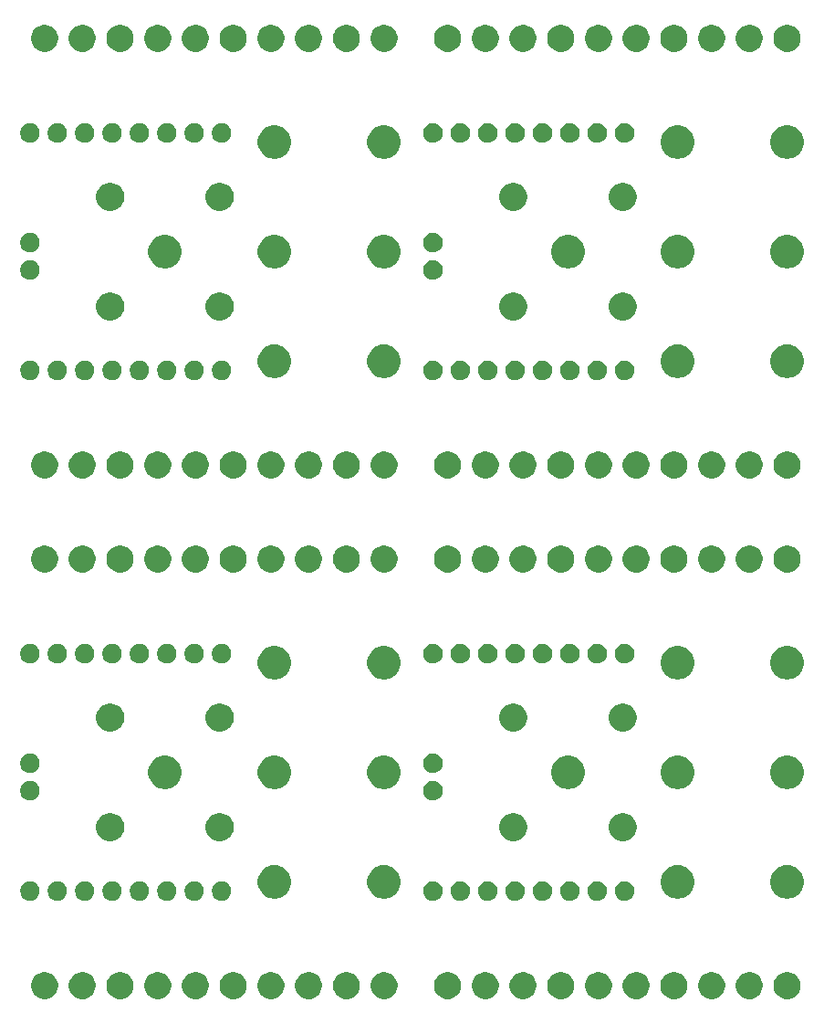
<source format=gbr>
G04 #@! TF.GenerationSoftware,KiCad,Pcbnew,5.1.5-52549c5~86~ubuntu18.04.1*
G04 #@! TF.CreationDate,2020-09-08T17:49:57-05:00*
G04 #@! TF.ProjectId,,58585858-5858-4585-9858-585858585858,rev?*
G04 #@! TF.SameCoordinates,Original*
G04 #@! TF.FileFunction,Soldermask,Top*
G04 #@! TF.FilePolarity,Negative*
%FSLAX46Y46*%
G04 Gerber Fmt 4.6, Leading zero omitted, Abs format (unit mm)*
G04 Created by KiCad (PCBNEW 5.1.5-52549c5~86~ubuntu18.04.1) date 2020-09-08 17:49:57*
%MOMM*%
%LPD*%
G04 APERTURE LIST*
%ADD10C,0.100000*%
G04 APERTURE END LIST*
D10*
G36*
X148091303Y-156297475D02*
G01*
X148318971Y-156391778D01*
X148523866Y-156528685D01*
X148698115Y-156702934D01*
X148835022Y-156907829D01*
X148929325Y-157135497D01*
X148977400Y-157377187D01*
X148977400Y-157623613D01*
X148929325Y-157865303D01*
X148835022Y-158092971D01*
X148698115Y-158297866D01*
X148523866Y-158472115D01*
X148318971Y-158609022D01*
X148318970Y-158609023D01*
X148318969Y-158609023D01*
X148091303Y-158703325D01*
X147849614Y-158751400D01*
X147603186Y-158751400D01*
X147361497Y-158703325D01*
X147133831Y-158609023D01*
X147133830Y-158609023D01*
X147133829Y-158609022D01*
X146928934Y-158472115D01*
X146754685Y-158297866D01*
X146617778Y-158092971D01*
X146523475Y-157865303D01*
X146475400Y-157623613D01*
X146475400Y-157377187D01*
X146523475Y-157135497D01*
X146617778Y-156907829D01*
X146754685Y-156702934D01*
X146928934Y-156528685D01*
X147133829Y-156391778D01*
X147361497Y-156297475D01*
X147603186Y-156249400D01*
X147849614Y-156249400D01*
X148091303Y-156297475D01*
G37*
G36*
X185481303Y-156297475D02*
G01*
X185708971Y-156391778D01*
X185913866Y-156528685D01*
X186088115Y-156702934D01*
X186225022Y-156907829D01*
X186319325Y-157135497D01*
X186367400Y-157377187D01*
X186367400Y-157623613D01*
X186319325Y-157865303D01*
X186225022Y-158092971D01*
X186088115Y-158297866D01*
X185913866Y-158472115D01*
X185708971Y-158609022D01*
X185708970Y-158609023D01*
X185708969Y-158609023D01*
X185481303Y-158703325D01*
X185239614Y-158751400D01*
X184993186Y-158751400D01*
X184751497Y-158703325D01*
X184523831Y-158609023D01*
X184523830Y-158609023D01*
X184523829Y-158609022D01*
X184318934Y-158472115D01*
X184144685Y-158297866D01*
X184007778Y-158092971D01*
X183913475Y-157865303D01*
X183865400Y-157623613D01*
X183865400Y-157377187D01*
X183913475Y-157135497D01*
X184007778Y-156907829D01*
X184144685Y-156702934D01*
X184318934Y-156528685D01*
X184523829Y-156391778D01*
X184751497Y-156297475D01*
X184993186Y-156249400D01*
X185239614Y-156249400D01*
X185481303Y-156297475D01*
G37*
G36*
X153981303Y-156297475D02*
G01*
X154208971Y-156391778D01*
X154413866Y-156528685D01*
X154588115Y-156702934D01*
X154725022Y-156907829D01*
X154819325Y-157135497D01*
X154867400Y-157377187D01*
X154867400Y-157623613D01*
X154819325Y-157865303D01*
X154725022Y-158092971D01*
X154588115Y-158297866D01*
X154413866Y-158472115D01*
X154208971Y-158609022D01*
X154208970Y-158609023D01*
X154208969Y-158609023D01*
X153981303Y-158703325D01*
X153739614Y-158751400D01*
X153493186Y-158751400D01*
X153251497Y-158703325D01*
X153023831Y-158609023D01*
X153023830Y-158609023D01*
X153023829Y-158609022D01*
X152818934Y-158472115D01*
X152644685Y-158297866D01*
X152507778Y-158092971D01*
X152413475Y-157865303D01*
X152365400Y-157623613D01*
X152365400Y-157377187D01*
X152413475Y-157135497D01*
X152507778Y-156907829D01*
X152644685Y-156702934D01*
X152818934Y-156528685D01*
X153023829Y-156391778D01*
X153251497Y-156297475D01*
X153493186Y-156249400D01*
X153739614Y-156249400D01*
X153981303Y-156297475D01*
G37*
G36*
X157481303Y-156297475D02*
G01*
X157708971Y-156391778D01*
X157913866Y-156528685D01*
X158088115Y-156702934D01*
X158225022Y-156907829D01*
X158319325Y-157135497D01*
X158367400Y-157377187D01*
X158367400Y-157623613D01*
X158319325Y-157865303D01*
X158225022Y-158092971D01*
X158088115Y-158297866D01*
X157913866Y-158472115D01*
X157708971Y-158609022D01*
X157708970Y-158609023D01*
X157708969Y-158609023D01*
X157481303Y-158703325D01*
X157239614Y-158751400D01*
X156993186Y-158751400D01*
X156751497Y-158703325D01*
X156523831Y-158609023D01*
X156523830Y-158609023D01*
X156523829Y-158609022D01*
X156318934Y-158472115D01*
X156144685Y-158297866D01*
X156007778Y-158092971D01*
X155913475Y-157865303D01*
X155865400Y-157623613D01*
X155865400Y-157377187D01*
X155913475Y-157135497D01*
X156007778Y-156907829D01*
X156144685Y-156702934D01*
X156318934Y-156528685D01*
X156523829Y-156391778D01*
X156751497Y-156297475D01*
X156993186Y-156249400D01*
X157239614Y-156249400D01*
X157481303Y-156297475D01*
G37*
G36*
X160981303Y-156297475D02*
G01*
X161208971Y-156391778D01*
X161413866Y-156528685D01*
X161588115Y-156702934D01*
X161725022Y-156907829D01*
X161819325Y-157135497D01*
X161867400Y-157377187D01*
X161867400Y-157623613D01*
X161819325Y-157865303D01*
X161725022Y-158092971D01*
X161588115Y-158297866D01*
X161413866Y-158472115D01*
X161208971Y-158609022D01*
X161208970Y-158609023D01*
X161208969Y-158609023D01*
X160981303Y-158703325D01*
X160739614Y-158751400D01*
X160493186Y-158751400D01*
X160251497Y-158703325D01*
X160023831Y-158609023D01*
X160023830Y-158609023D01*
X160023829Y-158609022D01*
X159818934Y-158472115D01*
X159644685Y-158297866D01*
X159507778Y-158092971D01*
X159413475Y-157865303D01*
X159365400Y-157623613D01*
X159365400Y-157377187D01*
X159413475Y-157135497D01*
X159507778Y-156907829D01*
X159644685Y-156702934D01*
X159818934Y-156528685D01*
X160023829Y-156391778D01*
X160251497Y-156297475D01*
X160493186Y-156249400D01*
X160739614Y-156249400D01*
X160981303Y-156297475D01*
G37*
G36*
X164481303Y-156297475D02*
G01*
X164708971Y-156391778D01*
X164913866Y-156528685D01*
X165088115Y-156702934D01*
X165225022Y-156907829D01*
X165319325Y-157135497D01*
X165367400Y-157377187D01*
X165367400Y-157623613D01*
X165319325Y-157865303D01*
X165225022Y-158092971D01*
X165088115Y-158297866D01*
X164913866Y-158472115D01*
X164708971Y-158609022D01*
X164708970Y-158609023D01*
X164708969Y-158609023D01*
X164481303Y-158703325D01*
X164239614Y-158751400D01*
X163993186Y-158751400D01*
X163751497Y-158703325D01*
X163523831Y-158609023D01*
X163523830Y-158609023D01*
X163523829Y-158609022D01*
X163318934Y-158472115D01*
X163144685Y-158297866D01*
X163007778Y-158092971D01*
X162913475Y-157865303D01*
X162865400Y-157623613D01*
X162865400Y-157377187D01*
X162913475Y-157135497D01*
X163007778Y-156907829D01*
X163144685Y-156702934D01*
X163318934Y-156528685D01*
X163523829Y-156391778D01*
X163751497Y-156297475D01*
X163993186Y-156249400D01*
X164239614Y-156249400D01*
X164481303Y-156297475D01*
G37*
G36*
X167981303Y-156297475D02*
G01*
X168208971Y-156391778D01*
X168413866Y-156528685D01*
X168588115Y-156702934D01*
X168725022Y-156907829D01*
X168819325Y-157135497D01*
X168867400Y-157377187D01*
X168867400Y-157623613D01*
X168819325Y-157865303D01*
X168725022Y-158092971D01*
X168588115Y-158297866D01*
X168413866Y-158472115D01*
X168208971Y-158609022D01*
X168208970Y-158609023D01*
X168208969Y-158609023D01*
X167981303Y-158703325D01*
X167739614Y-158751400D01*
X167493186Y-158751400D01*
X167251497Y-158703325D01*
X167023831Y-158609023D01*
X167023830Y-158609023D01*
X167023829Y-158609022D01*
X166818934Y-158472115D01*
X166644685Y-158297866D01*
X166507778Y-158092971D01*
X166413475Y-157865303D01*
X166365400Y-157623613D01*
X166365400Y-157377187D01*
X166413475Y-157135497D01*
X166507778Y-156907829D01*
X166644685Y-156702934D01*
X166818934Y-156528685D01*
X167023829Y-156391778D01*
X167251497Y-156297475D01*
X167493186Y-156249400D01*
X167739614Y-156249400D01*
X167981303Y-156297475D01*
G37*
G36*
X171481303Y-156297475D02*
G01*
X171708971Y-156391778D01*
X171913866Y-156528685D01*
X172088115Y-156702934D01*
X172225022Y-156907829D01*
X172319325Y-157135497D01*
X172367400Y-157377187D01*
X172367400Y-157623613D01*
X172319325Y-157865303D01*
X172225022Y-158092971D01*
X172088115Y-158297866D01*
X171913866Y-158472115D01*
X171708971Y-158609022D01*
X171708970Y-158609023D01*
X171708969Y-158609023D01*
X171481303Y-158703325D01*
X171239614Y-158751400D01*
X170993186Y-158751400D01*
X170751497Y-158703325D01*
X170523831Y-158609023D01*
X170523830Y-158609023D01*
X170523829Y-158609022D01*
X170318934Y-158472115D01*
X170144685Y-158297866D01*
X170007778Y-158092971D01*
X169913475Y-157865303D01*
X169865400Y-157623613D01*
X169865400Y-157377187D01*
X169913475Y-157135497D01*
X170007778Y-156907829D01*
X170144685Y-156702934D01*
X170318934Y-156528685D01*
X170523829Y-156391778D01*
X170751497Y-156297475D01*
X170993186Y-156249400D01*
X171239614Y-156249400D01*
X171481303Y-156297475D01*
G37*
G36*
X174981303Y-156297475D02*
G01*
X175208971Y-156391778D01*
X175413866Y-156528685D01*
X175588115Y-156702934D01*
X175725022Y-156907829D01*
X175819325Y-157135497D01*
X175867400Y-157377187D01*
X175867400Y-157623613D01*
X175819325Y-157865303D01*
X175725022Y-158092971D01*
X175588115Y-158297866D01*
X175413866Y-158472115D01*
X175208971Y-158609022D01*
X175208970Y-158609023D01*
X175208969Y-158609023D01*
X174981303Y-158703325D01*
X174739614Y-158751400D01*
X174493186Y-158751400D01*
X174251497Y-158703325D01*
X174023831Y-158609023D01*
X174023830Y-158609023D01*
X174023829Y-158609022D01*
X173818934Y-158472115D01*
X173644685Y-158297866D01*
X173507778Y-158092971D01*
X173413475Y-157865303D01*
X173365400Y-157623613D01*
X173365400Y-157377187D01*
X173413475Y-157135497D01*
X173507778Y-156907829D01*
X173644685Y-156702934D01*
X173818934Y-156528685D01*
X174023829Y-156391778D01*
X174251497Y-156297475D01*
X174493186Y-156249400D01*
X174739614Y-156249400D01*
X174981303Y-156297475D01*
G37*
G36*
X178481303Y-156297475D02*
G01*
X178708971Y-156391778D01*
X178913866Y-156528685D01*
X179088115Y-156702934D01*
X179225022Y-156907829D01*
X179319325Y-157135497D01*
X179367400Y-157377187D01*
X179367400Y-157623613D01*
X179319325Y-157865303D01*
X179225022Y-158092971D01*
X179088115Y-158297866D01*
X178913866Y-158472115D01*
X178708971Y-158609022D01*
X178708970Y-158609023D01*
X178708969Y-158609023D01*
X178481303Y-158703325D01*
X178239614Y-158751400D01*
X177993186Y-158751400D01*
X177751497Y-158703325D01*
X177523831Y-158609023D01*
X177523830Y-158609023D01*
X177523829Y-158609022D01*
X177318934Y-158472115D01*
X177144685Y-158297866D01*
X177007778Y-158092971D01*
X176913475Y-157865303D01*
X176865400Y-157623613D01*
X176865400Y-157377187D01*
X176913475Y-157135497D01*
X177007778Y-156907829D01*
X177144685Y-156702934D01*
X177318934Y-156528685D01*
X177523829Y-156391778D01*
X177751497Y-156297475D01*
X177993186Y-156249400D01*
X178239614Y-156249400D01*
X178481303Y-156297475D01*
G37*
G36*
X181981303Y-156297475D02*
G01*
X182208971Y-156391778D01*
X182413866Y-156528685D01*
X182588115Y-156702934D01*
X182725022Y-156907829D01*
X182819325Y-157135497D01*
X182867400Y-157377187D01*
X182867400Y-157623613D01*
X182819325Y-157865303D01*
X182725022Y-158092971D01*
X182588115Y-158297866D01*
X182413866Y-158472115D01*
X182208971Y-158609022D01*
X182208970Y-158609023D01*
X182208969Y-158609023D01*
X181981303Y-158703325D01*
X181739614Y-158751400D01*
X181493186Y-158751400D01*
X181251497Y-158703325D01*
X181023831Y-158609023D01*
X181023830Y-158609023D01*
X181023829Y-158609022D01*
X180818934Y-158472115D01*
X180644685Y-158297866D01*
X180507778Y-158092971D01*
X180413475Y-157865303D01*
X180365400Y-157623613D01*
X180365400Y-157377187D01*
X180413475Y-157135497D01*
X180507778Y-156907829D01*
X180644685Y-156702934D01*
X180818934Y-156528685D01*
X181023829Y-156391778D01*
X181251497Y-156297475D01*
X181493186Y-156249400D01*
X181739614Y-156249400D01*
X181981303Y-156297475D01*
G37*
G36*
X120091303Y-156297475D02*
G01*
X120318971Y-156391778D01*
X120523866Y-156528685D01*
X120698115Y-156702934D01*
X120835022Y-156907829D01*
X120929325Y-157135497D01*
X120977400Y-157377187D01*
X120977400Y-157623613D01*
X120929325Y-157865303D01*
X120835022Y-158092971D01*
X120698115Y-158297866D01*
X120523866Y-158472115D01*
X120318971Y-158609022D01*
X120318970Y-158609023D01*
X120318969Y-158609023D01*
X120091303Y-158703325D01*
X119849614Y-158751400D01*
X119603186Y-158751400D01*
X119361497Y-158703325D01*
X119133831Y-158609023D01*
X119133830Y-158609023D01*
X119133829Y-158609022D01*
X118928934Y-158472115D01*
X118754685Y-158297866D01*
X118617778Y-158092971D01*
X118523475Y-157865303D01*
X118475400Y-157623613D01*
X118475400Y-157377187D01*
X118523475Y-157135497D01*
X118617778Y-156907829D01*
X118754685Y-156702934D01*
X118928934Y-156528685D01*
X119133829Y-156391778D01*
X119361497Y-156297475D01*
X119603186Y-156249400D01*
X119849614Y-156249400D01*
X120091303Y-156297475D01*
G37*
G36*
X144591303Y-156297475D02*
G01*
X144818971Y-156391778D01*
X145023866Y-156528685D01*
X145198115Y-156702934D01*
X145335022Y-156907829D01*
X145429325Y-157135497D01*
X145477400Y-157377187D01*
X145477400Y-157623613D01*
X145429325Y-157865303D01*
X145335022Y-158092971D01*
X145198115Y-158297866D01*
X145023866Y-158472115D01*
X144818971Y-158609022D01*
X144818970Y-158609023D01*
X144818969Y-158609023D01*
X144591303Y-158703325D01*
X144349614Y-158751400D01*
X144103186Y-158751400D01*
X143861497Y-158703325D01*
X143633831Y-158609023D01*
X143633830Y-158609023D01*
X143633829Y-158609022D01*
X143428934Y-158472115D01*
X143254685Y-158297866D01*
X143117778Y-158092971D01*
X143023475Y-157865303D01*
X142975400Y-157623613D01*
X142975400Y-157377187D01*
X143023475Y-157135497D01*
X143117778Y-156907829D01*
X143254685Y-156702934D01*
X143428934Y-156528685D01*
X143633829Y-156391778D01*
X143861497Y-156297475D01*
X144103186Y-156249400D01*
X144349614Y-156249400D01*
X144591303Y-156297475D01*
G37*
G36*
X141091303Y-156297475D02*
G01*
X141318971Y-156391778D01*
X141523866Y-156528685D01*
X141698115Y-156702934D01*
X141835022Y-156907829D01*
X141929325Y-157135497D01*
X141977400Y-157377187D01*
X141977400Y-157623613D01*
X141929325Y-157865303D01*
X141835022Y-158092971D01*
X141698115Y-158297866D01*
X141523866Y-158472115D01*
X141318971Y-158609022D01*
X141318970Y-158609023D01*
X141318969Y-158609023D01*
X141091303Y-158703325D01*
X140849614Y-158751400D01*
X140603186Y-158751400D01*
X140361497Y-158703325D01*
X140133831Y-158609023D01*
X140133830Y-158609023D01*
X140133829Y-158609022D01*
X139928934Y-158472115D01*
X139754685Y-158297866D01*
X139617778Y-158092971D01*
X139523475Y-157865303D01*
X139475400Y-157623613D01*
X139475400Y-157377187D01*
X139523475Y-157135497D01*
X139617778Y-156907829D01*
X139754685Y-156702934D01*
X139928934Y-156528685D01*
X140133829Y-156391778D01*
X140361497Y-156297475D01*
X140603186Y-156249400D01*
X140849614Y-156249400D01*
X141091303Y-156297475D01*
G37*
G36*
X137591303Y-156297475D02*
G01*
X137818971Y-156391778D01*
X138023866Y-156528685D01*
X138198115Y-156702934D01*
X138335022Y-156907829D01*
X138429325Y-157135497D01*
X138477400Y-157377187D01*
X138477400Y-157623613D01*
X138429325Y-157865303D01*
X138335022Y-158092971D01*
X138198115Y-158297866D01*
X138023866Y-158472115D01*
X137818971Y-158609022D01*
X137818970Y-158609023D01*
X137818969Y-158609023D01*
X137591303Y-158703325D01*
X137349614Y-158751400D01*
X137103186Y-158751400D01*
X136861497Y-158703325D01*
X136633831Y-158609023D01*
X136633830Y-158609023D01*
X136633829Y-158609022D01*
X136428934Y-158472115D01*
X136254685Y-158297866D01*
X136117778Y-158092971D01*
X136023475Y-157865303D01*
X135975400Y-157623613D01*
X135975400Y-157377187D01*
X136023475Y-157135497D01*
X136117778Y-156907829D01*
X136254685Y-156702934D01*
X136428934Y-156528685D01*
X136633829Y-156391778D01*
X136861497Y-156297475D01*
X137103186Y-156249400D01*
X137349614Y-156249400D01*
X137591303Y-156297475D01*
G37*
G36*
X134091303Y-156297475D02*
G01*
X134318971Y-156391778D01*
X134523866Y-156528685D01*
X134698115Y-156702934D01*
X134835022Y-156907829D01*
X134929325Y-157135497D01*
X134977400Y-157377187D01*
X134977400Y-157623613D01*
X134929325Y-157865303D01*
X134835022Y-158092971D01*
X134698115Y-158297866D01*
X134523866Y-158472115D01*
X134318971Y-158609022D01*
X134318970Y-158609023D01*
X134318969Y-158609023D01*
X134091303Y-158703325D01*
X133849614Y-158751400D01*
X133603186Y-158751400D01*
X133361497Y-158703325D01*
X133133831Y-158609023D01*
X133133830Y-158609023D01*
X133133829Y-158609022D01*
X132928934Y-158472115D01*
X132754685Y-158297866D01*
X132617778Y-158092971D01*
X132523475Y-157865303D01*
X132475400Y-157623613D01*
X132475400Y-157377187D01*
X132523475Y-157135497D01*
X132617778Y-156907829D01*
X132754685Y-156702934D01*
X132928934Y-156528685D01*
X133133829Y-156391778D01*
X133361497Y-156297475D01*
X133603186Y-156249400D01*
X133849614Y-156249400D01*
X134091303Y-156297475D01*
G37*
G36*
X130591303Y-156297475D02*
G01*
X130818971Y-156391778D01*
X131023866Y-156528685D01*
X131198115Y-156702934D01*
X131335022Y-156907829D01*
X131429325Y-157135497D01*
X131477400Y-157377187D01*
X131477400Y-157623613D01*
X131429325Y-157865303D01*
X131335022Y-158092971D01*
X131198115Y-158297866D01*
X131023866Y-158472115D01*
X130818971Y-158609022D01*
X130818970Y-158609023D01*
X130818969Y-158609023D01*
X130591303Y-158703325D01*
X130349614Y-158751400D01*
X130103186Y-158751400D01*
X129861497Y-158703325D01*
X129633831Y-158609023D01*
X129633830Y-158609023D01*
X129633829Y-158609022D01*
X129428934Y-158472115D01*
X129254685Y-158297866D01*
X129117778Y-158092971D01*
X129023475Y-157865303D01*
X128975400Y-157623613D01*
X128975400Y-157377187D01*
X129023475Y-157135497D01*
X129117778Y-156907829D01*
X129254685Y-156702934D01*
X129428934Y-156528685D01*
X129633829Y-156391778D01*
X129861497Y-156297475D01*
X130103186Y-156249400D01*
X130349614Y-156249400D01*
X130591303Y-156297475D01*
G37*
G36*
X127091303Y-156297475D02*
G01*
X127318971Y-156391778D01*
X127523866Y-156528685D01*
X127698115Y-156702934D01*
X127835022Y-156907829D01*
X127929325Y-157135497D01*
X127977400Y-157377187D01*
X127977400Y-157623613D01*
X127929325Y-157865303D01*
X127835022Y-158092971D01*
X127698115Y-158297866D01*
X127523866Y-158472115D01*
X127318971Y-158609022D01*
X127318970Y-158609023D01*
X127318969Y-158609023D01*
X127091303Y-158703325D01*
X126849614Y-158751400D01*
X126603186Y-158751400D01*
X126361497Y-158703325D01*
X126133831Y-158609023D01*
X126133830Y-158609023D01*
X126133829Y-158609022D01*
X125928934Y-158472115D01*
X125754685Y-158297866D01*
X125617778Y-158092971D01*
X125523475Y-157865303D01*
X125475400Y-157623613D01*
X125475400Y-157377187D01*
X125523475Y-157135497D01*
X125617778Y-156907829D01*
X125754685Y-156702934D01*
X125928934Y-156528685D01*
X126133829Y-156391778D01*
X126361497Y-156297475D01*
X126603186Y-156249400D01*
X126849614Y-156249400D01*
X127091303Y-156297475D01*
G37*
G36*
X123591303Y-156297475D02*
G01*
X123818971Y-156391778D01*
X124023866Y-156528685D01*
X124198115Y-156702934D01*
X124335022Y-156907829D01*
X124429325Y-157135497D01*
X124477400Y-157377187D01*
X124477400Y-157623613D01*
X124429325Y-157865303D01*
X124335022Y-158092971D01*
X124198115Y-158297866D01*
X124023866Y-158472115D01*
X123818971Y-158609022D01*
X123818970Y-158609023D01*
X123818969Y-158609023D01*
X123591303Y-158703325D01*
X123349614Y-158751400D01*
X123103186Y-158751400D01*
X122861497Y-158703325D01*
X122633831Y-158609023D01*
X122633830Y-158609023D01*
X122633829Y-158609022D01*
X122428934Y-158472115D01*
X122254685Y-158297866D01*
X122117778Y-158092971D01*
X122023475Y-157865303D01*
X121975400Y-157623613D01*
X121975400Y-157377187D01*
X122023475Y-157135497D01*
X122117778Y-156907829D01*
X122254685Y-156702934D01*
X122428934Y-156528685D01*
X122633829Y-156391778D01*
X122861497Y-156297475D01*
X123103186Y-156249400D01*
X123349614Y-156249400D01*
X123591303Y-156297475D01*
G37*
G36*
X116591303Y-156297475D02*
G01*
X116818971Y-156391778D01*
X117023866Y-156528685D01*
X117198115Y-156702934D01*
X117335022Y-156907829D01*
X117429325Y-157135497D01*
X117477400Y-157377187D01*
X117477400Y-157623613D01*
X117429325Y-157865303D01*
X117335022Y-158092971D01*
X117198115Y-158297866D01*
X117023866Y-158472115D01*
X116818971Y-158609022D01*
X116818970Y-158609023D01*
X116818969Y-158609023D01*
X116591303Y-158703325D01*
X116349614Y-158751400D01*
X116103186Y-158751400D01*
X115861497Y-158703325D01*
X115633831Y-158609023D01*
X115633830Y-158609023D01*
X115633829Y-158609022D01*
X115428934Y-158472115D01*
X115254685Y-158297866D01*
X115117778Y-158092971D01*
X115023475Y-157865303D01*
X114975400Y-157623613D01*
X114975400Y-157377187D01*
X115023475Y-157135497D01*
X115117778Y-156907829D01*
X115254685Y-156702934D01*
X115428934Y-156528685D01*
X115633829Y-156391778D01*
X115861497Y-156297475D01*
X116103186Y-156249400D01*
X116349614Y-156249400D01*
X116591303Y-156297475D01*
G37*
G36*
X152362312Y-147832927D02*
G01*
X152511612Y-147862624D01*
X152675584Y-147930544D01*
X152823154Y-148029147D01*
X152948653Y-148154646D01*
X153047256Y-148302216D01*
X153115176Y-148466188D01*
X153149800Y-148640259D01*
X153149800Y-148817741D01*
X153115176Y-148991812D01*
X153047256Y-149155784D01*
X152948653Y-149303354D01*
X152823154Y-149428853D01*
X152675584Y-149527456D01*
X152511612Y-149595376D01*
X152362312Y-149625073D01*
X152337542Y-149630000D01*
X152160058Y-149630000D01*
X152135288Y-149625073D01*
X151985988Y-149595376D01*
X151822016Y-149527456D01*
X151674446Y-149428853D01*
X151548947Y-149303354D01*
X151450344Y-149155784D01*
X151382424Y-148991812D01*
X151347800Y-148817741D01*
X151347800Y-148640259D01*
X151382424Y-148466188D01*
X151450344Y-148302216D01*
X151548947Y-148154646D01*
X151674446Y-148029147D01*
X151822016Y-147930544D01*
X151985988Y-147862624D01*
X152135288Y-147832927D01*
X152160058Y-147828000D01*
X152337542Y-147828000D01*
X152362312Y-147832927D01*
G37*
G36*
X117512312Y-147832927D02*
G01*
X117661612Y-147862624D01*
X117825584Y-147930544D01*
X117973154Y-148029147D01*
X118098653Y-148154646D01*
X118197256Y-148302216D01*
X118265176Y-148466188D01*
X118299800Y-148640259D01*
X118299800Y-148817741D01*
X118265176Y-148991812D01*
X118197256Y-149155784D01*
X118098653Y-149303354D01*
X117973154Y-149428853D01*
X117825584Y-149527456D01*
X117661612Y-149595376D01*
X117512312Y-149625073D01*
X117487542Y-149630000D01*
X117310058Y-149630000D01*
X117285288Y-149625073D01*
X117135988Y-149595376D01*
X116972016Y-149527456D01*
X116824446Y-149428853D01*
X116698947Y-149303354D01*
X116600344Y-149155784D01*
X116532424Y-148991812D01*
X116497800Y-148817741D01*
X116497800Y-148640259D01*
X116532424Y-148466188D01*
X116600344Y-148302216D01*
X116698947Y-148154646D01*
X116824446Y-148029147D01*
X116972016Y-147930544D01*
X117135988Y-147862624D01*
X117285288Y-147832927D01*
X117310058Y-147828000D01*
X117487542Y-147828000D01*
X117512312Y-147832927D01*
G37*
G36*
X122592312Y-147832927D02*
G01*
X122741612Y-147862624D01*
X122905584Y-147930544D01*
X123053154Y-148029147D01*
X123178653Y-148154646D01*
X123277256Y-148302216D01*
X123345176Y-148466188D01*
X123379800Y-148640259D01*
X123379800Y-148817741D01*
X123345176Y-148991812D01*
X123277256Y-149155784D01*
X123178653Y-149303354D01*
X123053154Y-149428853D01*
X122905584Y-149527456D01*
X122741612Y-149595376D01*
X122592312Y-149625073D01*
X122567542Y-149630000D01*
X122390058Y-149630000D01*
X122365288Y-149625073D01*
X122215988Y-149595376D01*
X122052016Y-149527456D01*
X121904446Y-149428853D01*
X121778947Y-149303354D01*
X121680344Y-149155784D01*
X121612424Y-148991812D01*
X121577800Y-148817741D01*
X121577800Y-148640259D01*
X121612424Y-148466188D01*
X121680344Y-148302216D01*
X121778947Y-148154646D01*
X121904446Y-148029147D01*
X122052016Y-147930544D01*
X122215988Y-147862624D01*
X122365288Y-147832927D01*
X122390058Y-147828000D01*
X122567542Y-147828000D01*
X122592312Y-147832927D01*
G37*
G36*
X125132312Y-147832927D02*
G01*
X125281612Y-147862624D01*
X125445584Y-147930544D01*
X125593154Y-148029147D01*
X125718653Y-148154646D01*
X125817256Y-148302216D01*
X125885176Y-148466188D01*
X125919800Y-148640259D01*
X125919800Y-148817741D01*
X125885176Y-148991812D01*
X125817256Y-149155784D01*
X125718653Y-149303354D01*
X125593154Y-149428853D01*
X125445584Y-149527456D01*
X125281612Y-149595376D01*
X125132312Y-149625073D01*
X125107542Y-149630000D01*
X124930058Y-149630000D01*
X124905288Y-149625073D01*
X124755988Y-149595376D01*
X124592016Y-149527456D01*
X124444446Y-149428853D01*
X124318947Y-149303354D01*
X124220344Y-149155784D01*
X124152424Y-148991812D01*
X124117800Y-148817741D01*
X124117800Y-148640259D01*
X124152424Y-148466188D01*
X124220344Y-148302216D01*
X124318947Y-148154646D01*
X124444446Y-148029147D01*
X124592016Y-147930544D01*
X124755988Y-147862624D01*
X124905288Y-147832927D01*
X124930058Y-147828000D01*
X125107542Y-147828000D01*
X125132312Y-147832927D01*
G37*
G36*
X127672312Y-147832927D02*
G01*
X127821612Y-147862624D01*
X127985584Y-147930544D01*
X128133154Y-148029147D01*
X128258653Y-148154646D01*
X128357256Y-148302216D01*
X128425176Y-148466188D01*
X128459800Y-148640259D01*
X128459800Y-148817741D01*
X128425176Y-148991812D01*
X128357256Y-149155784D01*
X128258653Y-149303354D01*
X128133154Y-149428853D01*
X127985584Y-149527456D01*
X127821612Y-149595376D01*
X127672312Y-149625073D01*
X127647542Y-149630000D01*
X127470058Y-149630000D01*
X127445288Y-149625073D01*
X127295988Y-149595376D01*
X127132016Y-149527456D01*
X126984446Y-149428853D01*
X126858947Y-149303354D01*
X126760344Y-149155784D01*
X126692424Y-148991812D01*
X126657800Y-148817741D01*
X126657800Y-148640259D01*
X126692424Y-148466188D01*
X126760344Y-148302216D01*
X126858947Y-148154646D01*
X126984446Y-148029147D01*
X127132016Y-147930544D01*
X127295988Y-147862624D01*
X127445288Y-147832927D01*
X127470058Y-147828000D01*
X127647542Y-147828000D01*
X127672312Y-147832927D01*
G37*
G36*
X130212312Y-147832927D02*
G01*
X130361612Y-147862624D01*
X130525584Y-147930544D01*
X130673154Y-148029147D01*
X130798653Y-148154646D01*
X130897256Y-148302216D01*
X130965176Y-148466188D01*
X130999800Y-148640259D01*
X130999800Y-148817741D01*
X130965176Y-148991812D01*
X130897256Y-149155784D01*
X130798653Y-149303354D01*
X130673154Y-149428853D01*
X130525584Y-149527456D01*
X130361612Y-149595376D01*
X130212312Y-149625073D01*
X130187542Y-149630000D01*
X130010058Y-149630000D01*
X129985288Y-149625073D01*
X129835988Y-149595376D01*
X129672016Y-149527456D01*
X129524446Y-149428853D01*
X129398947Y-149303354D01*
X129300344Y-149155784D01*
X129232424Y-148991812D01*
X129197800Y-148817741D01*
X129197800Y-148640259D01*
X129232424Y-148466188D01*
X129300344Y-148302216D01*
X129398947Y-148154646D01*
X129524446Y-148029147D01*
X129672016Y-147930544D01*
X129835988Y-147862624D01*
X129985288Y-147832927D01*
X130010058Y-147828000D01*
X130187542Y-147828000D01*
X130212312Y-147832927D01*
G37*
G36*
X132752312Y-147832927D02*
G01*
X132901612Y-147862624D01*
X133065584Y-147930544D01*
X133213154Y-148029147D01*
X133338653Y-148154646D01*
X133437256Y-148302216D01*
X133505176Y-148466188D01*
X133539800Y-148640259D01*
X133539800Y-148817741D01*
X133505176Y-148991812D01*
X133437256Y-149155784D01*
X133338653Y-149303354D01*
X133213154Y-149428853D01*
X133065584Y-149527456D01*
X132901612Y-149595376D01*
X132752312Y-149625073D01*
X132727542Y-149630000D01*
X132550058Y-149630000D01*
X132525288Y-149625073D01*
X132375988Y-149595376D01*
X132212016Y-149527456D01*
X132064446Y-149428853D01*
X131938947Y-149303354D01*
X131840344Y-149155784D01*
X131772424Y-148991812D01*
X131737800Y-148817741D01*
X131737800Y-148640259D01*
X131772424Y-148466188D01*
X131840344Y-148302216D01*
X131938947Y-148154646D01*
X132064446Y-148029147D01*
X132212016Y-147930544D01*
X132375988Y-147862624D01*
X132525288Y-147832927D01*
X132550058Y-147828000D01*
X132727542Y-147828000D01*
X132752312Y-147832927D01*
G37*
G36*
X120052312Y-147832927D02*
G01*
X120201612Y-147862624D01*
X120365584Y-147930544D01*
X120513154Y-148029147D01*
X120638653Y-148154646D01*
X120737256Y-148302216D01*
X120805176Y-148466188D01*
X120839800Y-148640259D01*
X120839800Y-148817741D01*
X120805176Y-148991812D01*
X120737256Y-149155784D01*
X120638653Y-149303354D01*
X120513154Y-149428853D01*
X120365584Y-149527456D01*
X120201612Y-149595376D01*
X120052312Y-149625073D01*
X120027542Y-149630000D01*
X119850058Y-149630000D01*
X119825288Y-149625073D01*
X119675988Y-149595376D01*
X119512016Y-149527456D01*
X119364446Y-149428853D01*
X119238947Y-149303354D01*
X119140344Y-149155784D01*
X119072424Y-148991812D01*
X119037800Y-148817741D01*
X119037800Y-148640259D01*
X119072424Y-148466188D01*
X119140344Y-148302216D01*
X119238947Y-148154646D01*
X119364446Y-148029147D01*
X119512016Y-147930544D01*
X119675988Y-147862624D01*
X119825288Y-147832927D01*
X119850058Y-147828000D01*
X120027542Y-147828000D01*
X120052312Y-147832927D01*
G37*
G36*
X154902312Y-147832927D02*
G01*
X155051612Y-147862624D01*
X155215584Y-147930544D01*
X155363154Y-148029147D01*
X155488653Y-148154646D01*
X155587256Y-148302216D01*
X155655176Y-148466188D01*
X155689800Y-148640259D01*
X155689800Y-148817741D01*
X155655176Y-148991812D01*
X155587256Y-149155784D01*
X155488653Y-149303354D01*
X155363154Y-149428853D01*
X155215584Y-149527456D01*
X155051612Y-149595376D01*
X154902312Y-149625073D01*
X154877542Y-149630000D01*
X154700058Y-149630000D01*
X154675288Y-149625073D01*
X154525988Y-149595376D01*
X154362016Y-149527456D01*
X154214446Y-149428853D01*
X154088947Y-149303354D01*
X153990344Y-149155784D01*
X153922424Y-148991812D01*
X153887800Y-148817741D01*
X153887800Y-148640259D01*
X153922424Y-148466188D01*
X153990344Y-148302216D01*
X154088947Y-148154646D01*
X154214446Y-148029147D01*
X154362016Y-147930544D01*
X154525988Y-147862624D01*
X154675288Y-147832927D01*
X154700058Y-147828000D01*
X154877542Y-147828000D01*
X154902312Y-147832927D01*
G37*
G36*
X157442312Y-147832927D02*
G01*
X157591612Y-147862624D01*
X157755584Y-147930544D01*
X157903154Y-148029147D01*
X158028653Y-148154646D01*
X158127256Y-148302216D01*
X158195176Y-148466188D01*
X158229800Y-148640259D01*
X158229800Y-148817741D01*
X158195176Y-148991812D01*
X158127256Y-149155784D01*
X158028653Y-149303354D01*
X157903154Y-149428853D01*
X157755584Y-149527456D01*
X157591612Y-149595376D01*
X157442312Y-149625073D01*
X157417542Y-149630000D01*
X157240058Y-149630000D01*
X157215288Y-149625073D01*
X157065988Y-149595376D01*
X156902016Y-149527456D01*
X156754446Y-149428853D01*
X156628947Y-149303354D01*
X156530344Y-149155784D01*
X156462424Y-148991812D01*
X156427800Y-148817741D01*
X156427800Y-148640259D01*
X156462424Y-148466188D01*
X156530344Y-148302216D01*
X156628947Y-148154646D01*
X156754446Y-148029147D01*
X156902016Y-147930544D01*
X157065988Y-147862624D01*
X157215288Y-147832927D01*
X157240058Y-147828000D01*
X157417542Y-147828000D01*
X157442312Y-147832927D01*
G37*
G36*
X159982312Y-147832927D02*
G01*
X160131612Y-147862624D01*
X160295584Y-147930544D01*
X160443154Y-148029147D01*
X160568653Y-148154646D01*
X160667256Y-148302216D01*
X160735176Y-148466188D01*
X160769800Y-148640259D01*
X160769800Y-148817741D01*
X160735176Y-148991812D01*
X160667256Y-149155784D01*
X160568653Y-149303354D01*
X160443154Y-149428853D01*
X160295584Y-149527456D01*
X160131612Y-149595376D01*
X159982312Y-149625073D01*
X159957542Y-149630000D01*
X159780058Y-149630000D01*
X159755288Y-149625073D01*
X159605988Y-149595376D01*
X159442016Y-149527456D01*
X159294446Y-149428853D01*
X159168947Y-149303354D01*
X159070344Y-149155784D01*
X159002424Y-148991812D01*
X158967800Y-148817741D01*
X158967800Y-148640259D01*
X159002424Y-148466188D01*
X159070344Y-148302216D01*
X159168947Y-148154646D01*
X159294446Y-148029147D01*
X159442016Y-147930544D01*
X159605988Y-147862624D01*
X159755288Y-147832927D01*
X159780058Y-147828000D01*
X159957542Y-147828000D01*
X159982312Y-147832927D01*
G37*
G36*
X162522312Y-147832927D02*
G01*
X162671612Y-147862624D01*
X162835584Y-147930544D01*
X162983154Y-148029147D01*
X163108653Y-148154646D01*
X163207256Y-148302216D01*
X163275176Y-148466188D01*
X163309800Y-148640259D01*
X163309800Y-148817741D01*
X163275176Y-148991812D01*
X163207256Y-149155784D01*
X163108653Y-149303354D01*
X162983154Y-149428853D01*
X162835584Y-149527456D01*
X162671612Y-149595376D01*
X162522312Y-149625073D01*
X162497542Y-149630000D01*
X162320058Y-149630000D01*
X162295288Y-149625073D01*
X162145988Y-149595376D01*
X161982016Y-149527456D01*
X161834446Y-149428853D01*
X161708947Y-149303354D01*
X161610344Y-149155784D01*
X161542424Y-148991812D01*
X161507800Y-148817741D01*
X161507800Y-148640259D01*
X161542424Y-148466188D01*
X161610344Y-148302216D01*
X161708947Y-148154646D01*
X161834446Y-148029147D01*
X161982016Y-147930544D01*
X162145988Y-147862624D01*
X162295288Y-147832927D01*
X162320058Y-147828000D01*
X162497542Y-147828000D01*
X162522312Y-147832927D01*
G37*
G36*
X165062312Y-147832927D02*
G01*
X165211612Y-147862624D01*
X165375584Y-147930544D01*
X165523154Y-148029147D01*
X165648653Y-148154646D01*
X165747256Y-148302216D01*
X165815176Y-148466188D01*
X165849800Y-148640259D01*
X165849800Y-148817741D01*
X165815176Y-148991812D01*
X165747256Y-149155784D01*
X165648653Y-149303354D01*
X165523154Y-149428853D01*
X165375584Y-149527456D01*
X165211612Y-149595376D01*
X165062312Y-149625073D01*
X165037542Y-149630000D01*
X164860058Y-149630000D01*
X164835288Y-149625073D01*
X164685988Y-149595376D01*
X164522016Y-149527456D01*
X164374446Y-149428853D01*
X164248947Y-149303354D01*
X164150344Y-149155784D01*
X164082424Y-148991812D01*
X164047800Y-148817741D01*
X164047800Y-148640259D01*
X164082424Y-148466188D01*
X164150344Y-148302216D01*
X164248947Y-148154646D01*
X164374446Y-148029147D01*
X164522016Y-147930544D01*
X164685988Y-147862624D01*
X164835288Y-147832927D01*
X164860058Y-147828000D01*
X165037542Y-147828000D01*
X165062312Y-147832927D01*
G37*
G36*
X167602312Y-147832927D02*
G01*
X167751612Y-147862624D01*
X167915584Y-147930544D01*
X168063154Y-148029147D01*
X168188653Y-148154646D01*
X168287256Y-148302216D01*
X168355176Y-148466188D01*
X168389800Y-148640259D01*
X168389800Y-148817741D01*
X168355176Y-148991812D01*
X168287256Y-149155784D01*
X168188653Y-149303354D01*
X168063154Y-149428853D01*
X167915584Y-149527456D01*
X167751612Y-149595376D01*
X167602312Y-149625073D01*
X167577542Y-149630000D01*
X167400058Y-149630000D01*
X167375288Y-149625073D01*
X167225988Y-149595376D01*
X167062016Y-149527456D01*
X166914446Y-149428853D01*
X166788947Y-149303354D01*
X166690344Y-149155784D01*
X166622424Y-148991812D01*
X166587800Y-148817741D01*
X166587800Y-148640259D01*
X166622424Y-148466188D01*
X166690344Y-148302216D01*
X166788947Y-148154646D01*
X166914446Y-148029147D01*
X167062016Y-147930544D01*
X167225988Y-147862624D01*
X167375288Y-147832927D01*
X167400058Y-147828000D01*
X167577542Y-147828000D01*
X167602312Y-147832927D01*
G37*
G36*
X170142312Y-147832927D02*
G01*
X170291612Y-147862624D01*
X170455584Y-147930544D01*
X170603154Y-148029147D01*
X170728653Y-148154646D01*
X170827256Y-148302216D01*
X170895176Y-148466188D01*
X170929800Y-148640259D01*
X170929800Y-148817741D01*
X170895176Y-148991812D01*
X170827256Y-149155784D01*
X170728653Y-149303354D01*
X170603154Y-149428853D01*
X170455584Y-149527456D01*
X170291612Y-149595376D01*
X170142312Y-149625073D01*
X170117542Y-149630000D01*
X169940058Y-149630000D01*
X169915288Y-149625073D01*
X169765988Y-149595376D01*
X169602016Y-149527456D01*
X169454446Y-149428853D01*
X169328947Y-149303354D01*
X169230344Y-149155784D01*
X169162424Y-148991812D01*
X169127800Y-148817741D01*
X169127800Y-148640259D01*
X169162424Y-148466188D01*
X169230344Y-148302216D01*
X169328947Y-148154646D01*
X169454446Y-148029147D01*
X169602016Y-147930544D01*
X169765988Y-147862624D01*
X169915288Y-147832927D01*
X169940058Y-147828000D01*
X170117542Y-147828000D01*
X170142312Y-147832927D01*
G37*
G36*
X114972312Y-147832927D02*
G01*
X115121612Y-147862624D01*
X115285584Y-147930544D01*
X115433154Y-148029147D01*
X115558653Y-148154646D01*
X115657256Y-148302216D01*
X115725176Y-148466188D01*
X115759800Y-148640259D01*
X115759800Y-148817741D01*
X115725176Y-148991812D01*
X115657256Y-149155784D01*
X115558653Y-149303354D01*
X115433154Y-149428853D01*
X115285584Y-149527456D01*
X115121612Y-149595376D01*
X114972312Y-149625073D01*
X114947542Y-149630000D01*
X114770058Y-149630000D01*
X114745288Y-149625073D01*
X114595988Y-149595376D01*
X114432016Y-149527456D01*
X114284446Y-149428853D01*
X114158947Y-149303354D01*
X114060344Y-149155784D01*
X113992424Y-148991812D01*
X113957800Y-148817741D01*
X113957800Y-148640259D01*
X113992424Y-148466188D01*
X114060344Y-148302216D01*
X114158947Y-148154646D01*
X114284446Y-148029147D01*
X114432016Y-147930544D01*
X114595988Y-147862624D01*
X114745288Y-147832927D01*
X114770058Y-147828000D01*
X114947542Y-147828000D01*
X114972312Y-147832927D01*
G37*
G36*
X175243785Y-146367802D02*
G01*
X175393610Y-146397604D01*
X175675874Y-146514521D01*
X175929905Y-146684259D01*
X176145941Y-146900295D01*
X176315679Y-147154326D01*
X176432596Y-147436590D01*
X176492200Y-147736240D01*
X176492200Y-148041760D01*
X176432596Y-148341410D01*
X176315679Y-148623674D01*
X176145941Y-148877705D01*
X175929905Y-149093741D01*
X175675874Y-149263479D01*
X175393610Y-149380396D01*
X175243785Y-149410198D01*
X175093961Y-149440000D01*
X174788439Y-149440000D01*
X174638615Y-149410198D01*
X174488790Y-149380396D01*
X174206526Y-149263479D01*
X173952495Y-149093741D01*
X173736459Y-148877705D01*
X173566721Y-148623674D01*
X173449804Y-148341410D01*
X173390200Y-148041760D01*
X173390200Y-147736240D01*
X173449804Y-147436590D01*
X173566721Y-147154326D01*
X173736459Y-146900295D01*
X173952495Y-146684259D01*
X174206526Y-146514521D01*
X174488790Y-146397604D01*
X174638615Y-146367802D01*
X174788439Y-146338000D01*
X175093961Y-146338000D01*
X175243785Y-146367802D01*
G37*
G36*
X148013785Y-146367802D02*
G01*
X148163610Y-146397604D01*
X148445874Y-146514521D01*
X148699905Y-146684259D01*
X148915941Y-146900295D01*
X149085679Y-147154326D01*
X149202596Y-147436590D01*
X149262200Y-147736240D01*
X149262200Y-148041760D01*
X149202596Y-148341410D01*
X149085679Y-148623674D01*
X148915941Y-148877705D01*
X148699905Y-149093741D01*
X148445874Y-149263479D01*
X148163610Y-149380396D01*
X148013785Y-149410198D01*
X147863961Y-149440000D01*
X147558439Y-149440000D01*
X147408615Y-149410198D01*
X147258790Y-149380396D01*
X146976526Y-149263479D01*
X146722495Y-149093741D01*
X146506459Y-148877705D01*
X146336721Y-148623674D01*
X146219804Y-148341410D01*
X146160200Y-148041760D01*
X146160200Y-147736240D01*
X146219804Y-147436590D01*
X146336721Y-147154326D01*
X146506459Y-146900295D01*
X146722495Y-146684259D01*
X146976526Y-146514521D01*
X147258790Y-146397604D01*
X147408615Y-146367802D01*
X147558439Y-146338000D01*
X147863961Y-146338000D01*
X148013785Y-146367802D01*
G37*
G36*
X137853785Y-146367802D02*
G01*
X138003610Y-146397604D01*
X138285874Y-146514521D01*
X138539905Y-146684259D01*
X138755941Y-146900295D01*
X138925679Y-147154326D01*
X139042596Y-147436590D01*
X139102200Y-147736240D01*
X139102200Y-148041760D01*
X139042596Y-148341410D01*
X138925679Y-148623674D01*
X138755941Y-148877705D01*
X138539905Y-149093741D01*
X138285874Y-149263479D01*
X138003610Y-149380396D01*
X137853785Y-149410198D01*
X137703961Y-149440000D01*
X137398439Y-149440000D01*
X137248615Y-149410198D01*
X137098790Y-149380396D01*
X136816526Y-149263479D01*
X136562495Y-149093741D01*
X136346459Y-148877705D01*
X136176721Y-148623674D01*
X136059804Y-148341410D01*
X136000200Y-148041760D01*
X136000200Y-147736240D01*
X136059804Y-147436590D01*
X136176721Y-147154326D01*
X136346459Y-146900295D01*
X136562495Y-146684259D01*
X136816526Y-146514521D01*
X137098790Y-146397604D01*
X137248615Y-146367802D01*
X137398439Y-146338000D01*
X137703961Y-146338000D01*
X137853785Y-146367802D01*
G37*
G36*
X185403785Y-146367802D02*
G01*
X185553610Y-146397604D01*
X185835874Y-146514521D01*
X186089905Y-146684259D01*
X186305941Y-146900295D01*
X186475679Y-147154326D01*
X186592596Y-147436590D01*
X186652200Y-147736240D01*
X186652200Y-148041760D01*
X186592596Y-148341410D01*
X186475679Y-148623674D01*
X186305941Y-148877705D01*
X186089905Y-149093741D01*
X185835874Y-149263479D01*
X185553610Y-149380396D01*
X185403785Y-149410198D01*
X185253961Y-149440000D01*
X184948439Y-149440000D01*
X184798615Y-149410198D01*
X184648790Y-149380396D01*
X184366526Y-149263479D01*
X184112495Y-149093741D01*
X183896459Y-148877705D01*
X183726721Y-148623674D01*
X183609804Y-148341410D01*
X183550200Y-148041760D01*
X183550200Y-147736240D01*
X183609804Y-147436590D01*
X183726721Y-147154326D01*
X183896459Y-146900295D01*
X184112495Y-146684259D01*
X184366526Y-146514521D01*
X184648790Y-146397604D01*
X184798615Y-146367802D01*
X184948439Y-146338000D01*
X185253961Y-146338000D01*
X185403785Y-146367802D01*
G37*
G36*
X170240593Y-141558304D02*
G01*
X170477301Y-141656352D01*
X170477303Y-141656353D01*
X170690335Y-141798696D01*
X170871504Y-141979865D01*
X171013847Y-142192897D01*
X171013848Y-142192899D01*
X171111896Y-142429607D01*
X171161880Y-142680893D01*
X171161880Y-142937107D01*
X171111896Y-143188393D01*
X171013848Y-143425101D01*
X171013847Y-143425103D01*
X170871504Y-143638135D01*
X170690335Y-143819304D01*
X170477303Y-143961647D01*
X170477302Y-143961648D01*
X170477301Y-143961648D01*
X170240593Y-144059696D01*
X169989307Y-144109680D01*
X169733093Y-144109680D01*
X169481807Y-144059696D01*
X169245099Y-143961648D01*
X169245098Y-143961648D01*
X169245097Y-143961647D01*
X169032065Y-143819304D01*
X168850896Y-143638135D01*
X168708553Y-143425103D01*
X168708552Y-143425101D01*
X168610504Y-143188393D01*
X168560520Y-142937107D01*
X168560520Y-142680893D01*
X168610504Y-142429607D01*
X168708552Y-142192899D01*
X168708553Y-142192897D01*
X168850896Y-141979865D01*
X169032065Y-141798696D01*
X169245097Y-141656353D01*
X169245099Y-141656352D01*
X169481807Y-141558304D01*
X169733093Y-141508320D01*
X169989307Y-141508320D01*
X170240593Y-141558304D01*
G37*
G36*
X160080593Y-141558304D02*
G01*
X160317301Y-141656352D01*
X160317303Y-141656353D01*
X160530335Y-141798696D01*
X160711504Y-141979865D01*
X160853847Y-142192897D01*
X160853848Y-142192899D01*
X160951896Y-142429607D01*
X161001880Y-142680893D01*
X161001880Y-142937107D01*
X160951896Y-143188393D01*
X160853848Y-143425101D01*
X160853847Y-143425103D01*
X160711504Y-143638135D01*
X160530335Y-143819304D01*
X160317303Y-143961647D01*
X160317302Y-143961648D01*
X160317301Y-143961648D01*
X160080593Y-144059696D01*
X159829307Y-144109680D01*
X159573093Y-144109680D01*
X159321807Y-144059696D01*
X159085099Y-143961648D01*
X159085098Y-143961648D01*
X159085097Y-143961647D01*
X158872065Y-143819304D01*
X158690896Y-143638135D01*
X158548553Y-143425103D01*
X158548552Y-143425101D01*
X158450504Y-143188393D01*
X158400520Y-142937107D01*
X158400520Y-142680893D01*
X158450504Y-142429607D01*
X158548552Y-142192899D01*
X158548553Y-142192897D01*
X158690896Y-141979865D01*
X158872065Y-141798696D01*
X159085097Y-141656353D01*
X159085099Y-141656352D01*
X159321807Y-141558304D01*
X159573093Y-141508320D01*
X159829307Y-141508320D01*
X160080593Y-141558304D01*
G37*
G36*
X132850593Y-141558304D02*
G01*
X133087301Y-141656352D01*
X133087303Y-141656353D01*
X133300335Y-141798696D01*
X133481504Y-141979865D01*
X133623847Y-142192897D01*
X133623848Y-142192899D01*
X133721896Y-142429607D01*
X133771880Y-142680893D01*
X133771880Y-142937107D01*
X133721896Y-143188393D01*
X133623848Y-143425101D01*
X133623847Y-143425103D01*
X133481504Y-143638135D01*
X133300335Y-143819304D01*
X133087303Y-143961647D01*
X133087302Y-143961648D01*
X133087301Y-143961648D01*
X132850593Y-144059696D01*
X132599307Y-144109680D01*
X132343093Y-144109680D01*
X132091807Y-144059696D01*
X131855099Y-143961648D01*
X131855098Y-143961648D01*
X131855097Y-143961647D01*
X131642065Y-143819304D01*
X131460896Y-143638135D01*
X131318553Y-143425103D01*
X131318552Y-143425101D01*
X131220504Y-143188393D01*
X131170520Y-142937107D01*
X131170520Y-142680893D01*
X131220504Y-142429607D01*
X131318552Y-142192899D01*
X131318553Y-142192897D01*
X131460896Y-141979865D01*
X131642065Y-141798696D01*
X131855097Y-141656353D01*
X131855099Y-141656352D01*
X132091807Y-141558304D01*
X132343093Y-141508320D01*
X132599307Y-141508320D01*
X132850593Y-141558304D01*
G37*
G36*
X122690593Y-141558304D02*
G01*
X122927301Y-141656352D01*
X122927303Y-141656353D01*
X123140335Y-141798696D01*
X123321504Y-141979865D01*
X123463847Y-142192897D01*
X123463848Y-142192899D01*
X123561896Y-142429607D01*
X123611880Y-142680893D01*
X123611880Y-142937107D01*
X123561896Y-143188393D01*
X123463848Y-143425101D01*
X123463847Y-143425103D01*
X123321504Y-143638135D01*
X123140335Y-143819304D01*
X122927303Y-143961647D01*
X122927302Y-143961648D01*
X122927301Y-143961648D01*
X122690593Y-144059696D01*
X122439307Y-144109680D01*
X122183093Y-144109680D01*
X121931807Y-144059696D01*
X121695099Y-143961648D01*
X121695098Y-143961648D01*
X121695097Y-143961647D01*
X121482065Y-143819304D01*
X121300896Y-143638135D01*
X121158553Y-143425103D01*
X121158552Y-143425101D01*
X121060504Y-143188393D01*
X121010520Y-142937107D01*
X121010520Y-142680893D01*
X121060504Y-142429607D01*
X121158552Y-142192899D01*
X121158553Y-142192897D01*
X121300896Y-141979865D01*
X121482065Y-141798696D01*
X121695097Y-141656353D01*
X121695099Y-141656352D01*
X121931807Y-141558304D01*
X122183093Y-141508320D01*
X122439307Y-141508320D01*
X122690593Y-141558304D01*
G37*
G36*
X114972312Y-138532927D02*
G01*
X115121612Y-138562624D01*
X115285584Y-138630544D01*
X115433154Y-138729147D01*
X115558653Y-138854646D01*
X115657256Y-139002216D01*
X115725176Y-139166188D01*
X115759800Y-139340259D01*
X115759800Y-139517741D01*
X115725176Y-139691812D01*
X115657256Y-139855784D01*
X115558653Y-140003354D01*
X115433154Y-140128853D01*
X115285584Y-140227456D01*
X115121612Y-140295376D01*
X114972312Y-140325073D01*
X114947542Y-140330000D01*
X114770058Y-140330000D01*
X114745288Y-140325073D01*
X114595988Y-140295376D01*
X114432016Y-140227456D01*
X114284446Y-140128853D01*
X114158947Y-140003354D01*
X114060344Y-139855784D01*
X113992424Y-139691812D01*
X113957800Y-139517741D01*
X113957800Y-139340259D01*
X113992424Y-139166188D01*
X114060344Y-139002216D01*
X114158947Y-138854646D01*
X114284446Y-138729147D01*
X114432016Y-138630544D01*
X114595988Y-138562624D01*
X114745288Y-138532927D01*
X114770058Y-138528000D01*
X114947542Y-138528000D01*
X114972312Y-138532927D01*
G37*
G36*
X152362312Y-138532927D02*
G01*
X152511612Y-138562624D01*
X152675584Y-138630544D01*
X152823154Y-138729147D01*
X152948653Y-138854646D01*
X153047256Y-139002216D01*
X153115176Y-139166188D01*
X153149800Y-139340259D01*
X153149800Y-139517741D01*
X153115176Y-139691812D01*
X153047256Y-139855784D01*
X152948653Y-140003354D01*
X152823154Y-140128853D01*
X152675584Y-140227456D01*
X152511612Y-140295376D01*
X152362312Y-140325073D01*
X152337542Y-140330000D01*
X152160058Y-140330000D01*
X152135288Y-140325073D01*
X151985988Y-140295376D01*
X151822016Y-140227456D01*
X151674446Y-140128853D01*
X151548947Y-140003354D01*
X151450344Y-139855784D01*
X151382424Y-139691812D01*
X151347800Y-139517741D01*
X151347800Y-139340259D01*
X151382424Y-139166188D01*
X151450344Y-139002216D01*
X151548947Y-138854646D01*
X151674446Y-138729147D01*
X151822016Y-138630544D01*
X151985988Y-138562624D01*
X152135288Y-138532927D01*
X152160058Y-138528000D01*
X152337542Y-138528000D01*
X152362312Y-138532927D01*
G37*
G36*
X127600000Y-136189147D02*
G01*
X127843610Y-136237604D01*
X128125874Y-136354521D01*
X128379905Y-136524259D01*
X128595941Y-136740295D01*
X128765679Y-136994326D01*
X128882596Y-137276590D01*
X128942200Y-137576240D01*
X128942200Y-137881760D01*
X128882596Y-138181410D01*
X128765679Y-138463674D01*
X128595941Y-138717705D01*
X128379905Y-138933741D01*
X128125874Y-139103479D01*
X127843610Y-139220396D01*
X127693785Y-139250198D01*
X127543961Y-139280000D01*
X127238439Y-139280000D01*
X127088615Y-139250198D01*
X126938790Y-139220396D01*
X126656526Y-139103479D01*
X126402495Y-138933741D01*
X126186459Y-138717705D01*
X126016721Y-138463674D01*
X125899804Y-138181410D01*
X125840200Y-137881760D01*
X125840200Y-137576240D01*
X125899804Y-137276590D01*
X126016721Y-136994326D01*
X126186459Y-136740295D01*
X126402495Y-136524259D01*
X126656526Y-136354521D01*
X126938790Y-136237604D01*
X127182400Y-136189147D01*
X127238439Y-136178000D01*
X127543961Y-136178000D01*
X127600000Y-136189147D01*
G37*
G36*
X164990000Y-136189147D02*
G01*
X165233610Y-136237604D01*
X165515874Y-136354521D01*
X165769905Y-136524259D01*
X165985941Y-136740295D01*
X166155679Y-136994326D01*
X166272596Y-137276590D01*
X166332200Y-137576240D01*
X166332200Y-137881760D01*
X166272596Y-138181410D01*
X166155679Y-138463674D01*
X165985941Y-138717705D01*
X165769905Y-138933741D01*
X165515874Y-139103479D01*
X165233610Y-139220396D01*
X165083785Y-139250198D01*
X164933961Y-139280000D01*
X164628439Y-139280000D01*
X164478615Y-139250198D01*
X164328790Y-139220396D01*
X164046526Y-139103479D01*
X163792495Y-138933741D01*
X163576459Y-138717705D01*
X163406721Y-138463674D01*
X163289804Y-138181410D01*
X163230200Y-137881760D01*
X163230200Y-137576240D01*
X163289804Y-137276590D01*
X163406721Y-136994326D01*
X163576459Y-136740295D01*
X163792495Y-136524259D01*
X164046526Y-136354521D01*
X164328790Y-136237604D01*
X164572400Y-136189147D01*
X164628439Y-136178000D01*
X164933961Y-136178000D01*
X164990000Y-136189147D01*
G37*
G36*
X137760000Y-136189147D02*
G01*
X138003610Y-136237604D01*
X138285874Y-136354521D01*
X138539905Y-136524259D01*
X138755941Y-136740295D01*
X138925679Y-136994326D01*
X139042596Y-137276590D01*
X139102200Y-137576240D01*
X139102200Y-137881760D01*
X139042596Y-138181410D01*
X138925679Y-138463674D01*
X138755941Y-138717705D01*
X138539905Y-138933741D01*
X138285874Y-139103479D01*
X138003610Y-139220396D01*
X137853785Y-139250198D01*
X137703961Y-139280000D01*
X137398439Y-139280000D01*
X137248615Y-139250198D01*
X137098790Y-139220396D01*
X136816526Y-139103479D01*
X136562495Y-138933741D01*
X136346459Y-138717705D01*
X136176721Y-138463674D01*
X136059804Y-138181410D01*
X136000200Y-137881760D01*
X136000200Y-137576240D01*
X136059804Y-137276590D01*
X136176721Y-136994326D01*
X136346459Y-136740295D01*
X136562495Y-136524259D01*
X136816526Y-136354521D01*
X137098790Y-136237604D01*
X137342400Y-136189147D01*
X137398439Y-136178000D01*
X137703961Y-136178000D01*
X137760000Y-136189147D01*
G37*
G36*
X175150000Y-136189147D02*
G01*
X175393610Y-136237604D01*
X175675874Y-136354521D01*
X175929905Y-136524259D01*
X176145941Y-136740295D01*
X176315679Y-136994326D01*
X176432596Y-137276590D01*
X176492200Y-137576240D01*
X176492200Y-137881760D01*
X176432596Y-138181410D01*
X176315679Y-138463674D01*
X176145941Y-138717705D01*
X175929905Y-138933741D01*
X175675874Y-139103479D01*
X175393610Y-139220396D01*
X175243785Y-139250198D01*
X175093961Y-139280000D01*
X174788439Y-139280000D01*
X174638615Y-139250198D01*
X174488790Y-139220396D01*
X174206526Y-139103479D01*
X173952495Y-138933741D01*
X173736459Y-138717705D01*
X173566721Y-138463674D01*
X173449804Y-138181410D01*
X173390200Y-137881760D01*
X173390200Y-137576240D01*
X173449804Y-137276590D01*
X173566721Y-136994326D01*
X173736459Y-136740295D01*
X173952495Y-136524259D01*
X174206526Y-136354521D01*
X174488790Y-136237604D01*
X174732400Y-136189147D01*
X174788439Y-136178000D01*
X175093961Y-136178000D01*
X175150000Y-136189147D01*
G37*
G36*
X147920000Y-136189147D02*
G01*
X148163610Y-136237604D01*
X148445874Y-136354521D01*
X148699905Y-136524259D01*
X148915941Y-136740295D01*
X149085679Y-136994326D01*
X149202596Y-137276590D01*
X149262200Y-137576240D01*
X149262200Y-137881760D01*
X149202596Y-138181410D01*
X149085679Y-138463674D01*
X148915941Y-138717705D01*
X148699905Y-138933741D01*
X148445874Y-139103479D01*
X148163610Y-139220396D01*
X148013785Y-139250198D01*
X147863961Y-139280000D01*
X147558439Y-139280000D01*
X147408615Y-139250198D01*
X147258790Y-139220396D01*
X146976526Y-139103479D01*
X146722495Y-138933741D01*
X146506459Y-138717705D01*
X146336721Y-138463674D01*
X146219804Y-138181410D01*
X146160200Y-137881760D01*
X146160200Y-137576240D01*
X146219804Y-137276590D01*
X146336721Y-136994326D01*
X146506459Y-136740295D01*
X146722495Y-136524259D01*
X146976526Y-136354521D01*
X147258790Y-136237604D01*
X147502400Y-136189147D01*
X147558439Y-136178000D01*
X147863961Y-136178000D01*
X147920000Y-136189147D01*
G37*
G36*
X185310000Y-136189147D02*
G01*
X185553610Y-136237604D01*
X185835874Y-136354521D01*
X186089905Y-136524259D01*
X186305941Y-136740295D01*
X186475679Y-136994326D01*
X186592596Y-137276590D01*
X186652200Y-137576240D01*
X186652200Y-137881760D01*
X186592596Y-138181410D01*
X186475679Y-138463674D01*
X186305941Y-138717705D01*
X186089905Y-138933741D01*
X185835874Y-139103479D01*
X185553610Y-139220396D01*
X185403785Y-139250198D01*
X185253961Y-139280000D01*
X184948439Y-139280000D01*
X184798615Y-139250198D01*
X184648790Y-139220396D01*
X184366526Y-139103479D01*
X184112495Y-138933741D01*
X183896459Y-138717705D01*
X183726721Y-138463674D01*
X183609804Y-138181410D01*
X183550200Y-137881760D01*
X183550200Y-137576240D01*
X183609804Y-137276590D01*
X183726721Y-136994326D01*
X183896459Y-136740295D01*
X184112495Y-136524259D01*
X184366526Y-136354521D01*
X184648790Y-136237604D01*
X184892400Y-136189147D01*
X184948439Y-136178000D01*
X185253961Y-136178000D01*
X185310000Y-136189147D01*
G37*
G36*
X114972312Y-135992927D02*
G01*
X115121612Y-136022624D01*
X115285584Y-136090544D01*
X115433154Y-136189147D01*
X115558653Y-136314646D01*
X115657256Y-136462216D01*
X115725176Y-136626188D01*
X115759800Y-136800259D01*
X115759800Y-136977741D01*
X115725176Y-137151812D01*
X115657256Y-137315784D01*
X115558653Y-137463354D01*
X115433154Y-137588853D01*
X115285584Y-137687456D01*
X115121612Y-137755376D01*
X114972312Y-137785073D01*
X114947542Y-137790000D01*
X114770058Y-137790000D01*
X114745288Y-137785073D01*
X114595988Y-137755376D01*
X114432016Y-137687456D01*
X114284446Y-137588853D01*
X114158947Y-137463354D01*
X114060344Y-137315784D01*
X113992424Y-137151812D01*
X113957800Y-136977741D01*
X113957800Y-136800259D01*
X113992424Y-136626188D01*
X114060344Y-136462216D01*
X114158947Y-136314646D01*
X114284446Y-136189147D01*
X114432016Y-136090544D01*
X114595988Y-136022624D01*
X114745288Y-135992927D01*
X114770058Y-135988000D01*
X114947542Y-135988000D01*
X114972312Y-135992927D01*
G37*
G36*
X152362312Y-135992927D02*
G01*
X152511612Y-136022624D01*
X152675584Y-136090544D01*
X152823154Y-136189147D01*
X152948653Y-136314646D01*
X153047256Y-136462216D01*
X153115176Y-136626188D01*
X153149800Y-136800259D01*
X153149800Y-136977741D01*
X153115176Y-137151812D01*
X153047256Y-137315784D01*
X152948653Y-137463354D01*
X152823154Y-137588853D01*
X152675584Y-137687456D01*
X152511612Y-137755376D01*
X152362312Y-137785073D01*
X152337542Y-137790000D01*
X152160058Y-137790000D01*
X152135288Y-137785073D01*
X151985988Y-137755376D01*
X151822016Y-137687456D01*
X151674446Y-137588853D01*
X151548947Y-137463354D01*
X151450344Y-137315784D01*
X151382424Y-137151812D01*
X151347800Y-136977741D01*
X151347800Y-136800259D01*
X151382424Y-136626188D01*
X151450344Y-136462216D01*
X151548947Y-136314646D01*
X151674446Y-136189147D01*
X151822016Y-136090544D01*
X151985988Y-136022624D01*
X152135288Y-135992927D01*
X152160058Y-135988000D01*
X152337542Y-135988000D01*
X152362312Y-135992927D01*
G37*
G36*
X160080593Y-131398304D02*
G01*
X160317301Y-131496352D01*
X160317303Y-131496353D01*
X160530335Y-131638696D01*
X160711504Y-131819865D01*
X160853847Y-132032897D01*
X160853848Y-132032899D01*
X160951896Y-132269607D01*
X161001880Y-132520893D01*
X161001880Y-132777107D01*
X160951896Y-133028393D01*
X160853848Y-133265101D01*
X160853847Y-133265103D01*
X160711504Y-133478135D01*
X160530335Y-133659304D01*
X160317303Y-133801647D01*
X160317302Y-133801648D01*
X160317301Y-133801648D01*
X160080593Y-133899696D01*
X159829307Y-133949680D01*
X159573093Y-133949680D01*
X159321807Y-133899696D01*
X159085099Y-133801648D01*
X159085098Y-133801648D01*
X159085097Y-133801647D01*
X158872065Y-133659304D01*
X158690896Y-133478135D01*
X158548553Y-133265103D01*
X158548552Y-133265101D01*
X158450504Y-133028393D01*
X158400520Y-132777107D01*
X158400520Y-132520893D01*
X158450504Y-132269607D01*
X158548552Y-132032899D01*
X158548553Y-132032897D01*
X158690896Y-131819865D01*
X158872065Y-131638696D01*
X159085097Y-131496353D01*
X159085099Y-131496352D01*
X159321807Y-131398304D01*
X159573093Y-131348320D01*
X159829307Y-131348320D01*
X160080593Y-131398304D01*
G37*
G36*
X122690593Y-131398304D02*
G01*
X122927301Y-131496352D01*
X122927303Y-131496353D01*
X123140335Y-131638696D01*
X123321504Y-131819865D01*
X123463847Y-132032897D01*
X123463848Y-132032899D01*
X123561896Y-132269607D01*
X123611880Y-132520893D01*
X123611880Y-132777107D01*
X123561896Y-133028393D01*
X123463848Y-133265101D01*
X123463847Y-133265103D01*
X123321504Y-133478135D01*
X123140335Y-133659304D01*
X122927303Y-133801647D01*
X122927302Y-133801648D01*
X122927301Y-133801648D01*
X122690593Y-133899696D01*
X122439307Y-133949680D01*
X122183093Y-133949680D01*
X121931807Y-133899696D01*
X121695099Y-133801648D01*
X121695098Y-133801648D01*
X121695097Y-133801647D01*
X121482065Y-133659304D01*
X121300896Y-133478135D01*
X121158553Y-133265103D01*
X121158552Y-133265101D01*
X121060504Y-133028393D01*
X121010520Y-132777107D01*
X121010520Y-132520893D01*
X121060504Y-132269607D01*
X121158552Y-132032899D01*
X121158553Y-132032897D01*
X121300896Y-131819865D01*
X121482065Y-131638696D01*
X121695097Y-131496353D01*
X121695099Y-131496352D01*
X121931807Y-131398304D01*
X122183093Y-131348320D01*
X122439307Y-131348320D01*
X122690593Y-131398304D01*
G37*
G36*
X170240593Y-131398304D02*
G01*
X170477301Y-131496352D01*
X170477303Y-131496353D01*
X170690335Y-131638696D01*
X170871504Y-131819865D01*
X171013847Y-132032897D01*
X171013848Y-132032899D01*
X171111896Y-132269607D01*
X171161880Y-132520893D01*
X171161880Y-132777107D01*
X171111896Y-133028393D01*
X171013848Y-133265101D01*
X171013847Y-133265103D01*
X170871504Y-133478135D01*
X170690335Y-133659304D01*
X170477303Y-133801647D01*
X170477302Y-133801648D01*
X170477301Y-133801648D01*
X170240593Y-133899696D01*
X169989307Y-133949680D01*
X169733093Y-133949680D01*
X169481807Y-133899696D01*
X169245099Y-133801648D01*
X169245098Y-133801648D01*
X169245097Y-133801647D01*
X169032065Y-133659304D01*
X168850896Y-133478135D01*
X168708553Y-133265103D01*
X168708552Y-133265101D01*
X168610504Y-133028393D01*
X168560520Y-132777107D01*
X168560520Y-132520893D01*
X168610504Y-132269607D01*
X168708552Y-132032899D01*
X168708553Y-132032897D01*
X168850896Y-131819865D01*
X169032065Y-131638696D01*
X169245097Y-131496353D01*
X169245099Y-131496352D01*
X169481807Y-131398304D01*
X169733093Y-131348320D01*
X169989307Y-131348320D01*
X170240593Y-131398304D01*
G37*
G36*
X132850593Y-131398304D02*
G01*
X133087301Y-131496352D01*
X133087303Y-131496353D01*
X133300335Y-131638696D01*
X133481504Y-131819865D01*
X133623847Y-132032897D01*
X133623848Y-132032899D01*
X133721896Y-132269607D01*
X133771880Y-132520893D01*
X133771880Y-132777107D01*
X133721896Y-133028393D01*
X133623848Y-133265101D01*
X133623847Y-133265103D01*
X133481504Y-133478135D01*
X133300335Y-133659304D01*
X133087303Y-133801647D01*
X133087302Y-133801648D01*
X133087301Y-133801648D01*
X132850593Y-133899696D01*
X132599307Y-133949680D01*
X132343093Y-133949680D01*
X132091807Y-133899696D01*
X131855099Y-133801648D01*
X131855098Y-133801648D01*
X131855097Y-133801647D01*
X131642065Y-133659304D01*
X131460896Y-133478135D01*
X131318553Y-133265103D01*
X131318552Y-133265101D01*
X131220504Y-133028393D01*
X131170520Y-132777107D01*
X131170520Y-132520893D01*
X131220504Y-132269607D01*
X131318552Y-132032899D01*
X131318553Y-132032897D01*
X131460896Y-131819865D01*
X131642065Y-131638696D01*
X131855097Y-131496353D01*
X131855099Y-131496352D01*
X132091807Y-131398304D01*
X132343093Y-131348320D01*
X132599307Y-131348320D01*
X132850593Y-131398304D01*
G37*
G36*
X185310000Y-126029147D02*
G01*
X185553610Y-126077604D01*
X185835874Y-126194521D01*
X186089905Y-126364259D01*
X186305941Y-126580295D01*
X186475679Y-126834326D01*
X186592596Y-127116590D01*
X186652200Y-127416240D01*
X186652200Y-127721760D01*
X186592596Y-128021410D01*
X186475679Y-128303674D01*
X186305941Y-128557705D01*
X186089905Y-128773741D01*
X185835874Y-128943479D01*
X185553610Y-129060396D01*
X185403785Y-129090198D01*
X185253961Y-129120000D01*
X184948439Y-129120000D01*
X184798615Y-129090198D01*
X184648790Y-129060396D01*
X184366526Y-128943479D01*
X184112495Y-128773741D01*
X183896459Y-128557705D01*
X183726721Y-128303674D01*
X183609804Y-128021410D01*
X183550200Y-127721760D01*
X183550200Y-127416240D01*
X183609804Y-127116590D01*
X183726721Y-126834326D01*
X183896459Y-126580295D01*
X184112495Y-126364259D01*
X184366526Y-126194521D01*
X184648790Y-126077604D01*
X184892400Y-126029147D01*
X184948439Y-126018000D01*
X185253961Y-126018000D01*
X185310000Y-126029147D01*
G37*
G36*
X175150000Y-126029147D02*
G01*
X175393610Y-126077604D01*
X175675874Y-126194521D01*
X175929905Y-126364259D01*
X176145941Y-126580295D01*
X176315679Y-126834326D01*
X176432596Y-127116590D01*
X176492200Y-127416240D01*
X176492200Y-127721760D01*
X176432596Y-128021410D01*
X176315679Y-128303674D01*
X176145941Y-128557705D01*
X175929905Y-128773741D01*
X175675874Y-128943479D01*
X175393610Y-129060396D01*
X175243785Y-129090198D01*
X175093961Y-129120000D01*
X174788439Y-129120000D01*
X174638615Y-129090198D01*
X174488790Y-129060396D01*
X174206526Y-128943479D01*
X173952495Y-128773741D01*
X173736459Y-128557705D01*
X173566721Y-128303674D01*
X173449804Y-128021410D01*
X173390200Y-127721760D01*
X173390200Y-127416240D01*
X173449804Y-127116590D01*
X173566721Y-126834326D01*
X173736459Y-126580295D01*
X173952495Y-126364259D01*
X174206526Y-126194521D01*
X174488790Y-126077604D01*
X174732400Y-126029147D01*
X174788439Y-126018000D01*
X175093961Y-126018000D01*
X175150000Y-126029147D01*
G37*
G36*
X147920000Y-126029147D02*
G01*
X148163610Y-126077604D01*
X148445874Y-126194521D01*
X148699905Y-126364259D01*
X148915941Y-126580295D01*
X149085679Y-126834326D01*
X149202596Y-127116590D01*
X149262200Y-127416240D01*
X149262200Y-127721760D01*
X149202596Y-128021410D01*
X149085679Y-128303674D01*
X148915941Y-128557705D01*
X148699905Y-128773741D01*
X148445874Y-128943479D01*
X148163610Y-129060396D01*
X148013785Y-129090198D01*
X147863961Y-129120000D01*
X147558439Y-129120000D01*
X147408615Y-129090198D01*
X147258790Y-129060396D01*
X146976526Y-128943479D01*
X146722495Y-128773741D01*
X146506459Y-128557705D01*
X146336721Y-128303674D01*
X146219804Y-128021410D01*
X146160200Y-127721760D01*
X146160200Y-127416240D01*
X146219804Y-127116590D01*
X146336721Y-126834326D01*
X146506459Y-126580295D01*
X146722495Y-126364259D01*
X146976526Y-126194521D01*
X147258790Y-126077604D01*
X147502400Y-126029147D01*
X147558439Y-126018000D01*
X147863961Y-126018000D01*
X147920000Y-126029147D01*
G37*
G36*
X137760000Y-126029147D02*
G01*
X138003610Y-126077604D01*
X138285874Y-126194521D01*
X138539905Y-126364259D01*
X138755941Y-126580295D01*
X138925679Y-126834326D01*
X139042596Y-127116590D01*
X139102200Y-127416240D01*
X139102200Y-127721760D01*
X139042596Y-128021410D01*
X138925679Y-128303674D01*
X138755941Y-128557705D01*
X138539905Y-128773741D01*
X138285874Y-128943479D01*
X138003610Y-129060396D01*
X137853785Y-129090198D01*
X137703961Y-129120000D01*
X137398439Y-129120000D01*
X137248615Y-129090198D01*
X137098790Y-129060396D01*
X136816526Y-128943479D01*
X136562495Y-128773741D01*
X136346459Y-128557705D01*
X136176721Y-128303674D01*
X136059804Y-128021410D01*
X136000200Y-127721760D01*
X136000200Y-127416240D01*
X136059804Y-127116590D01*
X136176721Y-126834326D01*
X136346459Y-126580295D01*
X136562495Y-126364259D01*
X136816526Y-126194521D01*
X137098790Y-126077604D01*
X137342400Y-126029147D01*
X137398439Y-126018000D01*
X137703961Y-126018000D01*
X137760000Y-126029147D01*
G37*
G36*
X154902312Y-125832927D02*
G01*
X155051612Y-125862624D01*
X155215584Y-125930544D01*
X155363154Y-126029147D01*
X155488653Y-126154646D01*
X155587256Y-126302216D01*
X155655176Y-126466188D01*
X155689800Y-126640259D01*
X155689800Y-126817741D01*
X155655176Y-126991812D01*
X155587256Y-127155784D01*
X155488653Y-127303354D01*
X155363154Y-127428853D01*
X155215584Y-127527456D01*
X155051612Y-127595376D01*
X154902312Y-127625073D01*
X154877542Y-127630000D01*
X154700058Y-127630000D01*
X154675288Y-127625073D01*
X154525988Y-127595376D01*
X154362016Y-127527456D01*
X154214446Y-127428853D01*
X154088947Y-127303354D01*
X153990344Y-127155784D01*
X153922424Y-126991812D01*
X153887800Y-126817741D01*
X153887800Y-126640259D01*
X153922424Y-126466188D01*
X153990344Y-126302216D01*
X154088947Y-126154646D01*
X154214446Y-126029147D01*
X154362016Y-125930544D01*
X154525988Y-125862624D01*
X154675288Y-125832927D01*
X154700058Y-125828000D01*
X154877542Y-125828000D01*
X154902312Y-125832927D01*
G37*
G36*
X170142312Y-125832927D02*
G01*
X170291612Y-125862624D01*
X170455584Y-125930544D01*
X170603154Y-126029147D01*
X170728653Y-126154646D01*
X170827256Y-126302216D01*
X170895176Y-126466188D01*
X170929800Y-126640259D01*
X170929800Y-126817741D01*
X170895176Y-126991812D01*
X170827256Y-127155784D01*
X170728653Y-127303354D01*
X170603154Y-127428853D01*
X170455584Y-127527456D01*
X170291612Y-127595376D01*
X170142312Y-127625073D01*
X170117542Y-127630000D01*
X169940058Y-127630000D01*
X169915288Y-127625073D01*
X169765988Y-127595376D01*
X169602016Y-127527456D01*
X169454446Y-127428853D01*
X169328947Y-127303354D01*
X169230344Y-127155784D01*
X169162424Y-126991812D01*
X169127800Y-126817741D01*
X169127800Y-126640259D01*
X169162424Y-126466188D01*
X169230344Y-126302216D01*
X169328947Y-126154646D01*
X169454446Y-126029147D01*
X169602016Y-125930544D01*
X169765988Y-125862624D01*
X169915288Y-125832927D01*
X169940058Y-125828000D01*
X170117542Y-125828000D01*
X170142312Y-125832927D01*
G37*
G36*
X167602312Y-125832927D02*
G01*
X167751612Y-125862624D01*
X167915584Y-125930544D01*
X168063154Y-126029147D01*
X168188653Y-126154646D01*
X168287256Y-126302216D01*
X168355176Y-126466188D01*
X168389800Y-126640259D01*
X168389800Y-126817741D01*
X168355176Y-126991812D01*
X168287256Y-127155784D01*
X168188653Y-127303354D01*
X168063154Y-127428853D01*
X167915584Y-127527456D01*
X167751612Y-127595376D01*
X167602312Y-127625073D01*
X167577542Y-127630000D01*
X167400058Y-127630000D01*
X167375288Y-127625073D01*
X167225988Y-127595376D01*
X167062016Y-127527456D01*
X166914446Y-127428853D01*
X166788947Y-127303354D01*
X166690344Y-127155784D01*
X166622424Y-126991812D01*
X166587800Y-126817741D01*
X166587800Y-126640259D01*
X166622424Y-126466188D01*
X166690344Y-126302216D01*
X166788947Y-126154646D01*
X166914446Y-126029147D01*
X167062016Y-125930544D01*
X167225988Y-125862624D01*
X167375288Y-125832927D01*
X167400058Y-125828000D01*
X167577542Y-125828000D01*
X167602312Y-125832927D01*
G37*
G36*
X162522312Y-125832927D02*
G01*
X162671612Y-125862624D01*
X162835584Y-125930544D01*
X162983154Y-126029147D01*
X163108653Y-126154646D01*
X163207256Y-126302216D01*
X163275176Y-126466188D01*
X163309800Y-126640259D01*
X163309800Y-126817741D01*
X163275176Y-126991812D01*
X163207256Y-127155784D01*
X163108653Y-127303354D01*
X162983154Y-127428853D01*
X162835584Y-127527456D01*
X162671612Y-127595376D01*
X162522312Y-127625073D01*
X162497542Y-127630000D01*
X162320058Y-127630000D01*
X162295288Y-127625073D01*
X162145988Y-127595376D01*
X161982016Y-127527456D01*
X161834446Y-127428853D01*
X161708947Y-127303354D01*
X161610344Y-127155784D01*
X161542424Y-126991812D01*
X161507800Y-126817741D01*
X161507800Y-126640259D01*
X161542424Y-126466188D01*
X161610344Y-126302216D01*
X161708947Y-126154646D01*
X161834446Y-126029147D01*
X161982016Y-125930544D01*
X162145988Y-125862624D01*
X162295288Y-125832927D01*
X162320058Y-125828000D01*
X162497542Y-125828000D01*
X162522312Y-125832927D01*
G37*
G36*
X159982312Y-125832927D02*
G01*
X160131612Y-125862624D01*
X160295584Y-125930544D01*
X160443154Y-126029147D01*
X160568653Y-126154646D01*
X160667256Y-126302216D01*
X160735176Y-126466188D01*
X160769800Y-126640259D01*
X160769800Y-126817741D01*
X160735176Y-126991812D01*
X160667256Y-127155784D01*
X160568653Y-127303354D01*
X160443154Y-127428853D01*
X160295584Y-127527456D01*
X160131612Y-127595376D01*
X159982312Y-127625073D01*
X159957542Y-127630000D01*
X159780058Y-127630000D01*
X159755288Y-127625073D01*
X159605988Y-127595376D01*
X159442016Y-127527456D01*
X159294446Y-127428853D01*
X159168947Y-127303354D01*
X159070344Y-127155784D01*
X159002424Y-126991812D01*
X158967800Y-126817741D01*
X158967800Y-126640259D01*
X159002424Y-126466188D01*
X159070344Y-126302216D01*
X159168947Y-126154646D01*
X159294446Y-126029147D01*
X159442016Y-125930544D01*
X159605988Y-125862624D01*
X159755288Y-125832927D01*
X159780058Y-125828000D01*
X159957542Y-125828000D01*
X159982312Y-125832927D01*
G37*
G36*
X157442312Y-125832927D02*
G01*
X157591612Y-125862624D01*
X157755584Y-125930544D01*
X157903154Y-126029147D01*
X158028653Y-126154646D01*
X158127256Y-126302216D01*
X158195176Y-126466188D01*
X158229800Y-126640259D01*
X158229800Y-126817741D01*
X158195176Y-126991812D01*
X158127256Y-127155784D01*
X158028653Y-127303354D01*
X157903154Y-127428853D01*
X157755584Y-127527456D01*
X157591612Y-127595376D01*
X157442312Y-127625073D01*
X157417542Y-127630000D01*
X157240058Y-127630000D01*
X157215288Y-127625073D01*
X157065988Y-127595376D01*
X156902016Y-127527456D01*
X156754446Y-127428853D01*
X156628947Y-127303354D01*
X156530344Y-127155784D01*
X156462424Y-126991812D01*
X156427800Y-126817741D01*
X156427800Y-126640259D01*
X156462424Y-126466188D01*
X156530344Y-126302216D01*
X156628947Y-126154646D01*
X156754446Y-126029147D01*
X156902016Y-125930544D01*
X157065988Y-125862624D01*
X157215288Y-125832927D01*
X157240058Y-125828000D01*
X157417542Y-125828000D01*
X157442312Y-125832927D01*
G37*
G36*
X152362312Y-125832927D02*
G01*
X152511612Y-125862624D01*
X152675584Y-125930544D01*
X152823154Y-126029147D01*
X152948653Y-126154646D01*
X153047256Y-126302216D01*
X153115176Y-126466188D01*
X153149800Y-126640259D01*
X153149800Y-126817741D01*
X153115176Y-126991812D01*
X153047256Y-127155784D01*
X152948653Y-127303354D01*
X152823154Y-127428853D01*
X152675584Y-127527456D01*
X152511612Y-127595376D01*
X152362312Y-127625073D01*
X152337542Y-127630000D01*
X152160058Y-127630000D01*
X152135288Y-127625073D01*
X151985988Y-127595376D01*
X151822016Y-127527456D01*
X151674446Y-127428853D01*
X151548947Y-127303354D01*
X151450344Y-127155784D01*
X151382424Y-126991812D01*
X151347800Y-126817741D01*
X151347800Y-126640259D01*
X151382424Y-126466188D01*
X151450344Y-126302216D01*
X151548947Y-126154646D01*
X151674446Y-126029147D01*
X151822016Y-125930544D01*
X151985988Y-125862624D01*
X152135288Y-125832927D01*
X152160058Y-125828000D01*
X152337542Y-125828000D01*
X152362312Y-125832927D01*
G37*
G36*
X132752312Y-125832927D02*
G01*
X132901612Y-125862624D01*
X133065584Y-125930544D01*
X133213154Y-126029147D01*
X133338653Y-126154646D01*
X133437256Y-126302216D01*
X133505176Y-126466188D01*
X133539800Y-126640259D01*
X133539800Y-126817741D01*
X133505176Y-126991812D01*
X133437256Y-127155784D01*
X133338653Y-127303354D01*
X133213154Y-127428853D01*
X133065584Y-127527456D01*
X132901612Y-127595376D01*
X132752312Y-127625073D01*
X132727542Y-127630000D01*
X132550058Y-127630000D01*
X132525288Y-127625073D01*
X132375988Y-127595376D01*
X132212016Y-127527456D01*
X132064446Y-127428853D01*
X131938947Y-127303354D01*
X131840344Y-127155784D01*
X131772424Y-126991812D01*
X131737800Y-126817741D01*
X131737800Y-126640259D01*
X131772424Y-126466188D01*
X131840344Y-126302216D01*
X131938947Y-126154646D01*
X132064446Y-126029147D01*
X132212016Y-125930544D01*
X132375988Y-125862624D01*
X132525288Y-125832927D01*
X132550058Y-125828000D01*
X132727542Y-125828000D01*
X132752312Y-125832927D01*
G37*
G36*
X125132312Y-125832927D02*
G01*
X125281612Y-125862624D01*
X125445584Y-125930544D01*
X125593154Y-126029147D01*
X125718653Y-126154646D01*
X125817256Y-126302216D01*
X125885176Y-126466188D01*
X125919800Y-126640259D01*
X125919800Y-126817741D01*
X125885176Y-126991812D01*
X125817256Y-127155784D01*
X125718653Y-127303354D01*
X125593154Y-127428853D01*
X125445584Y-127527456D01*
X125281612Y-127595376D01*
X125132312Y-127625073D01*
X125107542Y-127630000D01*
X124930058Y-127630000D01*
X124905288Y-127625073D01*
X124755988Y-127595376D01*
X124592016Y-127527456D01*
X124444446Y-127428853D01*
X124318947Y-127303354D01*
X124220344Y-127155784D01*
X124152424Y-126991812D01*
X124117800Y-126817741D01*
X124117800Y-126640259D01*
X124152424Y-126466188D01*
X124220344Y-126302216D01*
X124318947Y-126154646D01*
X124444446Y-126029147D01*
X124592016Y-125930544D01*
X124755988Y-125862624D01*
X124905288Y-125832927D01*
X124930058Y-125828000D01*
X125107542Y-125828000D01*
X125132312Y-125832927D01*
G37*
G36*
X127672312Y-125832927D02*
G01*
X127821612Y-125862624D01*
X127985584Y-125930544D01*
X128133154Y-126029147D01*
X128258653Y-126154646D01*
X128357256Y-126302216D01*
X128425176Y-126466188D01*
X128459800Y-126640259D01*
X128459800Y-126817741D01*
X128425176Y-126991812D01*
X128357256Y-127155784D01*
X128258653Y-127303354D01*
X128133154Y-127428853D01*
X127985584Y-127527456D01*
X127821612Y-127595376D01*
X127672312Y-127625073D01*
X127647542Y-127630000D01*
X127470058Y-127630000D01*
X127445288Y-127625073D01*
X127295988Y-127595376D01*
X127132016Y-127527456D01*
X126984446Y-127428853D01*
X126858947Y-127303354D01*
X126760344Y-127155784D01*
X126692424Y-126991812D01*
X126657800Y-126817741D01*
X126657800Y-126640259D01*
X126692424Y-126466188D01*
X126760344Y-126302216D01*
X126858947Y-126154646D01*
X126984446Y-126029147D01*
X127132016Y-125930544D01*
X127295988Y-125862624D01*
X127445288Y-125832927D01*
X127470058Y-125828000D01*
X127647542Y-125828000D01*
X127672312Y-125832927D01*
G37*
G36*
X122592312Y-125832927D02*
G01*
X122741612Y-125862624D01*
X122905584Y-125930544D01*
X123053154Y-126029147D01*
X123178653Y-126154646D01*
X123277256Y-126302216D01*
X123345176Y-126466188D01*
X123379800Y-126640259D01*
X123379800Y-126817741D01*
X123345176Y-126991812D01*
X123277256Y-127155784D01*
X123178653Y-127303354D01*
X123053154Y-127428853D01*
X122905584Y-127527456D01*
X122741612Y-127595376D01*
X122592312Y-127625073D01*
X122567542Y-127630000D01*
X122390058Y-127630000D01*
X122365288Y-127625073D01*
X122215988Y-127595376D01*
X122052016Y-127527456D01*
X121904446Y-127428853D01*
X121778947Y-127303354D01*
X121680344Y-127155784D01*
X121612424Y-126991812D01*
X121577800Y-126817741D01*
X121577800Y-126640259D01*
X121612424Y-126466188D01*
X121680344Y-126302216D01*
X121778947Y-126154646D01*
X121904446Y-126029147D01*
X122052016Y-125930544D01*
X122215988Y-125862624D01*
X122365288Y-125832927D01*
X122390058Y-125828000D01*
X122567542Y-125828000D01*
X122592312Y-125832927D01*
G37*
G36*
X120052312Y-125832927D02*
G01*
X120201612Y-125862624D01*
X120365584Y-125930544D01*
X120513154Y-126029147D01*
X120638653Y-126154646D01*
X120737256Y-126302216D01*
X120805176Y-126466188D01*
X120839800Y-126640259D01*
X120839800Y-126817741D01*
X120805176Y-126991812D01*
X120737256Y-127155784D01*
X120638653Y-127303354D01*
X120513154Y-127428853D01*
X120365584Y-127527456D01*
X120201612Y-127595376D01*
X120052312Y-127625073D01*
X120027542Y-127630000D01*
X119850058Y-127630000D01*
X119825288Y-127625073D01*
X119675988Y-127595376D01*
X119512016Y-127527456D01*
X119364446Y-127428853D01*
X119238947Y-127303354D01*
X119140344Y-127155784D01*
X119072424Y-126991812D01*
X119037800Y-126817741D01*
X119037800Y-126640259D01*
X119072424Y-126466188D01*
X119140344Y-126302216D01*
X119238947Y-126154646D01*
X119364446Y-126029147D01*
X119512016Y-125930544D01*
X119675988Y-125862624D01*
X119825288Y-125832927D01*
X119850058Y-125828000D01*
X120027542Y-125828000D01*
X120052312Y-125832927D01*
G37*
G36*
X117512312Y-125832927D02*
G01*
X117661612Y-125862624D01*
X117825584Y-125930544D01*
X117973154Y-126029147D01*
X118098653Y-126154646D01*
X118197256Y-126302216D01*
X118265176Y-126466188D01*
X118299800Y-126640259D01*
X118299800Y-126817741D01*
X118265176Y-126991812D01*
X118197256Y-127155784D01*
X118098653Y-127303354D01*
X117973154Y-127428853D01*
X117825584Y-127527456D01*
X117661612Y-127595376D01*
X117512312Y-127625073D01*
X117487542Y-127630000D01*
X117310058Y-127630000D01*
X117285288Y-127625073D01*
X117135988Y-127595376D01*
X116972016Y-127527456D01*
X116824446Y-127428853D01*
X116698947Y-127303354D01*
X116600344Y-127155784D01*
X116532424Y-126991812D01*
X116497800Y-126817741D01*
X116497800Y-126640259D01*
X116532424Y-126466188D01*
X116600344Y-126302216D01*
X116698947Y-126154646D01*
X116824446Y-126029147D01*
X116972016Y-125930544D01*
X117135988Y-125862624D01*
X117285288Y-125832927D01*
X117310058Y-125828000D01*
X117487542Y-125828000D01*
X117512312Y-125832927D01*
G37*
G36*
X114972312Y-125832927D02*
G01*
X115121612Y-125862624D01*
X115285584Y-125930544D01*
X115433154Y-126029147D01*
X115558653Y-126154646D01*
X115657256Y-126302216D01*
X115725176Y-126466188D01*
X115759800Y-126640259D01*
X115759800Y-126817741D01*
X115725176Y-126991812D01*
X115657256Y-127155784D01*
X115558653Y-127303354D01*
X115433154Y-127428853D01*
X115285584Y-127527456D01*
X115121612Y-127595376D01*
X114972312Y-127625073D01*
X114947542Y-127630000D01*
X114770058Y-127630000D01*
X114745288Y-127625073D01*
X114595988Y-127595376D01*
X114432016Y-127527456D01*
X114284446Y-127428853D01*
X114158947Y-127303354D01*
X114060344Y-127155784D01*
X113992424Y-126991812D01*
X113957800Y-126817741D01*
X113957800Y-126640259D01*
X113992424Y-126466188D01*
X114060344Y-126302216D01*
X114158947Y-126154646D01*
X114284446Y-126029147D01*
X114432016Y-125930544D01*
X114595988Y-125862624D01*
X114745288Y-125832927D01*
X114770058Y-125828000D01*
X114947542Y-125828000D01*
X114972312Y-125832927D01*
G37*
G36*
X165062312Y-125832927D02*
G01*
X165211612Y-125862624D01*
X165375584Y-125930544D01*
X165523154Y-126029147D01*
X165648653Y-126154646D01*
X165747256Y-126302216D01*
X165815176Y-126466188D01*
X165849800Y-126640259D01*
X165849800Y-126817741D01*
X165815176Y-126991812D01*
X165747256Y-127155784D01*
X165648653Y-127303354D01*
X165523154Y-127428853D01*
X165375584Y-127527456D01*
X165211612Y-127595376D01*
X165062312Y-127625073D01*
X165037542Y-127630000D01*
X164860058Y-127630000D01*
X164835288Y-127625073D01*
X164685988Y-127595376D01*
X164522016Y-127527456D01*
X164374446Y-127428853D01*
X164248947Y-127303354D01*
X164150344Y-127155784D01*
X164082424Y-126991812D01*
X164047800Y-126817741D01*
X164047800Y-126640259D01*
X164082424Y-126466188D01*
X164150344Y-126302216D01*
X164248947Y-126154646D01*
X164374446Y-126029147D01*
X164522016Y-125930544D01*
X164685988Y-125862624D01*
X164835288Y-125832927D01*
X164860058Y-125828000D01*
X165037542Y-125828000D01*
X165062312Y-125832927D01*
G37*
G36*
X130212312Y-125832927D02*
G01*
X130361612Y-125862624D01*
X130525584Y-125930544D01*
X130673154Y-126029147D01*
X130798653Y-126154646D01*
X130897256Y-126302216D01*
X130965176Y-126466188D01*
X130999800Y-126640259D01*
X130999800Y-126817741D01*
X130965176Y-126991812D01*
X130897256Y-127155784D01*
X130798653Y-127303354D01*
X130673154Y-127428853D01*
X130525584Y-127527456D01*
X130361612Y-127595376D01*
X130212312Y-127625073D01*
X130187542Y-127630000D01*
X130010058Y-127630000D01*
X129985288Y-127625073D01*
X129835988Y-127595376D01*
X129672016Y-127527456D01*
X129524446Y-127428853D01*
X129398947Y-127303354D01*
X129300344Y-127155784D01*
X129232424Y-126991812D01*
X129197800Y-126817741D01*
X129197800Y-126640259D01*
X129232424Y-126466188D01*
X129300344Y-126302216D01*
X129398947Y-126154646D01*
X129524446Y-126029147D01*
X129672016Y-125930544D01*
X129835988Y-125862624D01*
X129985288Y-125832927D01*
X130010058Y-125828000D01*
X130187542Y-125828000D01*
X130212312Y-125832927D01*
G37*
G36*
X157481303Y-116754675D02*
G01*
X157708971Y-116848978D01*
X157913866Y-116985885D01*
X158088115Y-117160134D01*
X158225022Y-117365029D01*
X158319325Y-117592697D01*
X158367400Y-117834387D01*
X158367400Y-118080813D01*
X158319325Y-118322503D01*
X158225022Y-118550171D01*
X158088115Y-118755066D01*
X157913866Y-118929315D01*
X157708971Y-119066222D01*
X157708970Y-119066223D01*
X157708969Y-119066223D01*
X157481303Y-119160525D01*
X157239614Y-119208600D01*
X156993186Y-119208600D01*
X156751497Y-119160525D01*
X156523831Y-119066223D01*
X156523830Y-119066223D01*
X156523829Y-119066222D01*
X156318934Y-118929315D01*
X156144685Y-118755066D01*
X156007778Y-118550171D01*
X155913475Y-118322503D01*
X155865400Y-118080813D01*
X155865400Y-117834387D01*
X155913475Y-117592697D01*
X156007778Y-117365029D01*
X156144685Y-117160134D01*
X156318934Y-116985885D01*
X156523829Y-116848978D01*
X156751497Y-116754675D01*
X156993186Y-116706600D01*
X157239614Y-116706600D01*
X157481303Y-116754675D01*
G37*
G36*
X153981303Y-116754675D02*
G01*
X154208971Y-116848978D01*
X154413866Y-116985885D01*
X154588115Y-117160134D01*
X154725022Y-117365029D01*
X154819325Y-117592697D01*
X154867400Y-117834387D01*
X154867400Y-118080813D01*
X154819325Y-118322503D01*
X154725022Y-118550171D01*
X154588115Y-118755066D01*
X154413866Y-118929315D01*
X154208971Y-119066222D01*
X154208970Y-119066223D01*
X154208969Y-119066223D01*
X153981303Y-119160525D01*
X153739614Y-119208600D01*
X153493186Y-119208600D01*
X153251497Y-119160525D01*
X153023831Y-119066223D01*
X153023830Y-119066223D01*
X153023829Y-119066222D01*
X152818934Y-118929315D01*
X152644685Y-118755066D01*
X152507778Y-118550171D01*
X152413475Y-118322503D01*
X152365400Y-118080813D01*
X152365400Y-117834387D01*
X152413475Y-117592697D01*
X152507778Y-117365029D01*
X152644685Y-117160134D01*
X152818934Y-116985885D01*
X153023829Y-116848978D01*
X153251497Y-116754675D01*
X153493186Y-116706600D01*
X153739614Y-116706600D01*
X153981303Y-116754675D01*
G37*
G36*
X148091303Y-116754675D02*
G01*
X148318971Y-116848978D01*
X148523866Y-116985885D01*
X148698115Y-117160134D01*
X148835022Y-117365029D01*
X148929325Y-117592697D01*
X148977400Y-117834387D01*
X148977400Y-118080813D01*
X148929325Y-118322503D01*
X148835022Y-118550171D01*
X148698115Y-118755066D01*
X148523866Y-118929315D01*
X148318971Y-119066222D01*
X148318970Y-119066223D01*
X148318969Y-119066223D01*
X148091303Y-119160525D01*
X147849614Y-119208600D01*
X147603186Y-119208600D01*
X147361497Y-119160525D01*
X147133831Y-119066223D01*
X147133830Y-119066223D01*
X147133829Y-119066222D01*
X146928934Y-118929315D01*
X146754685Y-118755066D01*
X146617778Y-118550171D01*
X146523475Y-118322503D01*
X146475400Y-118080813D01*
X146475400Y-117834387D01*
X146523475Y-117592697D01*
X146617778Y-117365029D01*
X146754685Y-117160134D01*
X146928934Y-116985885D01*
X147133829Y-116848978D01*
X147361497Y-116754675D01*
X147603186Y-116706600D01*
X147849614Y-116706600D01*
X148091303Y-116754675D01*
G37*
G36*
X120091303Y-116754675D02*
G01*
X120318971Y-116848978D01*
X120523866Y-116985885D01*
X120698115Y-117160134D01*
X120835022Y-117365029D01*
X120929325Y-117592697D01*
X120977400Y-117834387D01*
X120977400Y-118080813D01*
X120929325Y-118322503D01*
X120835022Y-118550171D01*
X120698115Y-118755066D01*
X120523866Y-118929315D01*
X120318971Y-119066222D01*
X120318970Y-119066223D01*
X120318969Y-119066223D01*
X120091303Y-119160525D01*
X119849614Y-119208600D01*
X119603186Y-119208600D01*
X119361497Y-119160525D01*
X119133831Y-119066223D01*
X119133830Y-119066223D01*
X119133829Y-119066222D01*
X118928934Y-118929315D01*
X118754685Y-118755066D01*
X118617778Y-118550171D01*
X118523475Y-118322503D01*
X118475400Y-118080813D01*
X118475400Y-117834387D01*
X118523475Y-117592697D01*
X118617778Y-117365029D01*
X118754685Y-117160134D01*
X118928934Y-116985885D01*
X119133829Y-116848978D01*
X119361497Y-116754675D01*
X119603186Y-116706600D01*
X119849614Y-116706600D01*
X120091303Y-116754675D01*
G37*
G36*
X134091303Y-116754675D02*
G01*
X134318971Y-116848978D01*
X134523866Y-116985885D01*
X134698115Y-117160134D01*
X134835022Y-117365029D01*
X134929325Y-117592697D01*
X134977400Y-117834387D01*
X134977400Y-118080813D01*
X134929325Y-118322503D01*
X134835022Y-118550171D01*
X134698115Y-118755066D01*
X134523866Y-118929315D01*
X134318971Y-119066222D01*
X134318970Y-119066223D01*
X134318969Y-119066223D01*
X134091303Y-119160525D01*
X133849614Y-119208600D01*
X133603186Y-119208600D01*
X133361497Y-119160525D01*
X133133831Y-119066223D01*
X133133830Y-119066223D01*
X133133829Y-119066222D01*
X132928934Y-118929315D01*
X132754685Y-118755066D01*
X132617778Y-118550171D01*
X132523475Y-118322503D01*
X132475400Y-118080813D01*
X132475400Y-117834387D01*
X132523475Y-117592697D01*
X132617778Y-117365029D01*
X132754685Y-117160134D01*
X132928934Y-116985885D01*
X133133829Y-116848978D01*
X133361497Y-116754675D01*
X133603186Y-116706600D01*
X133849614Y-116706600D01*
X134091303Y-116754675D01*
G37*
G36*
X144591303Y-116754675D02*
G01*
X144818971Y-116848978D01*
X145023866Y-116985885D01*
X145198115Y-117160134D01*
X145335022Y-117365029D01*
X145429325Y-117592697D01*
X145477400Y-117834387D01*
X145477400Y-118080813D01*
X145429325Y-118322503D01*
X145335022Y-118550171D01*
X145198115Y-118755066D01*
X145023866Y-118929315D01*
X144818971Y-119066222D01*
X144818970Y-119066223D01*
X144818969Y-119066223D01*
X144591303Y-119160525D01*
X144349614Y-119208600D01*
X144103186Y-119208600D01*
X143861497Y-119160525D01*
X143633831Y-119066223D01*
X143633830Y-119066223D01*
X143633829Y-119066222D01*
X143428934Y-118929315D01*
X143254685Y-118755066D01*
X143117778Y-118550171D01*
X143023475Y-118322503D01*
X142975400Y-118080813D01*
X142975400Y-117834387D01*
X143023475Y-117592697D01*
X143117778Y-117365029D01*
X143254685Y-117160134D01*
X143428934Y-116985885D01*
X143633829Y-116848978D01*
X143861497Y-116754675D01*
X144103186Y-116706600D01*
X144349614Y-116706600D01*
X144591303Y-116754675D01*
G37*
G36*
X141091303Y-116754675D02*
G01*
X141318971Y-116848978D01*
X141523866Y-116985885D01*
X141698115Y-117160134D01*
X141835022Y-117365029D01*
X141929325Y-117592697D01*
X141977400Y-117834387D01*
X141977400Y-118080813D01*
X141929325Y-118322503D01*
X141835022Y-118550171D01*
X141698115Y-118755066D01*
X141523866Y-118929315D01*
X141318971Y-119066222D01*
X141318970Y-119066223D01*
X141318969Y-119066223D01*
X141091303Y-119160525D01*
X140849614Y-119208600D01*
X140603186Y-119208600D01*
X140361497Y-119160525D01*
X140133831Y-119066223D01*
X140133830Y-119066223D01*
X140133829Y-119066222D01*
X139928934Y-118929315D01*
X139754685Y-118755066D01*
X139617778Y-118550171D01*
X139523475Y-118322503D01*
X139475400Y-118080813D01*
X139475400Y-117834387D01*
X139523475Y-117592697D01*
X139617778Y-117365029D01*
X139754685Y-117160134D01*
X139928934Y-116985885D01*
X140133829Y-116848978D01*
X140361497Y-116754675D01*
X140603186Y-116706600D01*
X140849614Y-116706600D01*
X141091303Y-116754675D01*
G37*
G36*
X137591303Y-116754675D02*
G01*
X137818971Y-116848978D01*
X138023866Y-116985885D01*
X138198115Y-117160134D01*
X138335022Y-117365029D01*
X138429325Y-117592697D01*
X138477400Y-117834387D01*
X138477400Y-118080813D01*
X138429325Y-118322503D01*
X138335022Y-118550171D01*
X138198115Y-118755066D01*
X138023866Y-118929315D01*
X137818971Y-119066222D01*
X137818970Y-119066223D01*
X137818969Y-119066223D01*
X137591303Y-119160525D01*
X137349614Y-119208600D01*
X137103186Y-119208600D01*
X136861497Y-119160525D01*
X136633831Y-119066223D01*
X136633830Y-119066223D01*
X136633829Y-119066222D01*
X136428934Y-118929315D01*
X136254685Y-118755066D01*
X136117778Y-118550171D01*
X136023475Y-118322503D01*
X135975400Y-118080813D01*
X135975400Y-117834387D01*
X136023475Y-117592697D01*
X136117778Y-117365029D01*
X136254685Y-117160134D01*
X136428934Y-116985885D01*
X136633829Y-116848978D01*
X136861497Y-116754675D01*
X137103186Y-116706600D01*
X137349614Y-116706600D01*
X137591303Y-116754675D01*
G37*
G36*
X130591303Y-116754675D02*
G01*
X130818971Y-116848978D01*
X131023866Y-116985885D01*
X131198115Y-117160134D01*
X131335022Y-117365029D01*
X131429325Y-117592697D01*
X131477400Y-117834387D01*
X131477400Y-118080813D01*
X131429325Y-118322503D01*
X131335022Y-118550171D01*
X131198115Y-118755066D01*
X131023866Y-118929315D01*
X130818971Y-119066222D01*
X130818970Y-119066223D01*
X130818969Y-119066223D01*
X130591303Y-119160525D01*
X130349614Y-119208600D01*
X130103186Y-119208600D01*
X129861497Y-119160525D01*
X129633831Y-119066223D01*
X129633830Y-119066223D01*
X129633829Y-119066222D01*
X129428934Y-118929315D01*
X129254685Y-118755066D01*
X129117778Y-118550171D01*
X129023475Y-118322503D01*
X128975400Y-118080813D01*
X128975400Y-117834387D01*
X129023475Y-117592697D01*
X129117778Y-117365029D01*
X129254685Y-117160134D01*
X129428934Y-116985885D01*
X129633829Y-116848978D01*
X129861497Y-116754675D01*
X130103186Y-116706600D01*
X130349614Y-116706600D01*
X130591303Y-116754675D01*
G37*
G36*
X178481303Y-116754675D02*
G01*
X178708971Y-116848978D01*
X178913866Y-116985885D01*
X179088115Y-117160134D01*
X179225022Y-117365029D01*
X179319325Y-117592697D01*
X179367400Y-117834387D01*
X179367400Y-118080813D01*
X179319325Y-118322503D01*
X179225022Y-118550171D01*
X179088115Y-118755066D01*
X178913866Y-118929315D01*
X178708971Y-119066222D01*
X178708970Y-119066223D01*
X178708969Y-119066223D01*
X178481303Y-119160525D01*
X178239614Y-119208600D01*
X177993186Y-119208600D01*
X177751497Y-119160525D01*
X177523831Y-119066223D01*
X177523830Y-119066223D01*
X177523829Y-119066222D01*
X177318934Y-118929315D01*
X177144685Y-118755066D01*
X177007778Y-118550171D01*
X176913475Y-118322503D01*
X176865400Y-118080813D01*
X176865400Y-117834387D01*
X176913475Y-117592697D01*
X177007778Y-117365029D01*
X177144685Y-117160134D01*
X177318934Y-116985885D01*
X177523829Y-116848978D01*
X177751497Y-116754675D01*
X177993186Y-116706600D01*
X178239614Y-116706600D01*
X178481303Y-116754675D01*
G37*
G36*
X164481303Y-116754675D02*
G01*
X164708971Y-116848978D01*
X164913866Y-116985885D01*
X165088115Y-117160134D01*
X165225022Y-117365029D01*
X165319325Y-117592697D01*
X165367400Y-117834387D01*
X165367400Y-118080813D01*
X165319325Y-118322503D01*
X165225022Y-118550171D01*
X165088115Y-118755066D01*
X164913866Y-118929315D01*
X164708971Y-119066222D01*
X164708970Y-119066223D01*
X164708969Y-119066223D01*
X164481303Y-119160525D01*
X164239614Y-119208600D01*
X163993186Y-119208600D01*
X163751497Y-119160525D01*
X163523831Y-119066223D01*
X163523830Y-119066223D01*
X163523829Y-119066222D01*
X163318934Y-118929315D01*
X163144685Y-118755066D01*
X163007778Y-118550171D01*
X162913475Y-118322503D01*
X162865400Y-118080813D01*
X162865400Y-117834387D01*
X162913475Y-117592697D01*
X163007778Y-117365029D01*
X163144685Y-117160134D01*
X163318934Y-116985885D01*
X163523829Y-116848978D01*
X163751497Y-116754675D01*
X163993186Y-116706600D01*
X164239614Y-116706600D01*
X164481303Y-116754675D01*
G37*
G36*
X127091303Y-116754675D02*
G01*
X127318971Y-116848978D01*
X127523866Y-116985885D01*
X127698115Y-117160134D01*
X127835022Y-117365029D01*
X127929325Y-117592697D01*
X127977400Y-117834387D01*
X127977400Y-118080813D01*
X127929325Y-118322503D01*
X127835022Y-118550171D01*
X127698115Y-118755066D01*
X127523866Y-118929315D01*
X127318971Y-119066222D01*
X127318970Y-119066223D01*
X127318969Y-119066223D01*
X127091303Y-119160525D01*
X126849614Y-119208600D01*
X126603186Y-119208600D01*
X126361497Y-119160525D01*
X126133831Y-119066223D01*
X126133830Y-119066223D01*
X126133829Y-119066222D01*
X125928934Y-118929315D01*
X125754685Y-118755066D01*
X125617778Y-118550171D01*
X125523475Y-118322503D01*
X125475400Y-118080813D01*
X125475400Y-117834387D01*
X125523475Y-117592697D01*
X125617778Y-117365029D01*
X125754685Y-117160134D01*
X125928934Y-116985885D01*
X126133829Y-116848978D01*
X126361497Y-116754675D01*
X126603186Y-116706600D01*
X126849614Y-116706600D01*
X127091303Y-116754675D01*
G37*
G36*
X167981303Y-116754675D02*
G01*
X168208971Y-116848978D01*
X168413866Y-116985885D01*
X168588115Y-117160134D01*
X168725022Y-117365029D01*
X168819325Y-117592697D01*
X168867400Y-117834387D01*
X168867400Y-118080813D01*
X168819325Y-118322503D01*
X168725022Y-118550171D01*
X168588115Y-118755066D01*
X168413866Y-118929315D01*
X168208971Y-119066222D01*
X168208970Y-119066223D01*
X168208969Y-119066223D01*
X167981303Y-119160525D01*
X167739614Y-119208600D01*
X167493186Y-119208600D01*
X167251497Y-119160525D01*
X167023831Y-119066223D01*
X167023830Y-119066223D01*
X167023829Y-119066222D01*
X166818934Y-118929315D01*
X166644685Y-118755066D01*
X166507778Y-118550171D01*
X166413475Y-118322503D01*
X166365400Y-118080813D01*
X166365400Y-117834387D01*
X166413475Y-117592697D01*
X166507778Y-117365029D01*
X166644685Y-117160134D01*
X166818934Y-116985885D01*
X167023829Y-116848978D01*
X167251497Y-116754675D01*
X167493186Y-116706600D01*
X167739614Y-116706600D01*
X167981303Y-116754675D01*
G37*
G36*
X123591303Y-116754675D02*
G01*
X123818971Y-116848978D01*
X124023866Y-116985885D01*
X124198115Y-117160134D01*
X124335022Y-117365029D01*
X124429325Y-117592697D01*
X124477400Y-117834387D01*
X124477400Y-118080813D01*
X124429325Y-118322503D01*
X124335022Y-118550171D01*
X124198115Y-118755066D01*
X124023866Y-118929315D01*
X123818971Y-119066222D01*
X123818970Y-119066223D01*
X123818969Y-119066223D01*
X123591303Y-119160525D01*
X123349614Y-119208600D01*
X123103186Y-119208600D01*
X122861497Y-119160525D01*
X122633831Y-119066223D01*
X122633830Y-119066223D01*
X122633829Y-119066222D01*
X122428934Y-118929315D01*
X122254685Y-118755066D01*
X122117778Y-118550171D01*
X122023475Y-118322503D01*
X121975400Y-118080813D01*
X121975400Y-117834387D01*
X122023475Y-117592697D01*
X122117778Y-117365029D01*
X122254685Y-117160134D01*
X122428934Y-116985885D01*
X122633829Y-116848978D01*
X122861497Y-116754675D01*
X123103186Y-116706600D01*
X123349614Y-116706600D01*
X123591303Y-116754675D01*
G37*
G36*
X174981303Y-116754675D02*
G01*
X175208971Y-116848978D01*
X175413866Y-116985885D01*
X175588115Y-117160134D01*
X175725022Y-117365029D01*
X175819325Y-117592697D01*
X175867400Y-117834387D01*
X175867400Y-118080813D01*
X175819325Y-118322503D01*
X175725022Y-118550171D01*
X175588115Y-118755066D01*
X175413866Y-118929315D01*
X175208971Y-119066222D01*
X175208970Y-119066223D01*
X175208969Y-119066223D01*
X174981303Y-119160525D01*
X174739614Y-119208600D01*
X174493186Y-119208600D01*
X174251497Y-119160525D01*
X174023831Y-119066223D01*
X174023830Y-119066223D01*
X174023829Y-119066222D01*
X173818934Y-118929315D01*
X173644685Y-118755066D01*
X173507778Y-118550171D01*
X173413475Y-118322503D01*
X173365400Y-118080813D01*
X173365400Y-117834387D01*
X173413475Y-117592697D01*
X173507778Y-117365029D01*
X173644685Y-117160134D01*
X173818934Y-116985885D01*
X174023829Y-116848978D01*
X174251497Y-116754675D01*
X174493186Y-116706600D01*
X174739614Y-116706600D01*
X174981303Y-116754675D01*
G37*
G36*
X181981303Y-116754675D02*
G01*
X182208971Y-116848978D01*
X182413866Y-116985885D01*
X182588115Y-117160134D01*
X182725022Y-117365029D01*
X182819325Y-117592697D01*
X182867400Y-117834387D01*
X182867400Y-118080813D01*
X182819325Y-118322503D01*
X182725022Y-118550171D01*
X182588115Y-118755066D01*
X182413866Y-118929315D01*
X182208971Y-119066222D01*
X182208970Y-119066223D01*
X182208969Y-119066223D01*
X181981303Y-119160525D01*
X181739614Y-119208600D01*
X181493186Y-119208600D01*
X181251497Y-119160525D01*
X181023831Y-119066223D01*
X181023830Y-119066223D01*
X181023829Y-119066222D01*
X180818934Y-118929315D01*
X180644685Y-118755066D01*
X180507778Y-118550171D01*
X180413475Y-118322503D01*
X180365400Y-118080813D01*
X180365400Y-117834387D01*
X180413475Y-117592697D01*
X180507778Y-117365029D01*
X180644685Y-117160134D01*
X180818934Y-116985885D01*
X181023829Y-116848978D01*
X181251497Y-116754675D01*
X181493186Y-116706600D01*
X181739614Y-116706600D01*
X181981303Y-116754675D01*
G37*
G36*
X185481303Y-116754675D02*
G01*
X185708971Y-116848978D01*
X185913866Y-116985885D01*
X186088115Y-117160134D01*
X186225022Y-117365029D01*
X186319325Y-117592697D01*
X186367400Y-117834387D01*
X186367400Y-118080813D01*
X186319325Y-118322503D01*
X186225022Y-118550171D01*
X186088115Y-118755066D01*
X185913866Y-118929315D01*
X185708971Y-119066222D01*
X185708970Y-119066223D01*
X185708969Y-119066223D01*
X185481303Y-119160525D01*
X185239614Y-119208600D01*
X184993186Y-119208600D01*
X184751497Y-119160525D01*
X184523831Y-119066223D01*
X184523830Y-119066223D01*
X184523829Y-119066222D01*
X184318934Y-118929315D01*
X184144685Y-118755066D01*
X184007778Y-118550171D01*
X183913475Y-118322503D01*
X183865400Y-118080813D01*
X183865400Y-117834387D01*
X183913475Y-117592697D01*
X184007778Y-117365029D01*
X184144685Y-117160134D01*
X184318934Y-116985885D01*
X184523829Y-116848978D01*
X184751497Y-116754675D01*
X184993186Y-116706600D01*
X185239614Y-116706600D01*
X185481303Y-116754675D01*
G37*
G36*
X116591303Y-116754675D02*
G01*
X116818971Y-116848978D01*
X117023866Y-116985885D01*
X117198115Y-117160134D01*
X117335022Y-117365029D01*
X117429325Y-117592697D01*
X117477400Y-117834387D01*
X117477400Y-118080813D01*
X117429325Y-118322503D01*
X117335022Y-118550171D01*
X117198115Y-118755066D01*
X117023866Y-118929315D01*
X116818971Y-119066222D01*
X116818970Y-119066223D01*
X116818969Y-119066223D01*
X116591303Y-119160525D01*
X116349614Y-119208600D01*
X116103186Y-119208600D01*
X115861497Y-119160525D01*
X115633831Y-119066223D01*
X115633830Y-119066223D01*
X115633829Y-119066222D01*
X115428934Y-118929315D01*
X115254685Y-118755066D01*
X115117778Y-118550171D01*
X115023475Y-118322503D01*
X114975400Y-118080813D01*
X114975400Y-117834387D01*
X115023475Y-117592697D01*
X115117778Y-117365029D01*
X115254685Y-117160134D01*
X115428934Y-116985885D01*
X115633829Y-116848978D01*
X115861497Y-116754675D01*
X116103186Y-116706600D01*
X116349614Y-116706600D01*
X116591303Y-116754675D01*
G37*
G36*
X171481303Y-116754675D02*
G01*
X171708971Y-116848978D01*
X171913866Y-116985885D01*
X172088115Y-117160134D01*
X172225022Y-117365029D01*
X172319325Y-117592697D01*
X172367400Y-117834387D01*
X172367400Y-118080813D01*
X172319325Y-118322503D01*
X172225022Y-118550171D01*
X172088115Y-118755066D01*
X171913866Y-118929315D01*
X171708971Y-119066222D01*
X171708970Y-119066223D01*
X171708969Y-119066223D01*
X171481303Y-119160525D01*
X171239614Y-119208600D01*
X170993186Y-119208600D01*
X170751497Y-119160525D01*
X170523831Y-119066223D01*
X170523830Y-119066223D01*
X170523829Y-119066222D01*
X170318934Y-118929315D01*
X170144685Y-118755066D01*
X170007778Y-118550171D01*
X169913475Y-118322503D01*
X169865400Y-118080813D01*
X169865400Y-117834387D01*
X169913475Y-117592697D01*
X170007778Y-117365029D01*
X170144685Y-117160134D01*
X170318934Y-116985885D01*
X170523829Y-116848978D01*
X170751497Y-116754675D01*
X170993186Y-116706600D01*
X171239614Y-116706600D01*
X171481303Y-116754675D01*
G37*
G36*
X160981303Y-116754675D02*
G01*
X161208971Y-116848978D01*
X161413866Y-116985885D01*
X161588115Y-117160134D01*
X161725022Y-117365029D01*
X161819325Y-117592697D01*
X161867400Y-117834387D01*
X161867400Y-118080813D01*
X161819325Y-118322503D01*
X161725022Y-118550171D01*
X161588115Y-118755066D01*
X161413866Y-118929315D01*
X161208971Y-119066222D01*
X161208970Y-119066223D01*
X161208969Y-119066223D01*
X160981303Y-119160525D01*
X160739614Y-119208600D01*
X160493186Y-119208600D01*
X160251497Y-119160525D01*
X160023831Y-119066223D01*
X160023830Y-119066223D01*
X160023829Y-119066222D01*
X159818934Y-118929315D01*
X159644685Y-118755066D01*
X159507778Y-118550171D01*
X159413475Y-118322503D01*
X159365400Y-118080813D01*
X159365400Y-117834387D01*
X159413475Y-117592697D01*
X159507778Y-117365029D01*
X159644685Y-117160134D01*
X159818934Y-116985885D01*
X160023829Y-116848978D01*
X160251497Y-116754675D01*
X160493186Y-116706600D01*
X160739614Y-116706600D01*
X160981303Y-116754675D01*
G37*
G36*
X153981303Y-108037475D02*
G01*
X154208971Y-108131778D01*
X154413866Y-108268685D01*
X154588115Y-108442934D01*
X154725022Y-108647829D01*
X154819325Y-108875497D01*
X154867400Y-109117187D01*
X154867400Y-109363613D01*
X154819325Y-109605303D01*
X154725022Y-109832971D01*
X154588115Y-110037866D01*
X154413866Y-110212115D01*
X154208971Y-110349022D01*
X154208970Y-110349023D01*
X154208969Y-110349023D01*
X153981303Y-110443325D01*
X153739614Y-110491400D01*
X153493186Y-110491400D01*
X153251497Y-110443325D01*
X153023831Y-110349023D01*
X153023830Y-110349023D01*
X153023829Y-110349022D01*
X152818934Y-110212115D01*
X152644685Y-110037866D01*
X152507778Y-109832971D01*
X152413475Y-109605303D01*
X152365400Y-109363613D01*
X152365400Y-109117187D01*
X152413475Y-108875497D01*
X152507778Y-108647829D01*
X152644685Y-108442934D01*
X152818934Y-108268685D01*
X153023829Y-108131778D01*
X153251497Y-108037475D01*
X153493186Y-107989400D01*
X153739614Y-107989400D01*
X153981303Y-108037475D01*
G37*
G36*
X148091303Y-108037475D02*
G01*
X148318971Y-108131778D01*
X148523866Y-108268685D01*
X148698115Y-108442934D01*
X148835022Y-108647829D01*
X148929325Y-108875497D01*
X148977400Y-109117187D01*
X148977400Y-109363613D01*
X148929325Y-109605303D01*
X148835022Y-109832971D01*
X148698115Y-110037866D01*
X148523866Y-110212115D01*
X148318971Y-110349022D01*
X148318970Y-110349023D01*
X148318969Y-110349023D01*
X148091303Y-110443325D01*
X147849614Y-110491400D01*
X147603186Y-110491400D01*
X147361497Y-110443325D01*
X147133831Y-110349023D01*
X147133830Y-110349023D01*
X147133829Y-110349022D01*
X146928934Y-110212115D01*
X146754685Y-110037866D01*
X146617778Y-109832971D01*
X146523475Y-109605303D01*
X146475400Y-109363613D01*
X146475400Y-109117187D01*
X146523475Y-108875497D01*
X146617778Y-108647829D01*
X146754685Y-108442934D01*
X146928934Y-108268685D01*
X147133829Y-108131778D01*
X147361497Y-108037475D01*
X147603186Y-107989400D01*
X147849614Y-107989400D01*
X148091303Y-108037475D01*
G37*
G36*
X144591303Y-108037475D02*
G01*
X144818971Y-108131778D01*
X145023866Y-108268685D01*
X145198115Y-108442934D01*
X145335022Y-108647829D01*
X145429325Y-108875497D01*
X145477400Y-109117187D01*
X145477400Y-109363613D01*
X145429325Y-109605303D01*
X145335022Y-109832971D01*
X145198115Y-110037866D01*
X145023866Y-110212115D01*
X144818971Y-110349022D01*
X144818970Y-110349023D01*
X144818969Y-110349023D01*
X144591303Y-110443325D01*
X144349614Y-110491400D01*
X144103186Y-110491400D01*
X143861497Y-110443325D01*
X143633831Y-110349023D01*
X143633830Y-110349023D01*
X143633829Y-110349022D01*
X143428934Y-110212115D01*
X143254685Y-110037866D01*
X143117778Y-109832971D01*
X143023475Y-109605303D01*
X142975400Y-109363613D01*
X142975400Y-109117187D01*
X143023475Y-108875497D01*
X143117778Y-108647829D01*
X143254685Y-108442934D01*
X143428934Y-108268685D01*
X143633829Y-108131778D01*
X143861497Y-108037475D01*
X144103186Y-107989400D01*
X144349614Y-107989400D01*
X144591303Y-108037475D01*
G37*
G36*
X141091303Y-108037475D02*
G01*
X141318971Y-108131778D01*
X141523866Y-108268685D01*
X141698115Y-108442934D01*
X141835022Y-108647829D01*
X141929325Y-108875497D01*
X141977400Y-109117187D01*
X141977400Y-109363613D01*
X141929325Y-109605303D01*
X141835022Y-109832971D01*
X141698115Y-110037866D01*
X141523866Y-110212115D01*
X141318971Y-110349022D01*
X141318970Y-110349023D01*
X141318969Y-110349023D01*
X141091303Y-110443325D01*
X140849614Y-110491400D01*
X140603186Y-110491400D01*
X140361497Y-110443325D01*
X140133831Y-110349023D01*
X140133830Y-110349023D01*
X140133829Y-110349022D01*
X139928934Y-110212115D01*
X139754685Y-110037866D01*
X139617778Y-109832971D01*
X139523475Y-109605303D01*
X139475400Y-109363613D01*
X139475400Y-109117187D01*
X139523475Y-108875497D01*
X139617778Y-108647829D01*
X139754685Y-108442934D01*
X139928934Y-108268685D01*
X140133829Y-108131778D01*
X140361497Y-108037475D01*
X140603186Y-107989400D01*
X140849614Y-107989400D01*
X141091303Y-108037475D01*
G37*
G36*
X123591303Y-108037475D02*
G01*
X123818971Y-108131778D01*
X124023866Y-108268685D01*
X124198115Y-108442934D01*
X124335022Y-108647829D01*
X124429325Y-108875497D01*
X124477400Y-109117187D01*
X124477400Y-109363613D01*
X124429325Y-109605303D01*
X124335022Y-109832971D01*
X124198115Y-110037866D01*
X124023866Y-110212115D01*
X123818971Y-110349022D01*
X123818970Y-110349023D01*
X123818969Y-110349023D01*
X123591303Y-110443325D01*
X123349614Y-110491400D01*
X123103186Y-110491400D01*
X122861497Y-110443325D01*
X122633831Y-110349023D01*
X122633830Y-110349023D01*
X122633829Y-110349022D01*
X122428934Y-110212115D01*
X122254685Y-110037866D01*
X122117778Y-109832971D01*
X122023475Y-109605303D01*
X121975400Y-109363613D01*
X121975400Y-109117187D01*
X122023475Y-108875497D01*
X122117778Y-108647829D01*
X122254685Y-108442934D01*
X122428934Y-108268685D01*
X122633829Y-108131778D01*
X122861497Y-108037475D01*
X123103186Y-107989400D01*
X123349614Y-107989400D01*
X123591303Y-108037475D01*
G37*
G36*
X127091303Y-108037475D02*
G01*
X127318971Y-108131778D01*
X127523866Y-108268685D01*
X127698115Y-108442934D01*
X127835022Y-108647829D01*
X127929325Y-108875497D01*
X127977400Y-109117187D01*
X127977400Y-109363613D01*
X127929325Y-109605303D01*
X127835022Y-109832971D01*
X127698115Y-110037866D01*
X127523866Y-110212115D01*
X127318971Y-110349022D01*
X127318970Y-110349023D01*
X127318969Y-110349023D01*
X127091303Y-110443325D01*
X126849614Y-110491400D01*
X126603186Y-110491400D01*
X126361497Y-110443325D01*
X126133831Y-110349023D01*
X126133830Y-110349023D01*
X126133829Y-110349022D01*
X125928934Y-110212115D01*
X125754685Y-110037866D01*
X125617778Y-109832971D01*
X125523475Y-109605303D01*
X125475400Y-109363613D01*
X125475400Y-109117187D01*
X125523475Y-108875497D01*
X125617778Y-108647829D01*
X125754685Y-108442934D01*
X125928934Y-108268685D01*
X126133829Y-108131778D01*
X126361497Y-108037475D01*
X126603186Y-107989400D01*
X126849614Y-107989400D01*
X127091303Y-108037475D01*
G37*
G36*
X130591303Y-108037475D02*
G01*
X130818971Y-108131778D01*
X131023866Y-108268685D01*
X131198115Y-108442934D01*
X131335022Y-108647829D01*
X131429325Y-108875497D01*
X131477400Y-109117187D01*
X131477400Y-109363613D01*
X131429325Y-109605303D01*
X131335022Y-109832971D01*
X131198115Y-110037866D01*
X131023866Y-110212115D01*
X130818971Y-110349022D01*
X130818970Y-110349023D01*
X130818969Y-110349023D01*
X130591303Y-110443325D01*
X130349614Y-110491400D01*
X130103186Y-110491400D01*
X129861497Y-110443325D01*
X129633831Y-110349023D01*
X129633830Y-110349023D01*
X129633829Y-110349022D01*
X129428934Y-110212115D01*
X129254685Y-110037866D01*
X129117778Y-109832971D01*
X129023475Y-109605303D01*
X128975400Y-109363613D01*
X128975400Y-109117187D01*
X129023475Y-108875497D01*
X129117778Y-108647829D01*
X129254685Y-108442934D01*
X129428934Y-108268685D01*
X129633829Y-108131778D01*
X129861497Y-108037475D01*
X130103186Y-107989400D01*
X130349614Y-107989400D01*
X130591303Y-108037475D01*
G37*
G36*
X137591303Y-108037475D02*
G01*
X137818971Y-108131778D01*
X138023866Y-108268685D01*
X138198115Y-108442934D01*
X138335022Y-108647829D01*
X138429325Y-108875497D01*
X138477400Y-109117187D01*
X138477400Y-109363613D01*
X138429325Y-109605303D01*
X138335022Y-109832971D01*
X138198115Y-110037866D01*
X138023866Y-110212115D01*
X137818971Y-110349022D01*
X137818970Y-110349023D01*
X137818969Y-110349023D01*
X137591303Y-110443325D01*
X137349614Y-110491400D01*
X137103186Y-110491400D01*
X136861497Y-110443325D01*
X136633831Y-110349023D01*
X136633830Y-110349023D01*
X136633829Y-110349022D01*
X136428934Y-110212115D01*
X136254685Y-110037866D01*
X136117778Y-109832971D01*
X136023475Y-109605303D01*
X135975400Y-109363613D01*
X135975400Y-109117187D01*
X136023475Y-108875497D01*
X136117778Y-108647829D01*
X136254685Y-108442934D01*
X136428934Y-108268685D01*
X136633829Y-108131778D01*
X136861497Y-108037475D01*
X137103186Y-107989400D01*
X137349614Y-107989400D01*
X137591303Y-108037475D01*
G37*
G36*
X134091303Y-108037475D02*
G01*
X134318971Y-108131778D01*
X134523866Y-108268685D01*
X134698115Y-108442934D01*
X134835022Y-108647829D01*
X134929325Y-108875497D01*
X134977400Y-109117187D01*
X134977400Y-109363613D01*
X134929325Y-109605303D01*
X134835022Y-109832971D01*
X134698115Y-110037866D01*
X134523866Y-110212115D01*
X134318971Y-110349022D01*
X134318970Y-110349023D01*
X134318969Y-110349023D01*
X134091303Y-110443325D01*
X133849614Y-110491400D01*
X133603186Y-110491400D01*
X133361497Y-110443325D01*
X133133831Y-110349023D01*
X133133830Y-110349023D01*
X133133829Y-110349022D01*
X132928934Y-110212115D01*
X132754685Y-110037866D01*
X132617778Y-109832971D01*
X132523475Y-109605303D01*
X132475400Y-109363613D01*
X132475400Y-109117187D01*
X132523475Y-108875497D01*
X132617778Y-108647829D01*
X132754685Y-108442934D01*
X132928934Y-108268685D01*
X133133829Y-108131778D01*
X133361497Y-108037475D01*
X133603186Y-107989400D01*
X133849614Y-107989400D01*
X134091303Y-108037475D01*
G37*
G36*
X116591303Y-108037475D02*
G01*
X116818971Y-108131778D01*
X117023866Y-108268685D01*
X117198115Y-108442934D01*
X117335022Y-108647829D01*
X117429325Y-108875497D01*
X117477400Y-109117187D01*
X117477400Y-109363613D01*
X117429325Y-109605303D01*
X117335022Y-109832971D01*
X117198115Y-110037866D01*
X117023866Y-110212115D01*
X116818971Y-110349022D01*
X116818970Y-110349023D01*
X116818969Y-110349023D01*
X116591303Y-110443325D01*
X116349614Y-110491400D01*
X116103186Y-110491400D01*
X115861497Y-110443325D01*
X115633831Y-110349023D01*
X115633830Y-110349023D01*
X115633829Y-110349022D01*
X115428934Y-110212115D01*
X115254685Y-110037866D01*
X115117778Y-109832971D01*
X115023475Y-109605303D01*
X114975400Y-109363613D01*
X114975400Y-109117187D01*
X115023475Y-108875497D01*
X115117778Y-108647829D01*
X115254685Y-108442934D01*
X115428934Y-108268685D01*
X115633829Y-108131778D01*
X115861497Y-108037475D01*
X116103186Y-107989400D01*
X116349614Y-107989400D01*
X116591303Y-108037475D01*
G37*
G36*
X160981303Y-108037475D02*
G01*
X161208971Y-108131778D01*
X161413866Y-108268685D01*
X161588115Y-108442934D01*
X161725022Y-108647829D01*
X161819325Y-108875497D01*
X161867400Y-109117187D01*
X161867400Y-109363613D01*
X161819325Y-109605303D01*
X161725022Y-109832971D01*
X161588115Y-110037866D01*
X161413866Y-110212115D01*
X161208971Y-110349022D01*
X161208970Y-110349023D01*
X161208969Y-110349023D01*
X160981303Y-110443325D01*
X160739614Y-110491400D01*
X160493186Y-110491400D01*
X160251497Y-110443325D01*
X160023831Y-110349023D01*
X160023830Y-110349023D01*
X160023829Y-110349022D01*
X159818934Y-110212115D01*
X159644685Y-110037866D01*
X159507778Y-109832971D01*
X159413475Y-109605303D01*
X159365400Y-109363613D01*
X159365400Y-109117187D01*
X159413475Y-108875497D01*
X159507778Y-108647829D01*
X159644685Y-108442934D01*
X159818934Y-108268685D01*
X160023829Y-108131778D01*
X160251497Y-108037475D01*
X160493186Y-107989400D01*
X160739614Y-107989400D01*
X160981303Y-108037475D01*
G37*
G36*
X157481303Y-108037475D02*
G01*
X157708971Y-108131778D01*
X157913866Y-108268685D01*
X158088115Y-108442934D01*
X158225022Y-108647829D01*
X158319325Y-108875497D01*
X158367400Y-109117187D01*
X158367400Y-109363613D01*
X158319325Y-109605303D01*
X158225022Y-109832971D01*
X158088115Y-110037866D01*
X157913866Y-110212115D01*
X157708971Y-110349022D01*
X157708970Y-110349023D01*
X157708969Y-110349023D01*
X157481303Y-110443325D01*
X157239614Y-110491400D01*
X156993186Y-110491400D01*
X156751497Y-110443325D01*
X156523831Y-110349023D01*
X156523830Y-110349023D01*
X156523829Y-110349022D01*
X156318934Y-110212115D01*
X156144685Y-110037866D01*
X156007778Y-109832971D01*
X155913475Y-109605303D01*
X155865400Y-109363613D01*
X155865400Y-109117187D01*
X155913475Y-108875497D01*
X156007778Y-108647829D01*
X156144685Y-108442934D01*
X156318934Y-108268685D01*
X156523829Y-108131778D01*
X156751497Y-108037475D01*
X156993186Y-107989400D01*
X157239614Y-107989400D01*
X157481303Y-108037475D01*
G37*
G36*
X185481303Y-108037475D02*
G01*
X185708971Y-108131778D01*
X185913866Y-108268685D01*
X186088115Y-108442934D01*
X186225022Y-108647829D01*
X186319325Y-108875497D01*
X186367400Y-109117187D01*
X186367400Y-109363613D01*
X186319325Y-109605303D01*
X186225022Y-109832971D01*
X186088115Y-110037866D01*
X185913866Y-110212115D01*
X185708971Y-110349022D01*
X185708970Y-110349023D01*
X185708969Y-110349023D01*
X185481303Y-110443325D01*
X185239614Y-110491400D01*
X184993186Y-110491400D01*
X184751497Y-110443325D01*
X184523831Y-110349023D01*
X184523830Y-110349023D01*
X184523829Y-110349022D01*
X184318934Y-110212115D01*
X184144685Y-110037866D01*
X184007778Y-109832971D01*
X183913475Y-109605303D01*
X183865400Y-109363613D01*
X183865400Y-109117187D01*
X183913475Y-108875497D01*
X184007778Y-108647829D01*
X184144685Y-108442934D01*
X184318934Y-108268685D01*
X184523829Y-108131778D01*
X184751497Y-108037475D01*
X184993186Y-107989400D01*
X185239614Y-107989400D01*
X185481303Y-108037475D01*
G37*
G36*
X120091303Y-108037475D02*
G01*
X120318971Y-108131778D01*
X120523866Y-108268685D01*
X120698115Y-108442934D01*
X120835022Y-108647829D01*
X120929325Y-108875497D01*
X120977400Y-109117187D01*
X120977400Y-109363613D01*
X120929325Y-109605303D01*
X120835022Y-109832971D01*
X120698115Y-110037866D01*
X120523866Y-110212115D01*
X120318971Y-110349022D01*
X120318970Y-110349023D01*
X120318969Y-110349023D01*
X120091303Y-110443325D01*
X119849614Y-110491400D01*
X119603186Y-110491400D01*
X119361497Y-110443325D01*
X119133831Y-110349023D01*
X119133830Y-110349023D01*
X119133829Y-110349022D01*
X118928934Y-110212115D01*
X118754685Y-110037866D01*
X118617778Y-109832971D01*
X118523475Y-109605303D01*
X118475400Y-109363613D01*
X118475400Y-109117187D01*
X118523475Y-108875497D01*
X118617778Y-108647829D01*
X118754685Y-108442934D01*
X118928934Y-108268685D01*
X119133829Y-108131778D01*
X119361497Y-108037475D01*
X119603186Y-107989400D01*
X119849614Y-107989400D01*
X120091303Y-108037475D01*
G37*
G36*
X181981303Y-108037475D02*
G01*
X182208971Y-108131778D01*
X182413866Y-108268685D01*
X182588115Y-108442934D01*
X182725022Y-108647829D01*
X182819325Y-108875497D01*
X182867400Y-109117187D01*
X182867400Y-109363613D01*
X182819325Y-109605303D01*
X182725022Y-109832971D01*
X182588115Y-110037866D01*
X182413866Y-110212115D01*
X182208971Y-110349022D01*
X182208970Y-110349023D01*
X182208969Y-110349023D01*
X181981303Y-110443325D01*
X181739614Y-110491400D01*
X181493186Y-110491400D01*
X181251497Y-110443325D01*
X181023831Y-110349023D01*
X181023830Y-110349023D01*
X181023829Y-110349022D01*
X180818934Y-110212115D01*
X180644685Y-110037866D01*
X180507778Y-109832971D01*
X180413475Y-109605303D01*
X180365400Y-109363613D01*
X180365400Y-109117187D01*
X180413475Y-108875497D01*
X180507778Y-108647829D01*
X180644685Y-108442934D01*
X180818934Y-108268685D01*
X181023829Y-108131778D01*
X181251497Y-108037475D01*
X181493186Y-107989400D01*
X181739614Y-107989400D01*
X181981303Y-108037475D01*
G37*
G36*
X178481303Y-108037475D02*
G01*
X178708971Y-108131778D01*
X178913866Y-108268685D01*
X179088115Y-108442934D01*
X179225022Y-108647829D01*
X179319325Y-108875497D01*
X179367400Y-109117187D01*
X179367400Y-109363613D01*
X179319325Y-109605303D01*
X179225022Y-109832971D01*
X179088115Y-110037866D01*
X178913866Y-110212115D01*
X178708971Y-110349022D01*
X178708970Y-110349023D01*
X178708969Y-110349023D01*
X178481303Y-110443325D01*
X178239614Y-110491400D01*
X177993186Y-110491400D01*
X177751497Y-110443325D01*
X177523831Y-110349023D01*
X177523830Y-110349023D01*
X177523829Y-110349022D01*
X177318934Y-110212115D01*
X177144685Y-110037866D01*
X177007778Y-109832971D01*
X176913475Y-109605303D01*
X176865400Y-109363613D01*
X176865400Y-109117187D01*
X176913475Y-108875497D01*
X177007778Y-108647829D01*
X177144685Y-108442934D01*
X177318934Y-108268685D01*
X177523829Y-108131778D01*
X177751497Y-108037475D01*
X177993186Y-107989400D01*
X178239614Y-107989400D01*
X178481303Y-108037475D01*
G37*
G36*
X174981303Y-108037475D02*
G01*
X175208971Y-108131778D01*
X175413866Y-108268685D01*
X175588115Y-108442934D01*
X175725022Y-108647829D01*
X175819325Y-108875497D01*
X175867400Y-109117187D01*
X175867400Y-109363613D01*
X175819325Y-109605303D01*
X175725022Y-109832971D01*
X175588115Y-110037866D01*
X175413866Y-110212115D01*
X175208971Y-110349022D01*
X175208970Y-110349023D01*
X175208969Y-110349023D01*
X174981303Y-110443325D01*
X174739614Y-110491400D01*
X174493186Y-110491400D01*
X174251497Y-110443325D01*
X174023831Y-110349023D01*
X174023830Y-110349023D01*
X174023829Y-110349022D01*
X173818934Y-110212115D01*
X173644685Y-110037866D01*
X173507778Y-109832971D01*
X173413475Y-109605303D01*
X173365400Y-109363613D01*
X173365400Y-109117187D01*
X173413475Y-108875497D01*
X173507778Y-108647829D01*
X173644685Y-108442934D01*
X173818934Y-108268685D01*
X174023829Y-108131778D01*
X174251497Y-108037475D01*
X174493186Y-107989400D01*
X174739614Y-107989400D01*
X174981303Y-108037475D01*
G37*
G36*
X171481303Y-108037475D02*
G01*
X171708971Y-108131778D01*
X171913866Y-108268685D01*
X172088115Y-108442934D01*
X172225022Y-108647829D01*
X172319325Y-108875497D01*
X172367400Y-109117187D01*
X172367400Y-109363613D01*
X172319325Y-109605303D01*
X172225022Y-109832971D01*
X172088115Y-110037866D01*
X171913866Y-110212115D01*
X171708971Y-110349022D01*
X171708970Y-110349023D01*
X171708969Y-110349023D01*
X171481303Y-110443325D01*
X171239614Y-110491400D01*
X170993186Y-110491400D01*
X170751497Y-110443325D01*
X170523831Y-110349023D01*
X170523830Y-110349023D01*
X170523829Y-110349022D01*
X170318934Y-110212115D01*
X170144685Y-110037866D01*
X170007778Y-109832971D01*
X169913475Y-109605303D01*
X169865400Y-109363613D01*
X169865400Y-109117187D01*
X169913475Y-108875497D01*
X170007778Y-108647829D01*
X170144685Y-108442934D01*
X170318934Y-108268685D01*
X170523829Y-108131778D01*
X170751497Y-108037475D01*
X170993186Y-107989400D01*
X171239614Y-107989400D01*
X171481303Y-108037475D01*
G37*
G36*
X167981303Y-108037475D02*
G01*
X168208971Y-108131778D01*
X168413866Y-108268685D01*
X168588115Y-108442934D01*
X168725022Y-108647829D01*
X168819325Y-108875497D01*
X168867400Y-109117187D01*
X168867400Y-109363613D01*
X168819325Y-109605303D01*
X168725022Y-109832971D01*
X168588115Y-110037866D01*
X168413866Y-110212115D01*
X168208971Y-110349022D01*
X168208970Y-110349023D01*
X168208969Y-110349023D01*
X167981303Y-110443325D01*
X167739614Y-110491400D01*
X167493186Y-110491400D01*
X167251497Y-110443325D01*
X167023831Y-110349023D01*
X167023830Y-110349023D01*
X167023829Y-110349022D01*
X166818934Y-110212115D01*
X166644685Y-110037866D01*
X166507778Y-109832971D01*
X166413475Y-109605303D01*
X166365400Y-109363613D01*
X166365400Y-109117187D01*
X166413475Y-108875497D01*
X166507778Y-108647829D01*
X166644685Y-108442934D01*
X166818934Y-108268685D01*
X167023829Y-108131778D01*
X167251497Y-108037475D01*
X167493186Y-107989400D01*
X167739614Y-107989400D01*
X167981303Y-108037475D01*
G37*
G36*
X164481303Y-108037475D02*
G01*
X164708971Y-108131778D01*
X164913866Y-108268685D01*
X165088115Y-108442934D01*
X165225022Y-108647829D01*
X165319325Y-108875497D01*
X165367400Y-109117187D01*
X165367400Y-109363613D01*
X165319325Y-109605303D01*
X165225022Y-109832971D01*
X165088115Y-110037866D01*
X164913866Y-110212115D01*
X164708971Y-110349022D01*
X164708970Y-110349023D01*
X164708969Y-110349023D01*
X164481303Y-110443325D01*
X164239614Y-110491400D01*
X163993186Y-110491400D01*
X163751497Y-110443325D01*
X163523831Y-110349023D01*
X163523830Y-110349023D01*
X163523829Y-110349022D01*
X163318934Y-110212115D01*
X163144685Y-110037866D01*
X163007778Y-109832971D01*
X162913475Y-109605303D01*
X162865400Y-109363613D01*
X162865400Y-109117187D01*
X162913475Y-108875497D01*
X163007778Y-108647829D01*
X163144685Y-108442934D01*
X163318934Y-108268685D01*
X163523829Y-108131778D01*
X163751497Y-108037475D01*
X163993186Y-107989400D01*
X164239614Y-107989400D01*
X164481303Y-108037475D01*
G37*
G36*
X125132312Y-99572927D02*
G01*
X125281612Y-99602624D01*
X125445584Y-99670544D01*
X125593154Y-99769147D01*
X125718653Y-99894646D01*
X125817256Y-100042216D01*
X125885176Y-100206188D01*
X125919800Y-100380259D01*
X125919800Y-100557741D01*
X125885176Y-100731812D01*
X125817256Y-100895784D01*
X125718653Y-101043354D01*
X125593154Y-101168853D01*
X125445584Y-101267456D01*
X125281612Y-101335376D01*
X125132312Y-101365073D01*
X125107542Y-101370000D01*
X124930058Y-101370000D01*
X124905288Y-101365073D01*
X124755988Y-101335376D01*
X124592016Y-101267456D01*
X124444446Y-101168853D01*
X124318947Y-101043354D01*
X124220344Y-100895784D01*
X124152424Y-100731812D01*
X124117800Y-100557741D01*
X124117800Y-100380259D01*
X124152424Y-100206188D01*
X124220344Y-100042216D01*
X124318947Y-99894646D01*
X124444446Y-99769147D01*
X124592016Y-99670544D01*
X124755988Y-99602624D01*
X124905288Y-99572927D01*
X124930058Y-99568000D01*
X125107542Y-99568000D01*
X125132312Y-99572927D01*
G37*
G36*
X152362312Y-99572927D02*
G01*
X152511612Y-99602624D01*
X152675584Y-99670544D01*
X152823154Y-99769147D01*
X152948653Y-99894646D01*
X153047256Y-100042216D01*
X153115176Y-100206188D01*
X153149800Y-100380259D01*
X153149800Y-100557741D01*
X153115176Y-100731812D01*
X153047256Y-100895784D01*
X152948653Y-101043354D01*
X152823154Y-101168853D01*
X152675584Y-101267456D01*
X152511612Y-101335376D01*
X152362312Y-101365073D01*
X152337542Y-101370000D01*
X152160058Y-101370000D01*
X152135288Y-101365073D01*
X151985988Y-101335376D01*
X151822016Y-101267456D01*
X151674446Y-101168853D01*
X151548947Y-101043354D01*
X151450344Y-100895784D01*
X151382424Y-100731812D01*
X151347800Y-100557741D01*
X151347800Y-100380259D01*
X151382424Y-100206188D01*
X151450344Y-100042216D01*
X151548947Y-99894646D01*
X151674446Y-99769147D01*
X151822016Y-99670544D01*
X151985988Y-99602624D01*
X152135288Y-99572927D01*
X152160058Y-99568000D01*
X152337542Y-99568000D01*
X152362312Y-99572927D01*
G37*
G36*
X130212312Y-99572927D02*
G01*
X130361612Y-99602624D01*
X130525584Y-99670544D01*
X130673154Y-99769147D01*
X130798653Y-99894646D01*
X130897256Y-100042216D01*
X130965176Y-100206188D01*
X130999800Y-100380259D01*
X130999800Y-100557741D01*
X130965176Y-100731812D01*
X130897256Y-100895784D01*
X130798653Y-101043354D01*
X130673154Y-101168853D01*
X130525584Y-101267456D01*
X130361612Y-101335376D01*
X130212312Y-101365073D01*
X130187542Y-101370000D01*
X130010058Y-101370000D01*
X129985288Y-101365073D01*
X129835988Y-101335376D01*
X129672016Y-101267456D01*
X129524446Y-101168853D01*
X129398947Y-101043354D01*
X129300344Y-100895784D01*
X129232424Y-100731812D01*
X129197800Y-100557741D01*
X129197800Y-100380259D01*
X129232424Y-100206188D01*
X129300344Y-100042216D01*
X129398947Y-99894646D01*
X129524446Y-99769147D01*
X129672016Y-99670544D01*
X129835988Y-99602624D01*
X129985288Y-99572927D01*
X130010058Y-99568000D01*
X130187542Y-99568000D01*
X130212312Y-99572927D01*
G37*
G36*
X122592312Y-99572927D02*
G01*
X122741612Y-99602624D01*
X122905584Y-99670544D01*
X123053154Y-99769147D01*
X123178653Y-99894646D01*
X123277256Y-100042216D01*
X123345176Y-100206188D01*
X123379800Y-100380259D01*
X123379800Y-100557741D01*
X123345176Y-100731812D01*
X123277256Y-100895784D01*
X123178653Y-101043354D01*
X123053154Y-101168853D01*
X122905584Y-101267456D01*
X122741612Y-101335376D01*
X122592312Y-101365073D01*
X122567542Y-101370000D01*
X122390058Y-101370000D01*
X122365288Y-101365073D01*
X122215988Y-101335376D01*
X122052016Y-101267456D01*
X121904446Y-101168853D01*
X121778947Y-101043354D01*
X121680344Y-100895784D01*
X121612424Y-100731812D01*
X121577800Y-100557741D01*
X121577800Y-100380259D01*
X121612424Y-100206188D01*
X121680344Y-100042216D01*
X121778947Y-99894646D01*
X121904446Y-99769147D01*
X122052016Y-99670544D01*
X122215988Y-99602624D01*
X122365288Y-99572927D01*
X122390058Y-99568000D01*
X122567542Y-99568000D01*
X122592312Y-99572927D01*
G37*
G36*
X120052312Y-99572927D02*
G01*
X120201612Y-99602624D01*
X120365584Y-99670544D01*
X120513154Y-99769147D01*
X120638653Y-99894646D01*
X120737256Y-100042216D01*
X120805176Y-100206188D01*
X120839800Y-100380259D01*
X120839800Y-100557741D01*
X120805176Y-100731812D01*
X120737256Y-100895784D01*
X120638653Y-101043354D01*
X120513154Y-101168853D01*
X120365584Y-101267456D01*
X120201612Y-101335376D01*
X120052312Y-101365073D01*
X120027542Y-101370000D01*
X119850058Y-101370000D01*
X119825288Y-101365073D01*
X119675988Y-101335376D01*
X119512016Y-101267456D01*
X119364446Y-101168853D01*
X119238947Y-101043354D01*
X119140344Y-100895784D01*
X119072424Y-100731812D01*
X119037800Y-100557741D01*
X119037800Y-100380259D01*
X119072424Y-100206188D01*
X119140344Y-100042216D01*
X119238947Y-99894646D01*
X119364446Y-99769147D01*
X119512016Y-99670544D01*
X119675988Y-99602624D01*
X119825288Y-99572927D01*
X119850058Y-99568000D01*
X120027542Y-99568000D01*
X120052312Y-99572927D01*
G37*
G36*
X114972312Y-99572927D02*
G01*
X115121612Y-99602624D01*
X115285584Y-99670544D01*
X115433154Y-99769147D01*
X115558653Y-99894646D01*
X115657256Y-100042216D01*
X115725176Y-100206188D01*
X115759800Y-100380259D01*
X115759800Y-100557741D01*
X115725176Y-100731812D01*
X115657256Y-100895784D01*
X115558653Y-101043354D01*
X115433154Y-101168853D01*
X115285584Y-101267456D01*
X115121612Y-101335376D01*
X114972312Y-101365073D01*
X114947542Y-101370000D01*
X114770058Y-101370000D01*
X114745288Y-101365073D01*
X114595988Y-101335376D01*
X114432016Y-101267456D01*
X114284446Y-101168853D01*
X114158947Y-101043354D01*
X114060344Y-100895784D01*
X113992424Y-100731812D01*
X113957800Y-100557741D01*
X113957800Y-100380259D01*
X113992424Y-100206188D01*
X114060344Y-100042216D01*
X114158947Y-99894646D01*
X114284446Y-99769147D01*
X114432016Y-99670544D01*
X114595988Y-99602624D01*
X114745288Y-99572927D01*
X114770058Y-99568000D01*
X114947542Y-99568000D01*
X114972312Y-99572927D01*
G37*
G36*
X127672312Y-99572927D02*
G01*
X127821612Y-99602624D01*
X127985584Y-99670544D01*
X128133154Y-99769147D01*
X128258653Y-99894646D01*
X128357256Y-100042216D01*
X128425176Y-100206188D01*
X128459800Y-100380259D01*
X128459800Y-100557741D01*
X128425176Y-100731812D01*
X128357256Y-100895784D01*
X128258653Y-101043354D01*
X128133154Y-101168853D01*
X127985584Y-101267456D01*
X127821612Y-101335376D01*
X127672312Y-101365073D01*
X127647542Y-101370000D01*
X127470058Y-101370000D01*
X127445288Y-101365073D01*
X127295988Y-101335376D01*
X127132016Y-101267456D01*
X126984446Y-101168853D01*
X126858947Y-101043354D01*
X126760344Y-100895784D01*
X126692424Y-100731812D01*
X126657800Y-100557741D01*
X126657800Y-100380259D01*
X126692424Y-100206188D01*
X126760344Y-100042216D01*
X126858947Y-99894646D01*
X126984446Y-99769147D01*
X127132016Y-99670544D01*
X127295988Y-99602624D01*
X127445288Y-99572927D01*
X127470058Y-99568000D01*
X127647542Y-99568000D01*
X127672312Y-99572927D01*
G37*
G36*
X154902312Y-99572927D02*
G01*
X155051612Y-99602624D01*
X155215584Y-99670544D01*
X155363154Y-99769147D01*
X155488653Y-99894646D01*
X155587256Y-100042216D01*
X155655176Y-100206188D01*
X155689800Y-100380259D01*
X155689800Y-100557741D01*
X155655176Y-100731812D01*
X155587256Y-100895784D01*
X155488653Y-101043354D01*
X155363154Y-101168853D01*
X155215584Y-101267456D01*
X155051612Y-101335376D01*
X154902312Y-101365073D01*
X154877542Y-101370000D01*
X154700058Y-101370000D01*
X154675288Y-101365073D01*
X154525988Y-101335376D01*
X154362016Y-101267456D01*
X154214446Y-101168853D01*
X154088947Y-101043354D01*
X153990344Y-100895784D01*
X153922424Y-100731812D01*
X153887800Y-100557741D01*
X153887800Y-100380259D01*
X153922424Y-100206188D01*
X153990344Y-100042216D01*
X154088947Y-99894646D01*
X154214446Y-99769147D01*
X154362016Y-99670544D01*
X154525988Y-99602624D01*
X154675288Y-99572927D01*
X154700058Y-99568000D01*
X154877542Y-99568000D01*
X154902312Y-99572927D01*
G37*
G36*
X165062312Y-99572927D02*
G01*
X165211612Y-99602624D01*
X165375584Y-99670544D01*
X165523154Y-99769147D01*
X165648653Y-99894646D01*
X165747256Y-100042216D01*
X165815176Y-100206188D01*
X165849800Y-100380259D01*
X165849800Y-100557741D01*
X165815176Y-100731812D01*
X165747256Y-100895784D01*
X165648653Y-101043354D01*
X165523154Y-101168853D01*
X165375584Y-101267456D01*
X165211612Y-101335376D01*
X165062312Y-101365073D01*
X165037542Y-101370000D01*
X164860058Y-101370000D01*
X164835288Y-101365073D01*
X164685988Y-101335376D01*
X164522016Y-101267456D01*
X164374446Y-101168853D01*
X164248947Y-101043354D01*
X164150344Y-100895784D01*
X164082424Y-100731812D01*
X164047800Y-100557741D01*
X164047800Y-100380259D01*
X164082424Y-100206188D01*
X164150344Y-100042216D01*
X164248947Y-99894646D01*
X164374446Y-99769147D01*
X164522016Y-99670544D01*
X164685988Y-99602624D01*
X164835288Y-99572927D01*
X164860058Y-99568000D01*
X165037542Y-99568000D01*
X165062312Y-99572927D01*
G37*
G36*
X167602312Y-99572927D02*
G01*
X167751612Y-99602624D01*
X167915584Y-99670544D01*
X168063154Y-99769147D01*
X168188653Y-99894646D01*
X168287256Y-100042216D01*
X168355176Y-100206188D01*
X168389800Y-100380259D01*
X168389800Y-100557741D01*
X168355176Y-100731812D01*
X168287256Y-100895784D01*
X168188653Y-101043354D01*
X168063154Y-101168853D01*
X167915584Y-101267456D01*
X167751612Y-101335376D01*
X167602312Y-101365073D01*
X167577542Y-101370000D01*
X167400058Y-101370000D01*
X167375288Y-101365073D01*
X167225988Y-101335376D01*
X167062016Y-101267456D01*
X166914446Y-101168853D01*
X166788947Y-101043354D01*
X166690344Y-100895784D01*
X166622424Y-100731812D01*
X166587800Y-100557741D01*
X166587800Y-100380259D01*
X166622424Y-100206188D01*
X166690344Y-100042216D01*
X166788947Y-99894646D01*
X166914446Y-99769147D01*
X167062016Y-99670544D01*
X167225988Y-99602624D01*
X167375288Y-99572927D01*
X167400058Y-99568000D01*
X167577542Y-99568000D01*
X167602312Y-99572927D01*
G37*
G36*
X170142312Y-99572927D02*
G01*
X170291612Y-99602624D01*
X170455584Y-99670544D01*
X170603154Y-99769147D01*
X170728653Y-99894646D01*
X170827256Y-100042216D01*
X170895176Y-100206188D01*
X170929800Y-100380259D01*
X170929800Y-100557741D01*
X170895176Y-100731812D01*
X170827256Y-100895784D01*
X170728653Y-101043354D01*
X170603154Y-101168853D01*
X170455584Y-101267456D01*
X170291612Y-101335376D01*
X170142312Y-101365073D01*
X170117542Y-101370000D01*
X169940058Y-101370000D01*
X169915288Y-101365073D01*
X169765988Y-101335376D01*
X169602016Y-101267456D01*
X169454446Y-101168853D01*
X169328947Y-101043354D01*
X169230344Y-100895784D01*
X169162424Y-100731812D01*
X169127800Y-100557741D01*
X169127800Y-100380259D01*
X169162424Y-100206188D01*
X169230344Y-100042216D01*
X169328947Y-99894646D01*
X169454446Y-99769147D01*
X169602016Y-99670544D01*
X169765988Y-99602624D01*
X169915288Y-99572927D01*
X169940058Y-99568000D01*
X170117542Y-99568000D01*
X170142312Y-99572927D01*
G37*
G36*
X117512312Y-99572927D02*
G01*
X117661612Y-99602624D01*
X117825584Y-99670544D01*
X117973154Y-99769147D01*
X118098653Y-99894646D01*
X118197256Y-100042216D01*
X118265176Y-100206188D01*
X118299800Y-100380259D01*
X118299800Y-100557741D01*
X118265176Y-100731812D01*
X118197256Y-100895784D01*
X118098653Y-101043354D01*
X117973154Y-101168853D01*
X117825584Y-101267456D01*
X117661612Y-101335376D01*
X117512312Y-101365073D01*
X117487542Y-101370000D01*
X117310058Y-101370000D01*
X117285288Y-101365073D01*
X117135988Y-101335376D01*
X116972016Y-101267456D01*
X116824446Y-101168853D01*
X116698947Y-101043354D01*
X116600344Y-100895784D01*
X116532424Y-100731812D01*
X116497800Y-100557741D01*
X116497800Y-100380259D01*
X116532424Y-100206188D01*
X116600344Y-100042216D01*
X116698947Y-99894646D01*
X116824446Y-99769147D01*
X116972016Y-99670544D01*
X117135988Y-99602624D01*
X117285288Y-99572927D01*
X117310058Y-99568000D01*
X117487542Y-99568000D01*
X117512312Y-99572927D01*
G37*
G36*
X132752312Y-99572927D02*
G01*
X132901612Y-99602624D01*
X133065584Y-99670544D01*
X133213154Y-99769147D01*
X133338653Y-99894646D01*
X133437256Y-100042216D01*
X133505176Y-100206188D01*
X133539800Y-100380259D01*
X133539800Y-100557741D01*
X133505176Y-100731812D01*
X133437256Y-100895784D01*
X133338653Y-101043354D01*
X133213154Y-101168853D01*
X133065584Y-101267456D01*
X132901612Y-101335376D01*
X132752312Y-101365073D01*
X132727542Y-101370000D01*
X132550058Y-101370000D01*
X132525288Y-101365073D01*
X132375988Y-101335376D01*
X132212016Y-101267456D01*
X132064446Y-101168853D01*
X131938947Y-101043354D01*
X131840344Y-100895784D01*
X131772424Y-100731812D01*
X131737800Y-100557741D01*
X131737800Y-100380259D01*
X131772424Y-100206188D01*
X131840344Y-100042216D01*
X131938947Y-99894646D01*
X132064446Y-99769147D01*
X132212016Y-99670544D01*
X132375988Y-99602624D01*
X132525288Y-99572927D01*
X132550058Y-99568000D01*
X132727542Y-99568000D01*
X132752312Y-99572927D01*
G37*
G36*
X159982312Y-99572927D02*
G01*
X160131612Y-99602624D01*
X160295584Y-99670544D01*
X160443154Y-99769147D01*
X160568653Y-99894646D01*
X160667256Y-100042216D01*
X160735176Y-100206188D01*
X160769800Y-100380259D01*
X160769800Y-100557741D01*
X160735176Y-100731812D01*
X160667256Y-100895784D01*
X160568653Y-101043354D01*
X160443154Y-101168853D01*
X160295584Y-101267456D01*
X160131612Y-101335376D01*
X159982312Y-101365073D01*
X159957542Y-101370000D01*
X159780058Y-101370000D01*
X159755288Y-101365073D01*
X159605988Y-101335376D01*
X159442016Y-101267456D01*
X159294446Y-101168853D01*
X159168947Y-101043354D01*
X159070344Y-100895784D01*
X159002424Y-100731812D01*
X158967800Y-100557741D01*
X158967800Y-100380259D01*
X159002424Y-100206188D01*
X159070344Y-100042216D01*
X159168947Y-99894646D01*
X159294446Y-99769147D01*
X159442016Y-99670544D01*
X159605988Y-99602624D01*
X159755288Y-99572927D01*
X159780058Y-99568000D01*
X159957542Y-99568000D01*
X159982312Y-99572927D01*
G37*
G36*
X162522312Y-99572927D02*
G01*
X162671612Y-99602624D01*
X162835584Y-99670544D01*
X162983154Y-99769147D01*
X163108653Y-99894646D01*
X163207256Y-100042216D01*
X163275176Y-100206188D01*
X163309800Y-100380259D01*
X163309800Y-100557741D01*
X163275176Y-100731812D01*
X163207256Y-100895784D01*
X163108653Y-101043354D01*
X162983154Y-101168853D01*
X162835584Y-101267456D01*
X162671612Y-101335376D01*
X162522312Y-101365073D01*
X162497542Y-101370000D01*
X162320058Y-101370000D01*
X162295288Y-101365073D01*
X162145988Y-101335376D01*
X161982016Y-101267456D01*
X161834446Y-101168853D01*
X161708947Y-101043354D01*
X161610344Y-100895784D01*
X161542424Y-100731812D01*
X161507800Y-100557741D01*
X161507800Y-100380259D01*
X161542424Y-100206188D01*
X161610344Y-100042216D01*
X161708947Y-99894646D01*
X161834446Y-99769147D01*
X161982016Y-99670544D01*
X162145988Y-99602624D01*
X162295288Y-99572927D01*
X162320058Y-99568000D01*
X162497542Y-99568000D01*
X162522312Y-99572927D01*
G37*
G36*
X157442312Y-99572927D02*
G01*
X157591612Y-99602624D01*
X157755584Y-99670544D01*
X157903154Y-99769147D01*
X158028653Y-99894646D01*
X158127256Y-100042216D01*
X158195176Y-100206188D01*
X158229800Y-100380259D01*
X158229800Y-100557741D01*
X158195176Y-100731812D01*
X158127256Y-100895784D01*
X158028653Y-101043354D01*
X157903154Y-101168853D01*
X157755584Y-101267456D01*
X157591612Y-101335376D01*
X157442312Y-101365073D01*
X157417542Y-101370000D01*
X157240058Y-101370000D01*
X157215288Y-101365073D01*
X157065988Y-101335376D01*
X156902016Y-101267456D01*
X156754446Y-101168853D01*
X156628947Y-101043354D01*
X156530344Y-100895784D01*
X156462424Y-100731812D01*
X156427800Y-100557741D01*
X156427800Y-100380259D01*
X156462424Y-100206188D01*
X156530344Y-100042216D01*
X156628947Y-99894646D01*
X156754446Y-99769147D01*
X156902016Y-99670544D01*
X157065988Y-99602624D01*
X157215288Y-99572927D01*
X157240058Y-99568000D01*
X157417542Y-99568000D01*
X157442312Y-99572927D01*
G37*
G36*
X185403785Y-98107802D02*
G01*
X185553610Y-98137604D01*
X185835874Y-98254521D01*
X186089905Y-98424259D01*
X186305941Y-98640295D01*
X186475679Y-98894326D01*
X186592596Y-99176590D01*
X186652200Y-99476240D01*
X186652200Y-99781760D01*
X186592596Y-100081410D01*
X186475679Y-100363674D01*
X186305941Y-100617705D01*
X186089905Y-100833741D01*
X185835874Y-101003479D01*
X185553610Y-101120396D01*
X185403785Y-101150198D01*
X185253961Y-101180000D01*
X184948439Y-101180000D01*
X184798615Y-101150198D01*
X184648790Y-101120396D01*
X184366526Y-101003479D01*
X184112495Y-100833741D01*
X183896459Y-100617705D01*
X183726721Y-100363674D01*
X183609804Y-100081410D01*
X183550200Y-99781760D01*
X183550200Y-99476240D01*
X183609804Y-99176590D01*
X183726721Y-98894326D01*
X183896459Y-98640295D01*
X184112495Y-98424259D01*
X184366526Y-98254521D01*
X184648790Y-98137604D01*
X184798615Y-98107802D01*
X184948439Y-98078000D01*
X185253961Y-98078000D01*
X185403785Y-98107802D01*
G37*
G36*
X137853785Y-98107802D02*
G01*
X138003610Y-98137604D01*
X138285874Y-98254521D01*
X138539905Y-98424259D01*
X138755941Y-98640295D01*
X138925679Y-98894326D01*
X139042596Y-99176590D01*
X139102200Y-99476240D01*
X139102200Y-99781760D01*
X139042596Y-100081410D01*
X138925679Y-100363674D01*
X138755941Y-100617705D01*
X138539905Y-100833741D01*
X138285874Y-101003479D01*
X138003610Y-101120396D01*
X137853785Y-101150198D01*
X137703961Y-101180000D01*
X137398439Y-101180000D01*
X137248615Y-101150198D01*
X137098790Y-101120396D01*
X136816526Y-101003479D01*
X136562495Y-100833741D01*
X136346459Y-100617705D01*
X136176721Y-100363674D01*
X136059804Y-100081410D01*
X136000200Y-99781760D01*
X136000200Y-99476240D01*
X136059804Y-99176590D01*
X136176721Y-98894326D01*
X136346459Y-98640295D01*
X136562495Y-98424259D01*
X136816526Y-98254521D01*
X137098790Y-98137604D01*
X137248615Y-98107802D01*
X137398439Y-98078000D01*
X137703961Y-98078000D01*
X137853785Y-98107802D01*
G37*
G36*
X148013785Y-98107802D02*
G01*
X148163610Y-98137604D01*
X148445874Y-98254521D01*
X148699905Y-98424259D01*
X148915941Y-98640295D01*
X149085679Y-98894326D01*
X149202596Y-99176590D01*
X149262200Y-99476240D01*
X149262200Y-99781760D01*
X149202596Y-100081410D01*
X149085679Y-100363674D01*
X148915941Y-100617705D01*
X148699905Y-100833741D01*
X148445874Y-101003479D01*
X148163610Y-101120396D01*
X148013785Y-101150198D01*
X147863961Y-101180000D01*
X147558439Y-101180000D01*
X147408615Y-101150198D01*
X147258790Y-101120396D01*
X146976526Y-101003479D01*
X146722495Y-100833741D01*
X146506459Y-100617705D01*
X146336721Y-100363674D01*
X146219804Y-100081410D01*
X146160200Y-99781760D01*
X146160200Y-99476240D01*
X146219804Y-99176590D01*
X146336721Y-98894326D01*
X146506459Y-98640295D01*
X146722495Y-98424259D01*
X146976526Y-98254521D01*
X147258790Y-98137604D01*
X147408615Y-98107802D01*
X147558439Y-98078000D01*
X147863961Y-98078000D01*
X148013785Y-98107802D01*
G37*
G36*
X175243785Y-98107802D02*
G01*
X175393610Y-98137604D01*
X175675874Y-98254521D01*
X175929905Y-98424259D01*
X176145941Y-98640295D01*
X176315679Y-98894326D01*
X176432596Y-99176590D01*
X176492200Y-99476240D01*
X176492200Y-99781760D01*
X176432596Y-100081410D01*
X176315679Y-100363674D01*
X176145941Y-100617705D01*
X175929905Y-100833741D01*
X175675874Y-101003479D01*
X175393610Y-101120396D01*
X175243785Y-101150198D01*
X175093961Y-101180000D01*
X174788439Y-101180000D01*
X174638615Y-101150198D01*
X174488790Y-101120396D01*
X174206526Y-101003479D01*
X173952495Y-100833741D01*
X173736459Y-100617705D01*
X173566721Y-100363674D01*
X173449804Y-100081410D01*
X173390200Y-99781760D01*
X173390200Y-99476240D01*
X173449804Y-99176590D01*
X173566721Y-98894326D01*
X173736459Y-98640295D01*
X173952495Y-98424259D01*
X174206526Y-98254521D01*
X174488790Y-98137604D01*
X174638615Y-98107802D01*
X174788439Y-98078000D01*
X175093961Y-98078000D01*
X175243785Y-98107802D01*
G37*
G36*
X170240593Y-93298304D02*
G01*
X170477301Y-93396352D01*
X170477303Y-93396353D01*
X170690335Y-93538696D01*
X170871504Y-93719865D01*
X171013847Y-93932897D01*
X171013848Y-93932899D01*
X171111896Y-94169607D01*
X171161880Y-94420893D01*
X171161880Y-94677107D01*
X171111896Y-94928393D01*
X171013848Y-95165101D01*
X171013847Y-95165103D01*
X170871504Y-95378135D01*
X170690335Y-95559304D01*
X170477303Y-95701647D01*
X170477302Y-95701648D01*
X170477301Y-95701648D01*
X170240593Y-95799696D01*
X169989307Y-95849680D01*
X169733093Y-95849680D01*
X169481807Y-95799696D01*
X169245099Y-95701648D01*
X169245098Y-95701648D01*
X169245097Y-95701647D01*
X169032065Y-95559304D01*
X168850896Y-95378135D01*
X168708553Y-95165103D01*
X168708552Y-95165101D01*
X168610504Y-94928393D01*
X168560520Y-94677107D01*
X168560520Y-94420893D01*
X168610504Y-94169607D01*
X168708552Y-93932899D01*
X168708553Y-93932897D01*
X168850896Y-93719865D01*
X169032065Y-93538696D01*
X169245097Y-93396353D01*
X169245099Y-93396352D01*
X169481807Y-93298304D01*
X169733093Y-93248320D01*
X169989307Y-93248320D01*
X170240593Y-93298304D01*
G37*
G36*
X160080593Y-93298304D02*
G01*
X160317301Y-93396352D01*
X160317303Y-93396353D01*
X160530335Y-93538696D01*
X160711504Y-93719865D01*
X160853847Y-93932897D01*
X160853848Y-93932899D01*
X160951896Y-94169607D01*
X161001880Y-94420893D01*
X161001880Y-94677107D01*
X160951896Y-94928393D01*
X160853848Y-95165101D01*
X160853847Y-95165103D01*
X160711504Y-95378135D01*
X160530335Y-95559304D01*
X160317303Y-95701647D01*
X160317302Y-95701648D01*
X160317301Y-95701648D01*
X160080593Y-95799696D01*
X159829307Y-95849680D01*
X159573093Y-95849680D01*
X159321807Y-95799696D01*
X159085099Y-95701648D01*
X159085098Y-95701648D01*
X159085097Y-95701647D01*
X158872065Y-95559304D01*
X158690896Y-95378135D01*
X158548553Y-95165103D01*
X158548552Y-95165101D01*
X158450504Y-94928393D01*
X158400520Y-94677107D01*
X158400520Y-94420893D01*
X158450504Y-94169607D01*
X158548552Y-93932899D01*
X158548553Y-93932897D01*
X158690896Y-93719865D01*
X158872065Y-93538696D01*
X159085097Y-93396353D01*
X159085099Y-93396352D01*
X159321807Y-93298304D01*
X159573093Y-93248320D01*
X159829307Y-93248320D01*
X160080593Y-93298304D01*
G37*
G36*
X122690593Y-93298304D02*
G01*
X122927301Y-93396352D01*
X122927303Y-93396353D01*
X123140335Y-93538696D01*
X123321504Y-93719865D01*
X123463847Y-93932897D01*
X123463848Y-93932899D01*
X123561896Y-94169607D01*
X123611880Y-94420893D01*
X123611880Y-94677107D01*
X123561896Y-94928393D01*
X123463848Y-95165101D01*
X123463847Y-95165103D01*
X123321504Y-95378135D01*
X123140335Y-95559304D01*
X122927303Y-95701647D01*
X122927302Y-95701648D01*
X122927301Y-95701648D01*
X122690593Y-95799696D01*
X122439307Y-95849680D01*
X122183093Y-95849680D01*
X121931807Y-95799696D01*
X121695099Y-95701648D01*
X121695098Y-95701648D01*
X121695097Y-95701647D01*
X121482065Y-95559304D01*
X121300896Y-95378135D01*
X121158553Y-95165103D01*
X121158552Y-95165101D01*
X121060504Y-94928393D01*
X121010520Y-94677107D01*
X121010520Y-94420893D01*
X121060504Y-94169607D01*
X121158552Y-93932899D01*
X121158553Y-93932897D01*
X121300896Y-93719865D01*
X121482065Y-93538696D01*
X121695097Y-93396353D01*
X121695099Y-93396352D01*
X121931807Y-93298304D01*
X122183093Y-93248320D01*
X122439307Y-93248320D01*
X122690593Y-93298304D01*
G37*
G36*
X132850593Y-93298304D02*
G01*
X133087301Y-93396352D01*
X133087303Y-93396353D01*
X133300335Y-93538696D01*
X133481504Y-93719865D01*
X133623847Y-93932897D01*
X133623848Y-93932899D01*
X133721896Y-94169607D01*
X133771880Y-94420893D01*
X133771880Y-94677107D01*
X133721896Y-94928393D01*
X133623848Y-95165101D01*
X133623847Y-95165103D01*
X133481504Y-95378135D01*
X133300335Y-95559304D01*
X133087303Y-95701647D01*
X133087302Y-95701648D01*
X133087301Y-95701648D01*
X132850593Y-95799696D01*
X132599307Y-95849680D01*
X132343093Y-95849680D01*
X132091807Y-95799696D01*
X131855099Y-95701648D01*
X131855098Y-95701648D01*
X131855097Y-95701647D01*
X131642065Y-95559304D01*
X131460896Y-95378135D01*
X131318553Y-95165103D01*
X131318552Y-95165101D01*
X131220504Y-94928393D01*
X131170520Y-94677107D01*
X131170520Y-94420893D01*
X131220504Y-94169607D01*
X131318552Y-93932899D01*
X131318553Y-93932897D01*
X131460896Y-93719865D01*
X131642065Y-93538696D01*
X131855097Y-93396353D01*
X131855099Y-93396352D01*
X132091807Y-93298304D01*
X132343093Y-93248320D01*
X132599307Y-93248320D01*
X132850593Y-93298304D01*
G37*
G36*
X114972312Y-90272927D02*
G01*
X115121612Y-90302624D01*
X115285584Y-90370544D01*
X115433154Y-90469147D01*
X115558653Y-90594646D01*
X115657256Y-90742216D01*
X115725176Y-90906188D01*
X115759800Y-91080259D01*
X115759800Y-91257741D01*
X115725176Y-91431812D01*
X115657256Y-91595784D01*
X115558653Y-91743354D01*
X115433154Y-91868853D01*
X115285584Y-91967456D01*
X115121612Y-92035376D01*
X114972312Y-92065073D01*
X114947542Y-92070000D01*
X114770058Y-92070000D01*
X114745288Y-92065073D01*
X114595988Y-92035376D01*
X114432016Y-91967456D01*
X114284446Y-91868853D01*
X114158947Y-91743354D01*
X114060344Y-91595784D01*
X113992424Y-91431812D01*
X113957800Y-91257741D01*
X113957800Y-91080259D01*
X113992424Y-90906188D01*
X114060344Y-90742216D01*
X114158947Y-90594646D01*
X114284446Y-90469147D01*
X114432016Y-90370544D01*
X114595988Y-90302624D01*
X114745288Y-90272927D01*
X114770058Y-90268000D01*
X114947542Y-90268000D01*
X114972312Y-90272927D01*
G37*
G36*
X152362312Y-90272927D02*
G01*
X152511612Y-90302624D01*
X152675584Y-90370544D01*
X152823154Y-90469147D01*
X152948653Y-90594646D01*
X153047256Y-90742216D01*
X153115176Y-90906188D01*
X153149800Y-91080259D01*
X153149800Y-91257741D01*
X153115176Y-91431812D01*
X153047256Y-91595784D01*
X152948653Y-91743354D01*
X152823154Y-91868853D01*
X152675584Y-91967456D01*
X152511612Y-92035376D01*
X152362312Y-92065073D01*
X152337542Y-92070000D01*
X152160058Y-92070000D01*
X152135288Y-92065073D01*
X151985988Y-92035376D01*
X151822016Y-91967456D01*
X151674446Y-91868853D01*
X151548947Y-91743354D01*
X151450344Y-91595784D01*
X151382424Y-91431812D01*
X151347800Y-91257741D01*
X151347800Y-91080259D01*
X151382424Y-90906188D01*
X151450344Y-90742216D01*
X151548947Y-90594646D01*
X151674446Y-90469147D01*
X151822016Y-90370544D01*
X151985988Y-90302624D01*
X152135288Y-90272927D01*
X152160058Y-90268000D01*
X152337542Y-90268000D01*
X152362312Y-90272927D01*
G37*
G36*
X175150000Y-87929147D02*
G01*
X175393610Y-87977604D01*
X175675874Y-88094521D01*
X175929905Y-88264259D01*
X176145941Y-88480295D01*
X176315679Y-88734326D01*
X176432596Y-89016590D01*
X176492200Y-89316240D01*
X176492200Y-89621760D01*
X176432596Y-89921410D01*
X176315679Y-90203674D01*
X176145941Y-90457705D01*
X175929905Y-90673741D01*
X175675874Y-90843479D01*
X175393610Y-90960396D01*
X175243785Y-90990198D01*
X175093961Y-91020000D01*
X174788439Y-91020000D01*
X174638615Y-90990198D01*
X174488790Y-90960396D01*
X174206526Y-90843479D01*
X173952495Y-90673741D01*
X173736459Y-90457705D01*
X173566721Y-90203674D01*
X173449804Y-89921410D01*
X173390200Y-89621760D01*
X173390200Y-89316240D01*
X173449804Y-89016590D01*
X173566721Y-88734326D01*
X173736459Y-88480295D01*
X173952495Y-88264259D01*
X174206526Y-88094521D01*
X174488790Y-87977604D01*
X174732400Y-87929147D01*
X174788439Y-87918000D01*
X175093961Y-87918000D01*
X175150000Y-87929147D01*
G37*
G36*
X185310000Y-87929147D02*
G01*
X185553610Y-87977604D01*
X185835874Y-88094521D01*
X186089905Y-88264259D01*
X186305941Y-88480295D01*
X186475679Y-88734326D01*
X186592596Y-89016590D01*
X186652200Y-89316240D01*
X186652200Y-89621760D01*
X186592596Y-89921410D01*
X186475679Y-90203674D01*
X186305941Y-90457705D01*
X186089905Y-90673741D01*
X185835874Y-90843479D01*
X185553610Y-90960396D01*
X185403785Y-90990198D01*
X185253961Y-91020000D01*
X184948439Y-91020000D01*
X184798615Y-90990198D01*
X184648790Y-90960396D01*
X184366526Y-90843479D01*
X184112495Y-90673741D01*
X183896459Y-90457705D01*
X183726721Y-90203674D01*
X183609804Y-89921410D01*
X183550200Y-89621760D01*
X183550200Y-89316240D01*
X183609804Y-89016590D01*
X183726721Y-88734326D01*
X183896459Y-88480295D01*
X184112495Y-88264259D01*
X184366526Y-88094521D01*
X184648790Y-87977604D01*
X184892400Y-87929147D01*
X184948439Y-87918000D01*
X185253961Y-87918000D01*
X185310000Y-87929147D01*
G37*
G36*
X164990000Y-87929147D02*
G01*
X165233610Y-87977604D01*
X165515874Y-88094521D01*
X165769905Y-88264259D01*
X165985941Y-88480295D01*
X166155679Y-88734326D01*
X166272596Y-89016590D01*
X166332200Y-89316240D01*
X166332200Y-89621760D01*
X166272596Y-89921410D01*
X166155679Y-90203674D01*
X165985941Y-90457705D01*
X165769905Y-90673741D01*
X165515874Y-90843479D01*
X165233610Y-90960396D01*
X165083785Y-90990198D01*
X164933961Y-91020000D01*
X164628439Y-91020000D01*
X164478615Y-90990198D01*
X164328790Y-90960396D01*
X164046526Y-90843479D01*
X163792495Y-90673741D01*
X163576459Y-90457705D01*
X163406721Y-90203674D01*
X163289804Y-89921410D01*
X163230200Y-89621760D01*
X163230200Y-89316240D01*
X163289804Y-89016590D01*
X163406721Y-88734326D01*
X163576459Y-88480295D01*
X163792495Y-88264259D01*
X164046526Y-88094521D01*
X164328790Y-87977604D01*
X164572400Y-87929147D01*
X164628439Y-87918000D01*
X164933961Y-87918000D01*
X164990000Y-87929147D01*
G37*
G36*
X147920000Y-87929147D02*
G01*
X148163610Y-87977604D01*
X148445874Y-88094521D01*
X148699905Y-88264259D01*
X148915941Y-88480295D01*
X149085679Y-88734326D01*
X149202596Y-89016590D01*
X149262200Y-89316240D01*
X149262200Y-89621760D01*
X149202596Y-89921410D01*
X149085679Y-90203674D01*
X148915941Y-90457705D01*
X148699905Y-90673741D01*
X148445874Y-90843479D01*
X148163610Y-90960396D01*
X148013785Y-90990198D01*
X147863961Y-91020000D01*
X147558439Y-91020000D01*
X147408615Y-90990198D01*
X147258790Y-90960396D01*
X146976526Y-90843479D01*
X146722495Y-90673741D01*
X146506459Y-90457705D01*
X146336721Y-90203674D01*
X146219804Y-89921410D01*
X146160200Y-89621760D01*
X146160200Y-89316240D01*
X146219804Y-89016590D01*
X146336721Y-88734326D01*
X146506459Y-88480295D01*
X146722495Y-88264259D01*
X146976526Y-88094521D01*
X147258790Y-87977604D01*
X147502400Y-87929147D01*
X147558439Y-87918000D01*
X147863961Y-87918000D01*
X147920000Y-87929147D01*
G37*
G36*
X137760000Y-87929147D02*
G01*
X138003610Y-87977604D01*
X138285874Y-88094521D01*
X138539905Y-88264259D01*
X138755941Y-88480295D01*
X138925679Y-88734326D01*
X139042596Y-89016590D01*
X139102200Y-89316240D01*
X139102200Y-89621760D01*
X139042596Y-89921410D01*
X138925679Y-90203674D01*
X138755941Y-90457705D01*
X138539905Y-90673741D01*
X138285874Y-90843479D01*
X138003610Y-90960396D01*
X137853785Y-90990198D01*
X137703961Y-91020000D01*
X137398439Y-91020000D01*
X137248615Y-90990198D01*
X137098790Y-90960396D01*
X136816526Y-90843479D01*
X136562495Y-90673741D01*
X136346459Y-90457705D01*
X136176721Y-90203674D01*
X136059804Y-89921410D01*
X136000200Y-89621760D01*
X136000200Y-89316240D01*
X136059804Y-89016590D01*
X136176721Y-88734326D01*
X136346459Y-88480295D01*
X136562495Y-88264259D01*
X136816526Y-88094521D01*
X137098790Y-87977604D01*
X137342400Y-87929147D01*
X137398439Y-87918000D01*
X137703961Y-87918000D01*
X137760000Y-87929147D01*
G37*
G36*
X127600000Y-87929147D02*
G01*
X127843610Y-87977604D01*
X128125874Y-88094521D01*
X128379905Y-88264259D01*
X128595941Y-88480295D01*
X128765679Y-88734326D01*
X128882596Y-89016590D01*
X128942200Y-89316240D01*
X128942200Y-89621760D01*
X128882596Y-89921410D01*
X128765679Y-90203674D01*
X128595941Y-90457705D01*
X128379905Y-90673741D01*
X128125874Y-90843479D01*
X127843610Y-90960396D01*
X127693785Y-90990198D01*
X127543961Y-91020000D01*
X127238439Y-91020000D01*
X127088615Y-90990198D01*
X126938790Y-90960396D01*
X126656526Y-90843479D01*
X126402495Y-90673741D01*
X126186459Y-90457705D01*
X126016721Y-90203674D01*
X125899804Y-89921410D01*
X125840200Y-89621760D01*
X125840200Y-89316240D01*
X125899804Y-89016590D01*
X126016721Y-88734326D01*
X126186459Y-88480295D01*
X126402495Y-88264259D01*
X126656526Y-88094521D01*
X126938790Y-87977604D01*
X127182400Y-87929147D01*
X127238439Y-87918000D01*
X127543961Y-87918000D01*
X127600000Y-87929147D01*
G37*
G36*
X152362312Y-87732927D02*
G01*
X152511612Y-87762624D01*
X152675584Y-87830544D01*
X152823154Y-87929147D01*
X152948653Y-88054646D01*
X153047256Y-88202216D01*
X153115176Y-88366188D01*
X153149800Y-88540259D01*
X153149800Y-88717741D01*
X153115176Y-88891812D01*
X153047256Y-89055784D01*
X152948653Y-89203354D01*
X152823154Y-89328853D01*
X152675584Y-89427456D01*
X152511612Y-89495376D01*
X152362312Y-89525073D01*
X152337542Y-89530000D01*
X152160058Y-89530000D01*
X152135288Y-89525073D01*
X151985988Y-89495376D01*
X151822016Y-89427456D01*
X151674446Y-89328853D01*
X151548947Y-89203354D01*
X151450344Y-89055784D01*
X151382424Y-88891812D01*
X151347800Y-88717741D01*
X151347800Y-88540259D01*
X151382424Y-88366188D01*
X151450344Y-88202216D01*
X151548947Y-88054646D01*
X151674446Y-87929147D01*
X151822016Y-87830544D01*
X151985988Y-87762624D01*
X152135288Y-87732927D01*
X152160058Y-87728000D01*
X152337542Y-87728000D01*
X152362312Y-87732927D01*
G37*
G36*
X114972312Y-87732927D02*
G01*
X115121612Y-87762624D01*
X115285584Y-87830544D01*
X115433154Y-87929147D01*
X115558653Y-88054646D01*
X115657256Y-88202216D01*
X115725176Y-88366188D01*
X115759800Y-88540259D01*
X115759800Y-88717741D01*
X115725176Y-88891812D01*
X115657256Y-89055784D01*
X115558653Y-89203354D01*
X115433154Y-89328853D01*
X115285584Y-89427456D01*
X115121612Y-89495376D01*
X114972312Y-89525073D01*
X114947542Y-89530000D01*
X114770058Y-89530000D01*
X114745288Y-89525073D01*
X114595988Y-89495376D01*
X114432016Y-89427456D01*
X114284446Y-89328853D01*
X114158947Y-89203354D01*
X114060344Y-89055784D01*
X113992424Y-88891812D01*
X113957800Y-88717741D01*
X113957800Y-88540259D01*
X113992424Y-88366188D01*
X114060344Y-88202216D01*
X114158947Y-88054646D01*
X114284446Y-87929147D01*
X114432016Y-87830544D01*
X114595988Y-87762624D01*
X114745288Y-87732927D01*
X114770058Y-87728000D01*
X114947542Y-87728000D01*
X114972312Y-87732927D01*
G37*
G36*
X160080593Y-83138304D02*
G01*
X160317301Y-83236352D01*
X160317303Y-83236353D01*
X160530335Y-83378696D01*
X160711504Y-83559865D01*
X160853847Y-83772897D01*
X160853848Y-83772899D01*
X160951896Y-84009607D01*
X161001880Y-84260893D01*
X161001880Y-84517107D01*
X160951896Y-84768393D01*
X160853848Y-85005101D01*
X160853847Y-85005103D01*
X160711504Y-85218135D01*
X160530335Y-85399304D01*
X160317303Y-85541647D01*
X160317302Y-85541648D01*
X160317301Y-85541648D01*
X160080593Y-85639696D01*
X159829307Y-85689680D01*
X159573093Y-85689680D01*
X159321807Y-85639696D01*
X159085099Y-85541648D01*
X159085098Y-85541648D01*
X159085097Y-85541647D01*
X158872065Y-85399304D01*
X158690896Y-85218135D01*
X158548553Y-85005103D01*
X158548552Y-85005101D01*
X158450504Y-84768393D01*
X158400520Y-84517107D01*
X158400520Y-84260893D01*
X158450504Y-84009607D01*
X158548552Y-83772899D01*
X158548553Y-83772897D01*
X158690896Y-83559865D01*
X158872065Y-83378696D01*
X159085097Y-83236353D01*
X159085099Y-83236352D01*
X159321807Y-83138304D01*
X159573093Y-83088320D01*
X159829307Y-83088320D01*
X160080593Y-83138304D01*
G37*
G36*
X122690593Y-83138304D02*
G01*
X122927301Y-83236352D01*
X122927303Y-83236353D01*
X123140335Y-83378696D01*
X123321504Y-83559865D01*
X123463847Y-83772897D01*
X123463848Y-83772899D01*
X123561896Y-84009607D01*
X123611880Y-84260893D01*
X123611880Y-84517107D01*
X123561896Y-84768393D01*
X123463848Y-85005101D01*
X123463847Y-85005103D01*
X123321504Y-85218135D01*
X123140335Y-85399304D01*
X122927303Y-85541647D01*
X122927302Y-85541648D01*
X122927301Y-85541648D01*
X122690593Y-85639696D01*
X122439307Y-85689680D01*
X122183093Y-85689680D01*
X121931807Y-85639696D01*
X121695099Y-85541648D01*
X121695098Y-85541648D01*
X121695097Y-85541647D01*
X121482065Y-85399304D01*
X121300896Y-85218135D01*
X121158553Y-85005103D01*
X121158552Y-85005101D01*
X121060504Y-84768393D01*
X121010520Y-84517107D01*
X121010520Y-84260893D01*
X121060504Y-84009607D01*
X121158552Y-83772899D01*
X121158553Y-83772897D01*
X121300896Y-83559865D01*
X121482065Y-83378696D01*
X121695097Y-83236353D01*
X121695099Y-83236352D01*
X121931807Y-83138304D01*
X122183093Y-83088320D01*
X122439307Y-83088320D01*
X122690593Y-83138304D01*
G37*
G36*
X170240593Y-83138304D02*
G01*
X170477301Y-83236352D01*
X170477303Y-83236353D01*
X170690335Y-83378696D01*
X170871504Y-83559865D01*
X171013847Y-83772897D01*
X171013848Y-83772899D01*
X171111896Y-84009607D01*
X171161880Y-84260893D01*
X171161880Y-84517107D01*
X171111896Y-84768393D01*
X171013848Y-85005101D01*
X171013847Y-85005103D01*
X170871504Y-85218135D01*
X170690335Y-85399304D01*
X170477303Y-85541647D01*
X170477302Y-85541648D01*
X170477301Y-85541648D01*
X170240593Y-85639696D01*
X169989307Y-85689680D01*
X169733093Y-85689680D01*
X169481807Y-85639696D01*
X169245099Y-85541648D01*
X169245098Y-85541648D01*
X169245097Y-85541647D01*
X169032065Y-85399304D01*
X168850896Y-85218135D01*
X168708553Y-85005103D01*
X168708552Y-85005101D01*
X168610504Y-84768393D01*
X168560520Y-84517107D01*
X168560520Y-84260893D01*
X168610504Y-84009607D01*
X168708552Y-83772899D01*
X168708553Y-83772897D01*
X168850896Y-83559865D01*
X169032065Y-83378696D01*
X169245097Y-83236353D01*
X169245099Y-83236352D01*
X169481807Y-83138304D01*
X169733093Y-83088320D01*
X169989307Y-83088320D01*
X170240593Y-83138304D01*
G37*
G36*
X132850593Y-83138304D02*
G01*
X133087301Y-83236352D01*
X133087303Y-83236353D01*
X133300335Y-83378696D01*
X133481504Y-83559865D01*
X133623847Y-83772897D01*
X133623848Y-83772899D01*
X133721896Y-84009607D01*
X133771880Y-84260893D01*
X133771880Y-84517107D01*
X133721896Y-84768393D01*
X133623848Y-85005101D01*
X133623847Y-85005103D01*
X133481504Y-85218135D01*
X133300335Y-85399304D01*
X133087303Y-85541647D01*
X133087302Y-85541648D01*
X133087301Y-85541648D01*
X132850593Y-85639696D01*
X132599307Y-85689680D01*
X132343093Y-85689680D01*
X132091807Y-85639696D01*
X131855099Y-85541648D01*
X131855098Y-85541648D01*
X131855097Y-85541647D01*
X131642065Y-85399304D01*
X131460896Y-85218135D01*
X131318553Y-85005103D01*
X131318552Y-85005101D01*
X131220504Y-84768393D01*
X131170520Y-84517107D01*
X131170520Y-84260893D01*
X131220504Y-84009607D01*
X131318552Y-83772899D01*
X131318553Y-83772897D01*
X131460896Y-83559865D01*
X131642065Y-83378696D01*
X131855097Y-83236353D01*
X131855099Y-83236352D01*
X132091807Y-83138304D01*
X132343093Y-83088320D01*
X132599307Y-83088320D01*
X132850593Y-83138304D01*
G37*
G36*
X185310000Y-77769147D02*
G01*
X185553610Y-77817604D01*
X185835874Y-77934521D01*
X186089905Y-78104259D01*
X186305941Y-78320295D01*
X186475679Y-78574326D01*
X186592596Y-78856590D01*
X186652200Y-79156240D01*
X186652200Y-79461760D01*
X186592596Y-79761410D01*
X186475679Y-80043674D01*
X186305941Y-80297705D01*
X186089905Y-80513741D01*
X185835874Y-80683479D01*
X185553610Y-80800396D01*
X185403785Y-80830198D01*
X185253961Y-80860000D01*
X184948439Y-80860000D01*
X184798615Y-80830198D01*
X184648790Y-80800396D01*
X184366526Y-80683479D01*
X184112495Y-80513741D01*
X183896459Y-80297705D01*
X183726721Y-80043674D01*
X183609804Y-79761410D01*
X183550200Y-79461760D01*
X183550200Y-79156240D01*
X183609804Y-78856590D01*
X183726721Y-78574326D01*
X183896459Y-78320295D01*
X184112495Y-78104259D01*
X184366526Y-77934521D01*
X184648790Y-77817604D01*
X184892400Y-77769147D01*
X184948439Y-77758000D01*
X185253961Y-77758000D01*
X185310000Y-77769147D01*
G37*
G36*
X137760000Y-77769147D02*
G01*
X138003610Y-77817604D01*
X138285874Y-77934521D01*
X138539905Y-78104259D01*
X138755941Y-78320295D01*
X138925679Y-78574326D01*
X139042596Y-78856590D01*
X139102200Y-79156240D01*
X139102200Y-79461760D01*
X139042596Y-79761410D01*
X138925679Y-80043674D01*
X138755941Y-80297705D01*
X138539905Y-80513741D01*
X138285874Y-80683479D01*
X138003610Y-80800396D01*
X137853785Y-80830198D01*
X137703961Y-80860000D01*
X137398439Y-80860000D01*
X137248615Y-80830198D01*
X137098790Y-80800396D01*
X136816526Y-80683479D01*
X136562495Y-80513741D01*
X136346459Y-80297705D01*
X136176721Y-80043674D01*
X136059804Y-79761410D01*
X136000200Y-79461760D01*
X136000200Y-79156240D01*
X136059804Y-78856590D01*
X136176721Y-78574326D01*
X136346459Y-78320295D01*
X136562495Y-78104259D01*
X136816526Y-77934521D01*
X137098790Y-77817604D01*
X137342400Y-77769147D01*
X137398439Y-77758000D01*
X137703961Y-77758000D01*
X137760000Y-77769147D01*
G37*
G36*
X147920000Y-77769147D02*
G01*
X148163610Y-77817604D01*
X148445874Y-77934521D01*
X148699905Y-78104259D01*
X148915941Y-78320295D01*
X149085679Y-78574326D01*
X149202596Y-78856590D01*
X149262200Y-79156240D01*
X149262200Y-79461760D01*
X149202596Y-79761410D01*
X149085679Y-80043674D01*
X148915941Y-80297705D01*
X148699905Y-80513741D01*
X148445874Y-80683479D01*
X148163610Y-80800396D01*
X148013785Y-80830198D01*
X147863961Y-80860000D01*
X147558439Y-80860000D01*
X147408615Y-80830198D01*
X147258790Y-80800396D01*
X146976526Y-80683479D01*
X146722495Y-80513741D01*
X146506459Y-80297705D01*
X146336721Y-80043674D01*
X146219804Y-79761410D01*
X146160200Y-79461760D01*
X146160200Y-79156240D01*
X146219804Y-78856590D01*
X146336721Y-78574326D01*
X146506459Y-78320295D01*
X146722495Y-78104259D01*
X146976526Y-77934521D01*
X147258790Y-77817604D01*
X147502400Y-77769147D01*
X147558439Y-77758000D01*
X147863961Y-77758000D01*
X147920000Y-77769147D01*
G37*
G36*
X175150000Y-77769147D02*
G01*
X175393610Y-77817604D01*
X175675874Y-77934521D01*
X175929905Y-78104259D01*
X176145941Y-78320295D01*
X176315679Y-78574326D01*
X176432596Y-78856590D01*
X176492200Y-79156240D01*
X176492200Y-79461760D01*
X176432596Y-79761410D01*
X176315679Y-80043674D01*
X176145941Y-80297705D01*
X175929905Y-80513741D01*
X175675874Y-80683479D01*
X175393610Y-80800396D01*
X175243785Y-80830198D01*
X175093961Y-80860000D01*
X174788439Y-80860000D01*
X174638615Y-80830198D01*
X174488790Y-80800396D01*
X174206526Y-80683479D01*
X173952495Y-80513741D01*
X173736459Y-80297705D01*
X173566721Y-80043674D01*
X173449804Y-79761410D01*
X173390200Y-79461760D01*
X173390200Y-79156240D01*
X173449804Y-78856590D01*
X173566721Y-78574326D01*
X173736459Y-78320295D01*
X173952495Y-78104259D01*
X174206526Y-77934521D01*
X174488790Y-77817604D01*
X174732400Y-77769147D01*
X174788439Y-77758000D01*
X175093961Y-77758000D01*
X175150000Y-77769147D01*
G37*
G36*
X170142312Y-77572927D02*
G01*
X170291612Y-77602624D01*
X170455584Y-77670544D01*
X170603154Y-77769147D01*
X170728653Y-77894646D01*
X170827256Y-78042216D01*
X170895176Y-78206188D01*
X170929800Y-78380259D01*
X170929800Y-78557741D01*
X170895176Y-78731812D01*
X170827256Y-78895784D01*
X170728653Y-79043354D01*
X170603154Y-79168853D01*
X170455584Y-79267456D01*
X170291612Y-79335376D01*
X170142312Y-79365073D01*
X170117542Y-79370000D01*
X169940058Y-79370000D01*
X169915288Y-79365073D01*
X169765988Y-79335376D01*
X169602016Y-79267456D01*
X169454446Y-79168853D01*
X169328947Y-79043354D01*
X169230344Y-78895784D01*
X169162424Y-78731812D01*
X169127800Y-78557741D01*
X169127800Y-78380259D01*
X169162424Y-78206188D01*
X169230344Y-78042216D01*
X169328947Y-77894646D01*
X169454446Y-77769147D01*
X169602016Y-77670544D01*
X169765988Y-77602624D01*
X169915288Y-77572927D01*
X169940058Y-77568000D01*
X170117542Y-77568000D01*
X170142312Y-77572927D01*
G37*
G36*
X167602312Y-77572927D02*
G01*
X167751612Y-77602624D01*
X167915584Y-77670544D01*
X168063154Y-77769147D01*
X168188653Y-77894646D01*
X168287256Y-78042216D01*
X168355176Y-78206188D01*
X168389800Y-78380259D01*
X168389800Y-78557741D01*
X168355176Y-78731812D01*
X168287256Y-78895784D01*
X168188653Y-79043354D01*
X168063154Y-79168853D01*
X167915584Y-79267456D01*
X167751612Y-79335376D01*
X167602312Y-79365073D01*
X167577542Y-79370000D01*
X167400058Y-79370000D01*
X167375288Y-79365073D01*
X167225988Y-79335376D01*
X167062016Y-79267456D01*
X166914446Y-79168853D01*
X166788947Y-79043354D01*
X166690344Y-78895784D01*
X166622424Y-78731812D01*
X166587800Y-78557741D01*
X166587800Y-78380259D01*
X166622424Y-78206188D01*
X166690344Y-78042216D01*
X166788947Y-77894646D01*
X166914446Y-77769147D01*
X167062016Y-77670544D01*
X167225988Y-77602624D01*
X167375288Y-77572927D01*
X167400058Y-77568000D01*
X167577542Y-77568000D01*
X167602312Y-77572927D01*
G37*
G36*
X132752312Y-77572927D02*
G01*
X132901612Y-77602624D01*
X133065584Y-77670544D01*
X133213154Y-77769147D01*
X133338653Y-77894646D01*
X133437256Y-78042216D01*
X133505176Y-78206188D01*
X133539800Y-78380259D01*
X133539800Y-78557741D01*
X133505176Y-78731812D01*
X133437256Y-78895784D01*
X133338653Y-79043354D01*
X133213154Y-79168853D01*
X133065584Y-79267456D01*
X132901612Y-79335376D01*
X132752312Y-79365073D01*
X132727542Y-79370000D01*
X132550058Y-79370000D01*
X132525288Y-79365073D01*
X132375988Y-79335376D01*
X132212016Y-79267456D01*
X132064446Y-79168853D01*
X131938947Y-79043354D01*
X131840344Y-78895784D01*
X131772424Y-78731812D01*
X131737800Y-78557741D01*
X131737800Y-78380259D01*
X131772424Y-78206188D01*
X131840344Y-78042216D01*
X131938947Y-77894646D01*
X132064446Y-77769147D01*
X132212016Y-77670544D01*
X132375988Y-77602624D01*
X132525288Y-77572927D01*
X132550058Y-77568000D01*
X132727542Y-77568000D01*
X132752312Y-77572927D01*
G37*
G36*
X130212312Y-77572927D02*
G01*
X130361612Y-77602624D01*
X130525584Y-77670544D01*
X130673154Y-77769147D01*
X130798653Y-77894646D01*
X130897256Y-78042216D01*
X130965176Y-78206188D01*
X130999800Y-78380259D01*
X130999800Y-78557741D01*
X130965176Y-78731812D01*
X130897256Y-78895784D01*
X130798653Y-79043354D01*
X130673154Y-79168853D01*
X130525584Y-79267456D01*
X130361612Y-79335376D01*
X130212312Y-79365073D01*
X130187542Y-79370000D01*
X130010058Y-79370000D01*
X129985288Y-79365073D01*
X129835988Y-79335376D01*
X129672016Y-79267456D01*
X129524446Y-79168853D01*
X129398947Y-79043354D01*
X129300344Y-78895784D01*
X129232424Y-78731812D01*
X129197800Y-78557741D01*
X129197800Y-78380259D01*
X129232424Y-78206188D01*
X129300344Y-78042216D01*
X129398947Y-77894646D01*
X129524446Y-77769147D01*
X129672016Y-77670544D01*
X129835988Y-77602624D01*
X129985288Y-77572927D01*
X130010058Y-77568000D01*
X130187542Y-77568000D01*
X130212312Y-77572927D01*
G37*
G36*
X127672312Y-77572927D02*
G01*
X127821612Y-77602624D01*
X127985584Y-77670544D01*
X128133154Y-77769147D01*
X128258653Y-77894646D01*
X128357256Y-78042216D01*
X128425176Y-78206188D01*
X128459800Y-78380259D01*
X128459800Y-78557741D01*
X128425176Y-78731812D01*
X128357256Y-78895784D01*
X128258653Y-79043354D01*
X128133154Y-79168853D01*
X127985584Y-79267456D01*
X127821612Y-79335376D01*
X127672312Y-79365073D01*
X127647542Y-79370000D01*
X127470058Y-79370000D01*
X127445288Y-79365073D01*
X127295988Y-79335376D01*
X127132016Y-79267456D01*
X126984446Y-79168853D01*
X126858947Y-79043354D01*
X126760344Y-78895784D01*
X126692424Y-78731812D01*
X126657800Y-78557741D01*
X126657800Y-78380259D01*
X126692424Y-78206188D01*
X126760344Y-78042216D01*
X126858947Y-77894646D01*
X126984446Y-77769147D01*
X127132016Y-77670544D01*
X127295988Y-77602624D01*
X127445288Y-77572927D01*
X127470058Y-77568000D01*
X127647542Y-77568000D01*
X127672312Y-77572927D01*
G37*
G36*
X125132312Y-77572927D02*
G01*
X125281612Y-77602624D01*
X125445584Y-77670544D01*
X125593154Y-77769147D01*
X125718653Y-77894646D01*
X125817256Y-78042216D01*
X125885176Y-78206188D01*
X125919800Y-78380259D01*
X125919800Y-78557741D01*
X125885176Y-78731812D01*
X125817256Y-78895784D01*
X125718653Y-79043354D01*
X125593154Y-79168853D01*
X125445584Y-79267456D01*
X125281612Y-79335376D01*
X125132312Y-79365073D01*
X125107542Y-79370000D01*
X124930058Y-79370000D01*
X124905288Y-79365073D01*
X124755988Y-79335376D01*
X124592016Y-79267456D01*
X124444446Y-79168853D01*
X124318947Y-79043354D01*
X124220344Y-78895784D01*
X124152424Y-78731812D01*
X124117800Y-78557741D01*
X124117800Y-78380259D01*
X124152424Y-78206188D01*
X124220344Y-78042216D01*
X124318947Y-77894646D01*
X124444446Y-77769147D01*
X124592016Y-77670544D01*
X124755988Y-77602624D01*
X124905288Y-77572927D01*
X124930058Y-77568000D01*
X125107542Y-77568000D01*
X125132312Y-77572927D01*
G37*
G36*
X122592312Y-77572927D02*
G01*
X122741612Y-77602624D01*
X122905584Y-77670544D01*
X123053154Y-77769147D01*
X123178653Y-77894646D01*
X123277256Y-78042216D01*
X123345176Y-78206188D01*
X123379800Y-78380259D01*
X123379800Y-78557741D01*
X123345176Y-78731812D01*
X123277256Y-78895784D01*
X123178653Y-79043354D01*
X123053154Y-79168853D01*
X122905584Y-79267456D01*
X122741612Y-79335376D01*
X122592312Y-79365073D01*
X122567542Y-79370000D01*
X122390058Y-79370000D01*
X122365288Y-79365073D01*
X122215988Y-79335376D01*
X122052016Y-79267456D01*
X121904446Y-79168853D01*
X121778947Y-79043354D01*
X121680344Y-78895784D01*
X121612424Y-78731812D01*
X121577800Y-78557741D01*
X121577800Y-78380259D01*
X121612424Y-78206188D01*
X121680344Y-78042216D01*
X121778947Y-77894646D01*
X121904446Y-77769147D01*
X122052016Y-77670544D01*
X122215988Y-77602624D01*
X122365288Y-77572927D01*
X122390058Y-77568000D01*
X122567542Y-77568000D01*
X122592312Y-77572927D01*
G37*
G36*
X120052312Y-77572927D02*
G01*
X120201612Y-77602624D01*
X120365584Y-77670544D01*
X120513154Y-77769147D01*
X120638653Y-77894646D01*
X120737256Y-78042216D01*
X120805176Y-78206188D01*
X120839800Y-78380259D01*
X120839800Y-78557741D01*
X120805176Y-78731812D01*
X120737256Y-78895784D01*
X120638653Y-79043354D01*
X120513154Y-79168853D01*
X120365584Y-79267456D01*
X120201612Y-79335376D01*
X120052312Y-79365073D01*
X120027542Y-79370000D01*
X119850058Y-79370000D01*
X119825288Y-79365073D01*
X119675988Y-79335376D01*
X119512016Y-79267456D01*
X119364446Y-79168853D01*
X119238947Y-79043354D01*
X119140344Y-78895784D01*
X119072424Y-78731812D01*
X119037800Y-78557741D01*
X119037800Y-78380259D01*
X119072424Y-78206188D01*
X119140344Y-78042216D01*
X119238947Y-77894646D01*
X119364446Y-77769147D01*
X119512016Y-77670544D01*
X119675988Y-77602624D01*
X119825288Y-77572927D01*
X119850058Y-77568000D01*
X120027542Y-77568000D01*
X120052312Y-77572927D01*
G37*
G36*
X114972312Y-77572927D02*
G01*
X115121612Y-77602624D01*
X115285584Y-77670544D01*
X115433154Y-77769147D01*
X115558653Y-77894646D01*
X115657256Y-78042216D01*
X115725176Y-78206188D01*
X115759800Y-78380259D01*
X115759800Y-78557741D01*
X115725176Y-78731812D01*
X115657256Y-78895784D01*
X115558653Y-79043354D01*
X115433154Y-79168853D01*
X115285584Y-79267456D01*
X115121612Y-79335376D01*
X114972312Y-79365073D01*
X114947542Y-79370000D01*
X114770058Y-79370000D01*
X114745288Y-79365073D01*
X114595988Y-79335376D01*
X114432016Y-79267456D01*
X114284446Y-79168853D01*
X114158947Y-79043354D01*
X114060344Y-78895784D01*
X113992424Y-78731812D01*
X113957800Y-78557741D01*
X113957800Y-78380259D01*
X113992424Y-78206188D01*
X114060344Y-78042216D01*
X114158947Y-77894646D01*
X114284446Y-77769147D01*
X114432016Y-77670544D01*
X114595988Y-77602624D01*
X114745288Y-77572927D01*
X114770058Y-77568000D01*
X114947542Y-77568000D01*
X114972312Y-77572927D01*
G37*
G36*
X152362312Y-77572927D02*
G01*
X152511612Y-77602624D01*
X152675584Y-77670544D01*
X152823154Y-77769147D01*
X152948653Y-77894646D01*
X153047256Y-78042216D01*
X153115176Y-78206188D01*
X153149800Y-78380259D01*
X153149800Y-78557741D01*
X153115176Y-78731812D01*
X153047256Y-78895784D01*
X152948653Y-79043354D01*
X152823154Y-79168853D01*
X152675584Y-79267456D01*
X152511612Y-79335376D01*
X152362312Y-79365073D01*
X152337542Y-79370000D01*
X152160058Y-79370000D01*
X152135288Y-79365073D01*
X151985988Y-79335376D01*
X151822016Y-79267456D01*
X151674446Y-79168853D01*
X151548947Y-79043354D01*
X151450344Y-78895784D01*
X151382424Y-78731812D01*
X151347800Y-78557741D01*
X151347800Y-78380259D01*
X151382424Y-78206188D01*
X151450344Y-78042216D01*
X151548947Y-77894646D01*
X151674446Y-77769147D01*
X151822016Y-77670544D01*
X151985988Y-77602624D01*
X152135288Y-77572927D01*
X152160058Y-77568000D01*
X152337542Y-77568000D01*
X152362312Y-77572927D01*
G37*
G36*
X154902312Y-77572927D02*
G01*
X155051612Y-77602624D01*
X155215584Y-77670544D01*
X155363154Y-77769147D01*
X155488653Y-77894646D01*
X155587256Y-78042216D01*
X155655176Y-78206188D01*
X155689800Y-78380259D01*
X155689800Y-78557741D01*
X155655176Y-78731812D01*
X155587256Y-78895784D01*
X155488653Y-79043354D01*
X155363154Y-79168853D01*
X155215584Y-79267456D01*
X155051612Y-79335376D01*
X154902312Y-79365073D01*
X154877542Y-79370000D01*
X154700058Y-79370000D01*
X154675288Y-79365073D01*
X154525988Y-79335376D01*
X154362016Y-79267456D01*
X154214446Y-79168853D01*
X154088947Y-79043354D01*
X153990344Y-78895784D01*
X153922424Y-78731812D01*
X153887800Y-78557741D01*
X153887800Y-78380259D01*
X153922424Y-78206188D01*
X153990344Y-78042216D01*
X154088947Y-77894646D01*
X154214446Y-77769147D01*
X154362016Y-77670544D01*
X154525988Y-77602624D01*
X154675288Y-77572927D01*
X154700058Y-77568000D01*
X154877542Y-77568000D01*
X154902312Y-77572927D01*
G37*
G36*
X157442312Y-77572927D02*
G01*
X157591612Y-77602624D01*
X157755584Y-77670544D01*
X157903154Y-77769147D01*
X158028653Y-77894646D01*
X158127256Y-78042216D01*
X158195176Y-78206188D01*
X158229800Y-78380259D01*
X158229800Y-78557741D01*
X158195176Y-78731812D01*
X158127256Y-78895784D01*
X158028653Y-79043354D01*
X157903154Y-79168853D01*
X157755584Y-79267456D01*
X157591612Y-79335376D01*
X157442312Y-79365073D01*
X157417542Y-79370000D01*
X157240058Y-79370000D01*
X157215288Y-79365073D01*
X157065988Y-79335376D01*
X156902016Y-79267456D01*
X156754446Y-79168853D01*
X156628947Y-79043354D01*
X156530344Y-78895784D01*
X156462424Y-78731812D01*
X156427800Y-78557741D01*
X156427800Y-78380259D01*
X156462424Y-78206188D01*
X156530344Y-78042216D01*
X156628947Y-77894646D01*
X156754446Y-77769147D01*
X156902016Y-77670544D01*
X157065988Y-77602624D01*
X157215288Y-77572927D01*
X157240058Y-77568000D01*
X157417542Y-77568000D01*
X157442312Y-77572927D01*
G37*
G36*
X159982312Y-77572927D02*
G01*
X160131612Y-77602624D01*
X160295584Y-77670544D01*
X160443154Y-77769147D01*
X160568653Y-77894646D01*
X160667256Y-78042216D01*
X160735176Y-78206188D01*
X160769800Y-78380259D01*
X160769800Y-78557741D01*
X160735176Y-78731812D01*
X160667256Y-78895784D01*
X160568653Y-79043354D01*
X160443154Y-79168853D01*
X160295584Y-79267456D01*
X160131612Y-79335376D01*
X159982312Y-79365073D01*
X159957542Y-79370000D01*
X159780058Y-79370000D01*
X159755288Y-79365073D01*
X159605988Y-79335376D01*
X159442016Y-79267456D01*
X159294446Y-79168853D01*
X159168947Y-79043354D01*
X159070344Y-78895784D01*
X159002424Y-78731812D01*
X158967800Y-78557741D01*
X158967800Y-78380259D01*
X159002424Y-78206188D01*
X159070344Y-78042216D01*
X159168947Y-77894646D01*
X159294446Y-77769147D01*
X159442016Y-77670544D01*
X159605988Y-77602624D01*
X159755288Y-77572927D01*
X159780058Y-77568000D01*
X159957542Y-77568000D01*
X159982312Y-77572927D01*
G37*
G36*
X117512312Y-77572927D02*
G01*
X117661612Y-77602624D01*
X117825584Y-77670544D01*
X117973154Y-77769147D01*
X118098653Y-77894646D01*
X118197256Y-78042216D01*
X118265176Y-78206188D01*
X118299800Y-78380259D01*
X118299800Y-78557741D01*
X118265176Y-78731812D01*
X118197256Y-78895784D01*
X118098653Y-79043354D01*
X117973154Y-79168853D01*
X117825584Y-79267456D01*
X117661612Y-79335376D01*
X117512312Y-79365073D01*
X117487542Y-79370000D01*
X117310058Y-79370000D01*
X117285288Y-79365073D01*
X117135988Y-79335376D01*
X116972016Y-79267456D01*
X116824446Y-79168853D01*
X116698947Y-79043354D01*
X116600344Y-78895784D01*
X116532424Y-78731812D01*
X116497800Y-78557741D01*
X116497800Y-78380259D01*
X116532424Y-78206188D01*
X116600344Y-78042216D01*
X116698947Y-77894646D01*
X116824446Y-77769147D01*
X116972016Y-77670544D01*
X117135988Y-77602624D01*
X117285288Y-77572927D01*
X117310058Y-77568000D01*
X117487542Y-77568000D01*
X117512312Y-77572927D01*
G37*
G36*
X162522312Y-77572927D02*
G01*
X162671612Y-77602624D01*
X162835584Y-77670544D01*
X162983154Y-77769147D01*
X163108653Y-77894646D01*
X163207256Y-78042216D01*
X163275176Y-78206188D01*
X163309800Y-78380259D01*
X163309800Y-78557741D01*
X163275176Y-78731812D01*
X163207256Y-78895784D01*
X163108653Y-79043354D01*
X162983154Y-79168853D01*
X162835584Y-79267456D01*
X162671612Y-79335376D01*
X162522312Y-79365073D01*
X162497542Y-79370000D01*
X162320058Y-79370000D01*
X162295288Y-79365073D01*
X162145988Y-79335376D01*
X161982016Y-79267456D01*
X161834446Y-79168853D01*
X161708947Y-79043354D01*
X161610344Y-78895784D01*
X161542424Y-78731812D01*
X161507800Y-78557741D01*
X161507800Y-78380259D01*
X161542424Y-78206188D01*
X161610344Y-78042216D01*
X161708947Y-77894646D01*
X161834446Y-77769147D01*
X161982016Y-77670544D01*
X162145988Y-77602624D01*
X162295288Y-77572927D01*
X162320058Y-77568000D01*
X162497542Y-77568000D01*
X162522312Y-77572927D01*
G37*
G36*
X165062312Y-77572927D02*
G01*
X165211612Y-77602624D01*
X165375584Y-77670544D01*
X165523154Y-77769147D01*
X165648653Y-77894646D01*
X165747256Y-78042216D01*
X165815176Y-78206188D01*
X165849800Y-78380259D01*
X165849800Y-78557741D01*
X165815176Y-78731812D01*
X165747256Y-78895784D01*
X165648653Y-79043354D01*
X165523154Y-79168853D01*
X165375584Y-79267456D01*
X165211612Y-79335376D01*
X165062312Y-79365073D01*
X165037542Y-79370000D01*
X164860058Y-79370000D01*
X164835288Y-79365073D01*
X164685988Y-79335376D01*
X164522016Y-79267456D01*
X164374446Y-79168853D01*
X164248947Y-79043354D01*
X164150344Y-78895784D01*
X164082424Y-78731812D01*
X164047800Y-78557741D01*
X164047800Y-78380259D01*
X164082424Y-78206188D01*
X164150344Y-78042216D01*
X164248947Y-77894646D01*
X164374446Y-77769147D01*
X164522016Y-77670544D01*
X164685988Y-77602624D01*
X164835288Y-77572927D01*
X164860058Y-77568000D01*
X165037542Y-77568000D01*
X165062312Y-77572927D01*
G37*
G36*
X174981303Y-68494675D02*
G01*
X175208971Y-68588978D01*
X175413866Y-68725885D01*
X175588115Y-68900134D01*
X175725022Y-69105029D01*
X175819325Y-69332697D01*
X175867400Y-69574387D01*
X175867400Y-69820813D01*
X175819325Y-70062503D01*
X175725022Y-70290171D01*
X175588115Y-70495066D01*
X175413866Y-70669315D01*
X175208971Y-70806222D01*
X175208970Y-70806223D01*
X175208969Y-70806223D01*
X174981303Y-70900525D01*
X174739614Y-70948600D01*
X174493186Y-70948600D01*
X174251497Y-70900525D01*
X174023831Y-70806223D01*
X174023830Y-70806223D01*
X174023829Y-70806222D01*
X173818934Y-70669315D01*
X173644685Y-70495066D01*
X173507778Y-70290171D01*
X173413475Y-70062503D01*
X173365400Y-69820813D01*
X173365400Y-69574387D01*
X173413475Y-69332697D01*
X173507778Y-69105029D01*
X173644685Y-68900134D01*
X173818934Y-68725885D01*
X174023829Y-68588978D01*
X174251497Y-68494675D01*
X174493186Y-68446600D01*
X174739614Y-68446600D01*
X174981303Y-68494675D01*
G37*
G36*
X178481303Y-68494675D02*
G01*
X178708971Y-68588978D01*
X178913866Y-68725885D01*
X179088115Y-68900134D01*
X179225022Y-69105029D01*
X179319325Y-69332697D01*
X179367400Y-69574387D01*
X179367400Y-69820813D01*
X179319325Y-70062503D01*
X179225022Y-70290171D01*
X179088115Y-70495066D01*
X178913866Y-70669315D01*
X178708971Y-70806222D01*
X178708970Y-70806223D01*
X178708969Y-70806223D01*
X178481303Y-70900525D01*
X178239614Y-70948600D01*
X177993186Y-70948600D01*
X177751497Y-70900525D01*
X177523831Y-70806223D01*
X177523830Y-70806223D01*
X177523829Y-70806222D01*
X177318934Y-70669315D01*
X177144685Y-70495066D01*
X177007778Y-70290171D01*
X176913475Y-70062503D01*
X176865400Y-69820813D01*
X176865400Y-69574387D01*
X176913475Y-69332697D01*
X177007778Y-69105029D01*
X177144685Y-68900134D01*
X177318934Y-68725885D01*
X177523829Y-68588978D01*
X177751497Y-68494675D01*
X177993186Y-68446600D01*
X178239614Y-68446600D01*
X178481303Y-68494675D01*
G37*
G36*
X164481303Y-68494675D02*
G01*
X164708971Y-68588978D01*
X164913866Y-68725885D01*
X165088115Y-68900134D01*
X165225022Y-69105029D01*
X165319325Y-69332697D01*
X165367400Y-69574387D01*
X165367400Y-69820813D01*
X165319325Y-70062503D01*
X165225022Y-70290171D01*
X165088115Y-70495066D01*
X164913866Y-70669315D01*
X164708971Y-70806222D01*
X164708970Y-70806223D01*
X164708969Y-70806223D01*
X164481303Y-70900525D01*
X164239614Y-70948600D01*
X163993186Y-70948600D01*
X163751497Y-70900525D01*
X163523831Y-70806223D01*
X163523830Y-70806223D01*
X163523829Y-70806222D01*
X163318934Y-70669315D01*
X163144685Y-70495066D01*
X163007778Y-70290171D01*
X162913475Y-70062503D01*
X162865400Y-69820813D01*
X162865400Y-69574387D01*
X162913475Y-69332697D01*
X163007778Y-69105029D01*
X163144685Y-68900134D01*
X163318934Y-68725885D01*
X163523829Y-68588978D01*
X163751497Y-68494675D01*
X163993186Y-68446600D01*
X164239614Y-68446600D01*
X164481303Y-68494675D01*
G37*
G36*
X167981303Y-68494675D02*
G01*
X168208971Y-68588978D01*
X168413866Y-68725885D01*
X168588115Y-68900134D01*
X168725022Y-69105029D01*
X168819325Y-69332697D01*
X168867400Y-69574387D01*
X168867400Y-69820813D01*
X168819325Y-70062503D01*
X168725022Y-70290171D01*
X168588115Y-70495066D01*
X168413866Y-70669315D01*
X168208971Y-70806222D01*
X168208970Y-70806223D01*
X168208969Y-70806223D01*
X167981303Y-70900525D01*
X167739614Y-70948600D01*
X167493186Y-70948600D01*
X167251497Y-70900525D01*
X167023831Y-70806223D01*
X167023830Y-70806223D01*
X167023829Y-70806222D01*
X166818934Y-70669315D01*
X166644685Y-70495066D01*
X166507778Y-70290171D01*
X166413475Y-70062503D01*
X166365400Y-69820813D01*
X166365400Y-69574387D01*
X166413475Y-69332697D01*
X166507778Y-69105029D01*
X166644685Y-68900134D01*
X166818934Y-68725885D01*
X167023829Y-68588978D01*
X167251497Y-68494675D01*
X167493186Y-68446600D01*
X167739614Y-68446600D01*
X167981303Y-68494675D01*
G37*
G36*
X171481303Y-68494675D02*
G01*
X171708971Y-68588978D01*
X171913866Y-68725885D01*
X172088115Y-68900134D01*
X172225022Y-69105029D01*
X172319325Y-69332697D01*
X172367400Y-69574387D01*
X172367400Y-69820813D01*
X172319325Y-70062503D01*
X172225022Y-70290171D01*
X172088115Y-70495066D01*
X171913866Y-70669315D01*
X171708971Y-70806222D01*
X171708970Y-70806223D01*
X171708969Y-70806223D01*
X171481303Y-70900525D01*
X171239614Y-70948600D01*
X170993186Y-70948600D01*
X170751497Y-70900525D01*
X170523831Y-70806223D01*
X170523830Y-70806223D01*
X170523829Y-70806222D01*
X170318934Y-70669315D01*
X170144685Y-70495066D01*
X170007778Y-70290171D01*
X169913475Y-70062503D01*
X169865400Y-69820813D01*
X169865400Y-69574387D01*
X169913475Y-69332697D01*
X170007778Y-69105029D01*
X170144685Y-68900134D01*
X170318934Y-68725885D01*
X170523829Y-68588978D01*
X170751497Y-68494675D01*
X170993186Y-68446600D01*
X171239614Y-68446600D01*
X171481303Y-68494675D01*
G37*
G36*
X157481303Y-68494675D02*
G01*
X157708971Y-68588978D01*
X157913866Y-68725885D01*
X158088115Y-68900134D01*
X158225022Y-69105029D01*
X158319325Y-69332697D01*
X158367400Y-69574387D01*
X158367400Y-69820813D01*
X158319325Y-70062503D01*
X158225022Y-70290171D01*
X158088115Y-70495066D01*
X157913866Y-70669315D01*
X157708971Y-70806222D01*
X157708970Y-70806223D01*
X157708969Y-70806223D01*
X157481303Y-70900525D01*
X157239614Y-70948600D01*
X156993186Y-70948600D01*
X156751497Y-70900525D01*
X156523831Y-70806223D01*
X156523830Y-70806223D01*
X156523829Y-70806222D01*
X156318934Y-70669315D01*
X156144685Y-70495066D01*
X156007778Y-70290171D01*
X155913475Y-70062503D01*
X155865400Y-69820813D01*
X155865400Y-69574387D01*
X155913475Y-69332697D01*
X156007778Y-69105029D01*
X156144685Y-68900134D01*
X156318934Y-68725885D01*
X156523829Y-68588978D01*
X156751497Y-68494675D01*
X156993186Y-68446600D01*
X157239614Y-68446600D01*
X157481303Y-68494675D01*
G37*
G36*
X153981303Y-68494675D02*
G01*
X154208971Y-68588978D01*
X154413866Y-68725885D01*
X154588115Y-68900134D01*
X154725022Y-69105029D01*
X154819325Y-69332697D01*
X154867400Y-69574387D01*
X154867400Y-69820813D01*
X154819325Y-70062503D01*
X154725022Y-70290171D01*
X154588115Y-70495066D01*
X154413866Y-70669315D01*
X154208971Y-70806222D01*
X154208970Y-70806223D01*
X154208969Y-70806223D01*
X153981303Y-70900525D01*
X153739614Y-70948600D01*
X153493186Y-70948600D01*
X153251497Y-70900525D01*
X153023831Y-70806223D01*
X153023830Y-70806223D01*
X153023829Y-70806222D01*
X152818934Y-70669315D01*
X152644685Y-70495066D01*
X152507778Y-70290171D01*
X152413475Y-70062503D01*
X152365400Y-69820813D01*
X152365400Y-69574387D01*
X152413475Y-69332697D01*
X152507778Y-69105029D01*
X152644685Y-68900134D01*
X152818934Y-68725885D01*
X153023829Y-68588978D01*
X153251497Y-68494675D01*
X153493186Y-68446600D01*
X153739614Y-68446600D01*
X153981303Y-68494675D01*
G37*
G36*
X181981303Y-68494675D02*
G01*
X182208971Y-68588978D01*
X182413866Y-68725885D01*
X182588115Y-68900134D01*
X182725022Y-69105029D01*
X182819325Y-69332697D01*
X182867400Y-69574387D01*
X182867400Y-69820813D01*
X182819325Y-70062503D01*
X182725022Y-70290171D01*
X182588115Y-70495066D01*
X182413866Y-70669315D01*
X182208971Y-70806222D01*
X182208970Y-70806223D01*
X182208969Y-70806223D01*
X181981303Y-70900525D01*
X181739614Y-70948600D01*
X181493186Y-70948600D01*
X181251497Y-70900525D01*
X181023831Y-70806223D01*
X181023830Y-70806223D01*
X181023829Y-70806222D01*
X180818934Y-70669315D01*
X180644685Y-70495066D01*
X180507778Y-70290171D01*
X180413475Y-70062503D01*
X180365400Y-69820813D01*
X180365400Y-69574387D01*
X180413475Y-69332697D01*
X180507778Y-69105029D01*
X180644685Y-68900134D01*
X180818934Y-68725885D01*
X181023829Y-68588978D01*
X181251497Y-68494675D01*
X181493186Y-68446600D01*
X181739614Y-68446600D01*
X181981303Y-68494675D01*
G37*
G36*
X185481303Y-68494675D02*
G01*
X185708971Y-68588978D01*
X185913866Y-68725885D01*
X186088115Y-68900134D01*
X186225022Y-69105029D01*
X186319325Y-69332697D01*
X186367400Y-69574387D01*
X186367400Y-69820813D01*
X186319325Y-70062503D01*
X186225022Y-70290171D01*
X186088115Y-70495066D01*
X185913866Y-70669315D01*
X185708971Y-70806222D01*
X185708970Y-70806223D01*
X185708969Y-70806223D01*
X185481303Y-70900525D01*
X185239614Y-70948600D01*
X184993186Y-70948600D01*
X184751497Y-70900525D01*
X184523831Y-70806223D01*
X184523830Y-70806223D01*
X184523829Y-70806222D01*
X184318934Y-70669315D01*
X184144685Y-70495066D01*
X184007778Y-70290171D01*
X183913475Y-70062503D01*
X183865400Y-69820813D01*
X183865400Y-69574387D01*
X183913475Y-69332697D01*
X184007778Y-69105029D01*
X184144685Y-68900134D01*
X184318934Y-68725885D01*
X184523829Y-68588978D01*
X184751497Y-68494675D01*
X184993186Y-68446600D01*
X185239614Y-68446600D01*
X185481303Y-68494675D01*
G37*
G36*
X160981303Y-68494675D02*
G01*
X161208971Y-68588978D01*
X161413866Y-68725885D01*
X161588115Y-68900134D01*
X161725022Y-69105029D01*
X161819325Y-69332697D01*
X161867400Y-69574387D01*
X161867400Y-69820813D01*
X161819325Y-70062503D01*
X161725022Y-70290171D01*
X161588115Y-70495066D01*
X161413866Y-70669315D01*
X161208971Y-70806222D01*
X161208970Y-70806223D01*
X161208969Y-70806223D01*
X160981303Y-70900525D01*
X160739614Y-70948600D01*
X160493186Y-70948600D01*
X160251497Y-70900525D01*
X160023831Y-70806223D01*
X160023830Y-70806223D01*
X160023829Y-70806222D01*
X159818934Y-70669315D01*
X159644685Y-70495066D01*
X159507778Y-70290171D01*
X159413475Y-70062503D01*
X159365400Y-69820813D01*
X159365400Y-69574387D01*
X159413475Y-69332697D01*
X159507778Y-69105029D01*
X159644685Y-68900134D01*
X159818934Y-68725885D01*
X160023829Y-68588978D01*
X160251497Y-68494675D01*
X160493186Y-68446600D01*
X160739614Y-68446600D01*
X160981303Y-68494675D01*
G37*
G36*
X148091303Y-68494675D02*
G01*
X148318971Y-68588978D01*
X148523866Y-68725885D01*
X148698115Y-68900134D01*
X148835022Y-69105029D01*
X148929325Y-69332697D01*
X148977400Y-69574387D01*
X148977400Y-69820813D01*
X148929325Y-70062503D01*
X148835022Y-70290171D01*
X148698115Y-70495066D01*
X148523866Y-70669315D01*
X148318971Y-70806222D01*
X148318970Y-70806223D01*
X148318969Y-70806223D01*
X148091303Y-70900525D01*
X147849614Y-70948600D01*
X147603186Y-70948600D01*
X147361497Y-70900525D01*
X147133831Y-70806223D01*
X147133830Y-70806223D01*
X147133829Y-70806222D01*
X146928934Y-70669315D01*
X146754685Y-70495066D01*
X146617778Y-70290171D01*
X146523475Y-70062503D01*
X146475400Y-69820813D01*
X146475400Y-69574387D01*
X146523475Y-69332697D01*
X146617778Y-69105029D01*
X146754685Y-68900134D01*
X146928934Y-68725885D01*
X147133829Y-68588978D01*
X147361497Y-68494675D01*
X147603186Y-68446600D01*
X147849614Y-68446600D01*
X148091303Y-68494675D01*
G37*
G36*
X144591303Y-68494675D02*
G01*
X144818971Y-68588978D01*
X145023866Y-68725885D01*
X145198115Y-68900134D01*
X145335022Y-69105029D01*
X145429325Y-69332697D01*
X145477400Y-69574387D01*
X145477400Y-69820813D01*
X145429325Y-70062503D01*
X145335022Y-70290171D01*
X145198115Y-70495066D01*
X145023866Y-70669315D01*
X144818971Y-70806222D01*
X144818970Y-70806223D01*
X144818969Y-70806223D01*
X144591303Y-70900525D01*
X144349614Y-70948600D01*
X144103186Y-70948600D01*
X143861497Y-70900525D01*
X143633831Y-70806223D01*
X143633830Y-70806223D01*
X143633829Y-70806222D01*
X143428934Y-70669315D01*
X143254685Y-70495066D01*
X143117778Y-70290171D01*
X143023475Y-70062503D01*
X142975400Y-69820813D01*
X142975400Y-69574387D01*
X143023475Y-69332697D01*
X143117778Y-69105029D01*
X143254685Y-68900134D01*
X143428934Y-68725885D01*
X143633829Y-68588978D01*
X143861497Y-68494675D01*
X144103186Y-68446600D01*
X144349614Y-68446600D01*
X144591303Y-68494675D01*
G37*
G36*
X141091303Y-68494675D02*
G01*
X141318971Y-68588978D01*
X141523866Y-68725885D01*
X141698115Y-68900134D01*
X141835022Y-69105029D01*
X141929325Y-69332697D01*
X141977400Y-69574387D01*
X141977400Y-69820813D01*
X141929325Y-70062503D01*
X141835022Y-70290171D01*
X141698115Y-70495066D01*
X141523866Y-70669315D01*
X141318971Y-70806222D01*
X141318970Y-70806223D01*
X141318969Y-70806223D01*
X141091303Y-70900525D01*
X140849614Y-70948600D01*
X140603186Y-70948600D01*
X140361497Y-70900525D01*
X140133831Y-70806223D01*
X140133830Y-70806223D01*
X140133829Y-70806222D01*
X139928934Y-70669315D01*
X139754685Y-70495066D01*
X139617778Y-70290171D01*
X139523475Y-70062503D01*
X139475400Y-69820813D01*
X139475400Y-69574387D01*
X139523475Y-69332697D01*
X139617778Y-69105029D01*
X139754685Y-68900134D01*
X139928934Y-68725885D01*
X140133829Y-68588978D01*
X140361497Y-68494675D01*
X140603186Y-68446600D01*
X140849614Y-68446600D01*
X141091303Y-68494675D01*
G37*
G36*
X137591303Y-68494675D02*
G01*
X137818971Y-68588978D01*
X138023866Y-68725885D01*
X138198115Y-68900134D01*
X138335022Y-69105029D01*
X138429325Y-69332697D01*
X138477400Y-69574387D01*
X138477400Y-69820813D01*
X138429325Y-70062503D01*
X138335022Y-70290171D01*
X138198115Y-70495066D01*
X138023866Y-70669315D01*
X137818971Y-70806222D01*
X137818970Y-70806223D01*
X137818969Y-70806223D01*
X137591303Y-70900525D01*
X137349614Y-70948600D01*
X137103186Y-70948600D01*
X136861497Y-70900525D01*
X136633831Y-70806223D01*
X136633830Y-70806223D01*
X136633829Y-70806222D01*
X136428934Y-70669315D01*
X136254685Y-70495066D01*
X136117778Y-70290171D01*
X136023475Y-70062503D01*
X135975400Y-69820813D01*
X135975400Y-69574387D01*
X136023475Y-69332697D01*
X136117778Y-69105029D01*
X136254685Y-68900134D01*
X136428934Y-68725885D01*
X136633829Y-68588978D01*
X136861497Y-68494675D01*
X137103186Y-68446600D01*
X137349614Y-68446600D01*
X137591303Y-68494675D01*
G37*
G36*
X134091303Y-68494675D02*
G01*
X134318971Y-68588978D01*
X134523866Y-68725885D01*
X134698115Y-68900134D01*
X134835022Y-69105029D01*
X134929325Y-69332697D01*
X134977400Y-69574387D01*
X134977400Y-69820813D01*
X134929325Y-70062503D01*
X134835022Y-70290171D01*
X134698115Y-70495066D01*
X134523866Y-70669315D01*
X134318971Y-70806222D01*
X134318970Y-70806223D01*
X134318969Y-70806223D01*
X134091303Y-70900525D01*
X133849614Y-70948600D01*
X133603186Y-70948600D01*
X133361497Y-70900525D01*
X133133831Y-70806223D01*
X133133830Y-70806223D01*
X133133829Y-70806222D01*
X132928934Y-70669315D01*
X132754685Y-70495066D01*
X132617778Y-70290171D01*
X132523475Y-70062503D01*
X132475400Y-69820813D01*
X132475400Y-69574387D01*
X132523475Y-69332697D01*
X132617778Y-69105029D01*
X132754685Y-68900134D01*
X132928934Y-68725885D01*
X133133829Y-68588978D01*
X133361497Y-68494675D01*
X133603186Y-68446600D01*
X133849614Y-68446600D01*
X134091303Y-68494675D01*
G37*
G36*
X130591303Y-68494675D02*
G01*
X130818971Y-68588978D01*
X131023866Y-68725885D01*
X131198115Y-68900134D01*
X131335022Y-69105029D01*
X131429325Y-69332697D01*
X131477400Y-69574387D01*
X131477400Y-69820813D01*
X131429325Y-70062503D01*
X131335022Y-70290171D01*
X131198115Y-70495066D01*
X131023866Y-70669315D01*
X130818971Y-70806222D01*
X130818970Y-70806223D01*
X130818969Y-70806223D01*
X130591303Y-70900525D01*
X130349614Y-70948600D01*
X130103186Y-70948600D01*
X129861497Y-70900525D01*
X129633831Y-70806223D01*
X129633830Y-70806223D01*
X129633829Y-70806222D01*
X129428934Y-70669315D01*
X129254685Y-70495066D01*
X129117778Y-70290171D01*
X129023475Y-70062503D01*
X128975400Y-69820813D01*
X128975400Y-69574387D01*
X129023475Y-69332697D01*
X129117778Y-69105029D01*
X129254685Y-68900134D01*
X129428934Y-68725885D01*
X129633829Y-68588978D01*
X129861497Y-68494675D01*
X130103186Y-68446600D01*
X130349614Y-68446600D01*
X130591303Y-68494675D01*
G37*
G36*
X127091303Y-68494675D02*
G01*
X127318971Y-68588978D01*
X127523866Y-68725885D01*
X127698115Y-68900134D01*
X127835022Y-69105029D01*
X127929325Y-69332697D01*
X127977400Y-69574387D01*
X127977400Y-69820813D01*
X127929325Y-70062503D01*
X127835022Y-70290171D01*
X127698115Y-70495066D01*
X127523866Y-70669315D01*
X127318971Y-70806222D01*
X127318970Y-70806223D01*
X127318969Y-70806223D01*
X127091303Y-70900525D01*
X126849614Y-70948600D01*
X126603186Y-70948600D01*
X126361497Y-70900525D01*
X126133831Y-70806223D01*
X126133830Y-70806223D01*
X126133829Y-70806222D01*
X125928934Y-70669315D01*
X125754685Y-70495066D01*
X125617778Y-70290171D01*
X125523475Y-70062503D01*
X125475400Y-69820813D01*
X125475400Y-69574387D01*
X125523475Y-69332697D01*
X125617778Y-69105029D01*
X125754685Y-68900134D01*
X125928934Y-68725885D01*
X126133829Y-68588978D01*
X126361497Y-68494675D01*
X126603186Y-68446600D01*
X126849614Y-68446600D01*
X127091303Y-68494675D01*
G37*
G36*
X123591303Y-68494675D02*
G01*
X123818971Y-68588978D01*
X124023866Y-68725885D01*
X124198115Y-68900134D01*
X124335022Y-69105029D01*
X124429325Y-69332697D01*
X124477400Y-69574387D01*
X124477400Y-69820813D01*
X124429325Y-70062503D01*
X124335022Y-70290171D01*
X124198115Y-70495066D01*
X124023866Y-70669315D01*
X123818971Y-70806222D01*
X123818970Y-70806223D01*
X123818969Y-70806223D01*
X123591303Y-70900525D01*
X123349614Y-70948600D01*
X123103186Y-70948600D01*
X122861497Y-70900525D01*
X122633831Y-70806223D01*
X122633830Y-70806223D01*
X122633829Y-70806222D01*
X122428934Y-70669315D01*
X122254685Y-70495066D01*
X122117778Y-70290171D01*
X122023475Y-70062503D01*
X121975400Y-69820813D01*
X121975400Y-69574387D01*
X122023475Y-69332697D01*
X122117778Y-69105029D01*
X122254685Y-68900134D01*
X122428934Y-68725885D01*
X122633829Y-68588978D01*
X122861497Y-68494675D01*
X123103186Y-68446600D01*
X123349614Y-68446600D01*
X123591303Y-68494675D01*
G37*
G36*
X116591303Y-68494675D02*
G01*
X116818971Y-68588978D01*
X117023866Y-68725885D01*
X117198115Y-68900134D01*
X117335022Y-69105029D01*
X117429325Y-69332697D01*
X117477400Y-69574387D01*
X117477400Y-69820813D01*
X117429325Y-70062503D01*
X117335022Y-70290171D01*
X117198115Y-70495066D01*
X117023866Y-70669315D01*
X116818971Y-70806222D01*
X116818970Y-70806223D01*
X116818969Y-70806223D01*
X116591303Y-70900525D01*
X116349614Y-70948600D01*
X116103186Y-70948600D01*
X115861497Y-70900525D01*
X115633831Y-70806223D01*
X115633830Y-70806223D01*
X115633829Y-70806222D01*
X115428934Y-70669315D01*
X115254685Y-70495066D01*
X115117778Y-70290171D01*
X115023475Y-70062503D01*
X114975400Y-69820813D01*
X114975400Y-69574387D01*
X115023475Y-69332697D01*
X115117778Y-69105029D01*
X115254685Y-68900134D01*
X115428934Y-68725885D01*
X115633829Y-68588978D01*
X115861497Y-68494675D01*
X116103186Y-68446600D01*
X116349614Y-68446600D01*
X116591303Y-68494675D01*
G37*
G36*
X120091303Y-68494675D02*
G01*
X120318971Y-68588978D01*
X120523866Y-68725885D01*
X120698115Y-68900134D01*
X120835022Y-69105029D01*
X120929325Y-69332697D01*
X120977400Y-69574387D01*
X120977400Y-69820813D01*
X120929325Y-70062503D01*
X120835022Y-70290171D01*
X120698115Y-70495066D01*
X120523866Y-70669315D01*
X120318971Y-70806222D01*
X120318970Y-70806223D01*
X120318969Y-70806223D01*
X120091303Y-70900525D01*
X119849614Y-70948600D01*
X119603186Y-70948600D01*
X119361497Y-70900525D01*
X119133831Y-70806223D01*
X119133830Y-70806223D01*
X119133829Y-70806222D01*
X118928934Y-70669315D01*
X118754685Y-70495066D01*
X118617778Y-70290171D01*
X118523475Y-70062503D01*
X118475400Y-69820813D01*
X118475400Y-69574387D01*
X118523475Y-69332697D01*
X118617778Y-69105029D01*
X118754685Y-68900134D01*
X118928934Y-68725885D01*
X119133829Y-68588978D01*
X119361497Y-68494675D01*
X119603186Y-68446600D01*
X119849614Y-68446600D01*
X120091303Y-68494675D01*
G37*
M02*

</source>
